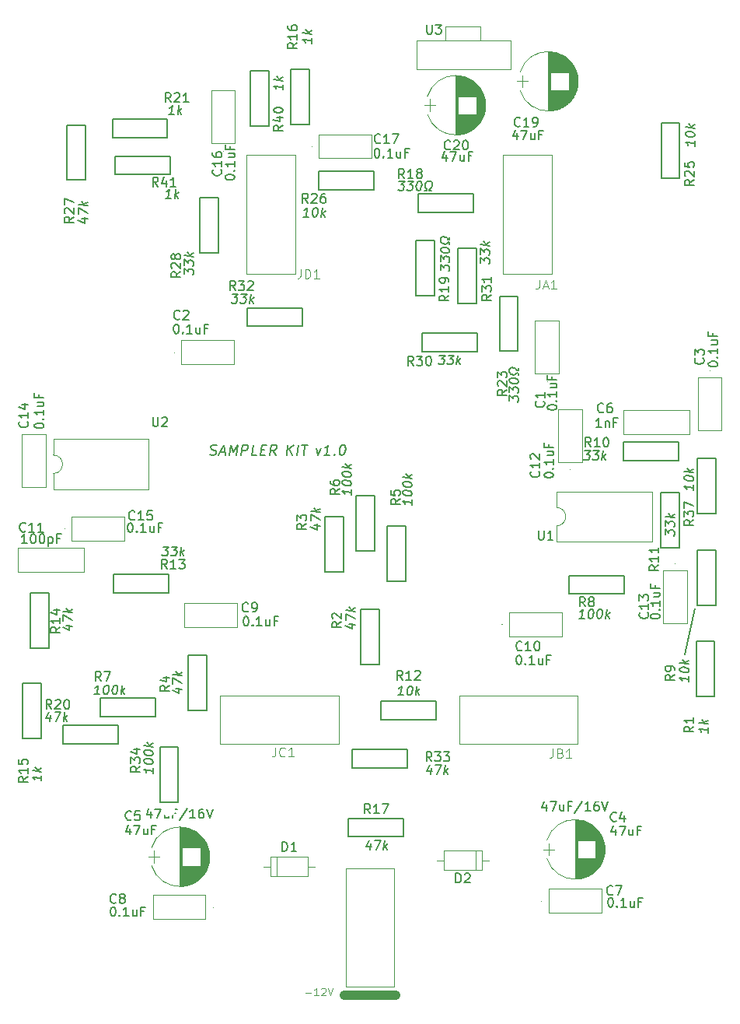
<source format=gbr>
G04 #@! TF.GenerationSoftware,KiCad,Pcbnew,(7.0.0-0)*
G04 #@! TF.CreationDate,2023-03-28T21:35:28-07:00*
G04 #@! TF.ProjectId,Kit-Trig-Sampler,4b69742d-5472-4696-972d-53616d706c65,rev?*
G04 #@! TF.SameCoordinates,PXb745f8PY7402318*
G04 #@! TF.FileFunction,Legend,Top*
G04 #@! TF.FilePolarity,Positive*
%FSLAX46Y46*%
G04 Gerber Fmt 4.6, Leading zero omitted, Abs format (unit mm)*
G04 Created by KiCad (PCBNEW (7.0.0-0)) date 2023-03-28 21:35:28*
%MOMM*%
%LPD*%
G01*
G04 APERTURE LIST*
%ADD10C,0.200000*%
%ADD11C,0.177800*%
%ADD12C,0.152400*%
%ADD13C,0.150000*%
%ADD14C,0.120000*%
%ADD15C,0.120650*%
%ADD16C,0.050000*%
%ADD17C,1.000000*%
%ADD18C,1.397000*%
%ADD19C,1.600000*%
%ADD20R,1.600000X1.600000*%
%ADD21O,1.600000X1.600000*%
%ADD22R,1.700000X1.700000*%
%ADD23O,1.700000X1.700000*%
%ADD24R,1.905000X2.000000*%
%ADD25O,1.905000X2.000000*%
%ADD26C,1.930400*%
%ADD27C,1.800000*%
%ADD28C,1.500000*%
%ADD29O,1.397000X1.092200*%
%ADD30O,1.524000X1.524000*%
%ADD31C,2.540000*%
G04 APERTURE END LIST*
D10*
X74489000Y43443800D02*
X73379000Y38488800D01*
D11*
X21649307Y60178313D02*
X21805789Y60123884D01*
X21805789Y60123884D02*
X22077932Y60123884D01*
X22077932Y60123884D02*
X22193593Y60178313D01*
X22193593Y60178313D02*
X22254825Y60232741D01*
X22254825Y60232741D02*
X22322861Y60341598D01*
X22322861Y60341598D02*
X22336468Y60450455D01*
X22336468Y60450455D02*
X22295646Y60559313D01*
X22295646Y60559313D02*
X22248021Y60613741D01*
X22248021Y60613741D02*
X22145968Y60668170D01*
X22145968Y60668170D02*
X21935057Y60722598D01*
X21935057Y60722598D02*
X21833003Y60777027D01*
X21833003Y60777027D02*
X21785378Y60831455D01*
X21785378Y60831455D02*
X21744557Y60940313D01*
X21744557Y60940313D02*
X21758164Y61049170D01*
X21758164Y61049170D02*
X21826200Y61158027D01*
X21826200Y61158027D02*
X21887432Y61212455D01*
X21887432Y61212455D02*
X22003093Y61266884D01*
X22003093Y61266884D02*
X22275236Y61266884D01*
X22275236Y61266884D02*
X22431718Y61212455D01*
X22771896Y60450455D02*
X23316182Y60450455D01*
X22622217Y60123884D02*
X23146092Y61266884D01*
X23146092Y61266884D02*
X23384217Y60123884D01*
X23765217Y60123884D02*
X23908092Y61266884D01*
X23908092Y61266884D02*
X24187038Y60450455D01*
X24187038Y60450455D02*
X24670092Y61266884D01*
X24670092Y61266884D02*
X24527217Y60123884D01*
X25071503Y60123884D02*
X25214378Y61266884D01*
X25214378Y61266884D02*
X25649807Y61266884D01*
X25649807Y61266884D02*
X25751860Y61212455D01*
X25751860Y61212455D02*
X25799485Y61158027D01*
X25799485Y61158027D02*
X25840307Y61049170D01*
X25840307Y61049170D02*
X25819896Y60885884D01*
X25819896Y60885884D02*
X25751860Y60777027D01*
X25751860Y60777027D02*
X25690628Y60722598D01*
X25690628Y60722598D02*
X25574967Y60668170D01*
X25574967Y60668170D02*
X25139539Y60668170D01*
X26758789Y60123884D02*
X26214503Y60123884D01*
X26214503Y60123884D02*
X26357378Y61266884D01*
X27214628Y60722598D02*
X27595628Y60722598D01*
X27684075Y60123884D02*
X27139789Y60123884D01*
X27139789Y60123884D02*
X27282664Y61266884D01*
X27282664Y61266884D02*
X27826950Y61266884D01*
X28827075Y60123884D02*
X28514111Y60668170D01*
X28173932Y60123884D02*
X28316807Y61266884D01*
X28316807Y61266884D02*
X28752236Y61266884D01*
X28752236Y61266884D02*
X28854289Y61212455D01*
X28854289Y61212455D02*
X28901914Y61158027D01*
X28901914Y61158027D02*
X28942736Y61049170D01*
X28942736Y61049170D02*
X28922325Y60885884D01*
X28922325Y60885884D02*
X28854289Y60777027D01*
X28854289Y60777027D02*
X28793057Y60722598D01*
X28793057Y60722598D02*
X28677396Y60668170D01*
X28677396Y60668170D02*
X28241968Y60668170D01*
X30002732Y60123884D02*
X30145607Y61266884D01*
X30655875Y60123884D02*
X30247661Y60777027D01*
X30798750Y61266884D02*
X30063964Y60613741D01*
X31145732Y60123884D02*
X31288607Y61266884D01*
X31669607Y61266884D02*
X32322750Y61266884D01*
X31853304Y60123884D02*
X31996179Y61266884D01*
X33233068Y60885884D02*
X33409961Y60123884D01*
X33409961Y60123884D02*
X33777354Y60885884D01*
X34716246Y60123884D02*
X34063103Y60123884D01*
X34389675Y60123884D02*
X34532550Y61266884D01*
X34532550Y61266884D02*
X34403282Y61103598D01*
X34403282Y61103598D02*
X34280818Y60994741D01*
X34280818Y60994741D02*
X34165157Y60940313D01*
X35219710Y60232741D02*
X35267335Y60178313D01*
X35267335Y60178313D02*
X35206103Y60123884D01*
X35206103Y60123884D02*
X35158478Y60178313D01*
X35158478Y60178313D02*
X35219710Y60232741D01*
X35219710Y60232741D02*
X35206103Y60123884D01*
X36110978Y61266884D02*
X36219835Y61266884D01*
X36219835Y61266884D02*
X36321889Y61212455D01*
X36321889Y61212455D02*
X36369514Y61158027D01*
X36369514Y61158027D02*
X36410335Y61049170D01*
X36410335Y61049170D02*
X36437550Y60831455D01*
X36437550Y60831455D02*
X36403532Y60559313D01*
X36403532Y60559313D02*
X36321889Y60341598D01*
X36321889Y60341598D02*
X36253853Y60232741D01*
X36253853Y60232741D02*
X36192621Y60178313D01*
X36192621Y60178313D02*
X36076960Y60123884D01*
X36076960Y60123884D02*
X35968103Y60123884D01*
X35968103Y60123884D02*
X35866050Y60178313D01*
X35866050Y60178313D02*
X35818425Y60232741D01*
X35818425Y60232741D02*
X35777603Y60341598D01*
X35777603Y60341598D02*
X35750389Y60559313D01*
X35750389Y60559313D02*
X35784407Y60831455D01*
X35784407Y60831455D02*
X35866050Y61049170D01*
X35866050Y61049170D02*
X35934085Y61158027D01*
X35934085Y61158027D02*
X35995318Y61212455D01*
X35995318Y61212455D02*
X36110978Y61266884D01*
D12*
G04 #@! TO.C,R17*
X39105857Y21150541D02*
X38767190Y21634351D01*
X38525285Y21150541D02*
X38525285Y22166541D01*
X38525285Y22166541D02*
X38912333Y22166541D01*
X38912333Y22166541D02*
X39009095Y22118160D01*
X39009095Y22118160D02*
X39057476Y22069780D01*
X39057476Y22069780D02*
X39105857Y21973018D01*
X39105857Y21973018D02*
X39105857Y21827875D01*
X39105857Y21827875D02*
X39057476Y21731113D01*
X39057476Y21731113D02*
X39009095Y21682732D01*
X39009095Y21682732D02*
X38912333Y21634351D01*
X38912333Y21634351D02*
X38525285Y21634351D01*
X40073476Y21150541D02*
X39492904Y21150541D01*
X39783190Y21150541D02*
X39783190Y22166541D01*
X39783190Y22166541D02*
X39686428Y22021399D01*
X39686428Y22021399D02*
X39589666Y21924637D01*
X39589666Y21924637D02*
X39492904Y21876256D01*
X40412142Y22166541D02*
X41089476Y22166541D01*
X41089476Y22166541D02*
X40654047Y21150541D01*
D13*
X39157809Y17873086D02*
X39074476Y17206420D01*
X38967333Y18254039D02*
X38639952Y17539753D01*
X38639952Y17539753D02*
X39258999Y17539753D01*
X39628047Y18206420D02*
X40294714Y18206420D01*
X40294714Y18206420D02*
X39741142Y17206420D01*
X40550666Y17206420D02*
X40675666Y18206420D01*
X40693523Y17587372D02*
X40931619Y17206420D01*
X41014952Y17873086D02*
X40586380Y17492134D01*
D12*
G04 #@! TO.C,C7*
X65519667Y12367303D02*
X65471286Y12318922D01*
X65471286Y12318922D02*
X65326143Y12270541D01*
X65326143Y12270541D02*
X65229381Y12270541D01*
X65229381Y12270541D02*
X65084238Y12318922D01*
X65084238Y12318922D02*
X64987476Y12415684D01*
X64987476Y12415684D02*
X64939095Y12512446D01*
X64939095Y12512446D02*
X64890714Y12705970D01*
X64890714Y12705970D02*
X64890714Y12851113D01*
X64890714Y12851113D02*
X64939095Y13044637D01*
X64939095Y13044637D02*
X64987476Y13141399D01*
X64987476Y13141399D02*
X65084238Y13238160D01*
X65084238Y13238160D02*
X65229381Y13286541D01*
X65229381Y13286541D02*
X65326143Y13286541D01*
X65326143Y13286541D02*
X65471286Y13238160D01*
X65471286Y13238160D02*
X65519667Y13189780D01*
X65858333Y13286541D02*
X66535667Y13286541D01*
X66535667Y13286541D02*
X66100238Y12270541D01*
D13*
X65246143Y11976420D02*
X65341381Y11976420D01*
X65341381Y11976420D02*
X65436619Y11928800D01*
X65436619Y11928800D02*
X65484238Y11881181D01*
X65484238Y11881181D02*
X65531857Y11785943D01*
X65531857Y11785943D02*
X65579476Y11595467D01*
X65579476Y11595467D02*
X65579476Y11357372D01*
X65579476Y11357372D02*
X65531857Y11166896D01*
X65531857Y11166896D02*
X65484238Y11071658D01*
X65484238Y11071658D02*
X65436619Y11024039D01*
X65436619Y11024039D02*
X65341381Y10976420D01*
X65341381Y10976420D02*
X65246143Y10976420D01*
X65246143Y10976420D02*
X65150905Y11024039D01*
X65150905Y11024039D02*
X65103286Y11071658D01*
X65103286Y11071658D02*
X65055667Y11166896D01*
X65055667Y11166896D02*
X65008048Y11357372D01*
X65008048Y11357372D02*
X65008048Y11595467D01*
X65008048Y11595467D02*
X65055667Y11785943D01*
X65055667Y11785943D02*
X65103286Y11881181D01*
X65103286Y11881181D02*
X65150905Y11928800D01*
X65150905Y11928800D02*
X65246143Y11976420D01*
X66008048Y11071658D02*
X66055667Y11024039D01*
X66055667Y11024039D02*
X66008048Y10976420D01*
X66008048Y10976420D02*
X65960429Y11024039D01*
X65960429Y11024039D02*
X66008048Y11071658D01*
X66008048Y11071658D02*
X66008048Y10976420D01*
X67008047Y10976420D02*
X66436619Y10976420D01*
X66722333Y10976420D02*
X66722333Y11976420D01*
X66722333Y11976420D02*
X66627095Y11833562D01*
X66627095Y11833562D02*
X66531857Y11738324D01*
X66531857Y11738324D02*
X66436619Y11690705D01*
X67865190Y11643086D02*
X67865190Y10976420D01*
X67436619Y11643086D02*
X67436619Y11119277D01*
X67436619Y11119277D02*
X67484238Y11024039D01*
X67484238Y11024039D02*
X67579476Y10976420D01*
X67579476Y10976420D02*
X67722333Y10976420D01*
X67722333Y10976420D02*
X67817571Y11024039D01*
X67817571Y11024039D02*
X67865190Y11071658D01*
X68674714Y11500229D02*
X68341381Y11500229D01*
X68341381Y10976420D02*
X68341381Y11976420D01*
X68341381Y11976420D02*
X68817571Y11976420D01*
D12*
G04 #@! TO.C,C17*
X40205857Y94167303D02*
X40157476Y94118922D01*
X40157476Y94118922D02*
X40012333Y94070541D01*
X40012333Y94070541D02*
X39915571Y94070541D01*
X39915571Y94070541D02*
X39770428Y94118922D01*
X39770428Y94118922D02*
X39673666Y94215684D01*
X39673666Y94215684D02*
X39625285Y94312446D01*
X39625285Y94312446D02*
X39576904Y94505970D01*
X39576904Y94505970D02*
X39576904Y94651113D01*
X39576904Y94651113D02*
X39625285Y94844637D01*
X39625285Y94844637D02*
X39673666Y94941399D01*
X39673666Y94941399D02*
X39770428Y95038160D01*
X39770428Y95038160D02*
X39915571Y95086541D01*
X39915571Y95086541D02*
X40012333Y95086541D01*
X40012333Y95086541D02*
X40157476Y95038160D01*
X40157476Y95038160D02*
X40205857Y94989780D01*
X41173476Y94070541D02*
X40592904Y94070541D01*
X40883190Y94070541D02*
X40883190Y95086541D01*
X40883190Y95086541D02*
X40786428Y94941399D01*
X40786428Y94941399D02*
X40689666Y94844637D01*
X40689666Y94844637D02*
X40592904Y94796256D01*
X41512142Y95086541D02*
X42189476Y95086541D01*
X42189476Y95086541D02*
X41754047Y94070541D01*
D13*
X39806143Y93506420D02*
X39901381Y93506420D01*
X39901381Y93506420D02*
X39996619Y93458800D01*
X39996619Y93458800D02*
X40044238Y93411181D01*
X40044238Y93411181D02*
X40091857Y93315943D01*
X40091857Y93315943D02*
X40139476Y93125467D01*
X40139476Y93125467D02*
X40139476Y92887372D01*
X40139476Y92887372D02*
X40091857Y92696896D01*
X40091857Y92696896D02*
X40044238Y92601658D01*
X40044238Y92601658D02*
X39996619Y92554039D01*
X39996619Y92554039D02*
X39901381Y92506420D01*
X39901381Y92506420D02*
X39806143Y92506420D01*
X39806143Y92506420D02*
X39710905Y92554039D01*
X39710905Y92554039D02*
X39663286Y92601658D01*
X39663286Y92601658D02*
X39615667Y92696896D01*
X39615667Y92696896D02*
X39568048Y92887372D01*
X39568048Y92887372D02*
X39568048Y93125467D01*
X39568048Y93125467D02*
X39615667Y93315943D01*
X39615667Y93315943D02*
X39663286Y93411181D01*
X39663286Y93411181D02*
X39710905Y93458800D01*
X39710905Y93458800D02*
X39806143Y93506420D01*
X40568048Y92601658D02*
X40615667Y92554039D01*
X40615667Y92554039D02*
X40568048Y92506420D01*
X40568048Y92506420D02*
X40520429Y92554039D01*
X40520429Y92554039D02*
X40568048Y92601658D01*
X40568048Y92601658D02*
X40568048Y92506420D01*
X41568047Y92506420D02*
X40996619Y92506420D01*
X41282333Y92506420D02*
X41282333Y93506420D01*
X41282333Y93506420D02*
X41187095Y93363562D01*
X41187095Y93363562D02*
X41091857Y93268324D01*
X41091857Y93268324D02*
X40996619Y93220705D01*
X42425190Y93173086D02*
X42425190Y92506420D01*
X41996619Y93173086D02*
X41996619Y92649277D01*
X41996619Y92649277D02*
X42044238Y92554039D01*
X42044238Y92554039D02*
X42139476Y92506420D01*
X42139476Y92506420D02*
X42282333Y92506420D01*
X42282333Y92506420D02*
X42377571Y92554039D01*
X42377571Y92554039D02*
X42425190Y92601658D01*
X43234714Y93030229D02*
X42901381Y93030229D01*
X42901381Y92506420D02*
X42901381Y93506420D01*
X42901381Y93506420D02*
X43377571Y93506420D01*
D12*
G04 #@! TO.C,R26*
X32335857Y87570541D02*
X31997190Y88054351D01*
X31755285Y87570541D02*
X31755285Y88586541D01*
X31755285Y88586541D02*
X32142333Y88586541D01*
X32142333Y88586541D02*
X32239095Y88538160D01*
X32239095Y88538160D02*
X32287476Y88489780D01*
X32287476Y88489780D02*
X32335857Y88393018D01*
X32335857Y88393018D02*
X32335857Y88247875D01*
X32335857Y88247875D02*
X32287476Y88151113D01*
X32287476Y88151113D02*
X32239095Y88102732D01*
X32239095Y88102732D02*
X32142333Y88054351D01*
X32142333Y88054351D02*
X31755285Y88054351D01*
X32722904Y88489780D02*
X32771285Y88538160D01*
X32771285Y88538160D02*
X32868047Y88586541D01*
X32868047Y88586541D02*
X33109952Y88586541D01*
X33109952Y88586541D02*
X33206714Y88538160D01*
X33206714Y88538160D02*
X33255095Y88489780D01*
X33255095Y88489780D02*
X33303476Y88393018D01*
X33303476Y88393018D02*
X33303476Y88296256D01*
X33303476Y88296256D02*
X33255095Y88151113D01*
X33255095Y88151113D02*
X32674523Y87570541D01*
X32674523Y87570541D02*
X33303476Y87570541D01*
X34174333Y88586541D02*
X33980809Y88586541D01*
X33980809Y88586541D02*
X33884047Y88538160D01*
X33884047Y88538160D02*
X33835666Y88489780D01*
X33835666Y88489780D02*
X33738904Y88344637D01*
X33738904Y88344637D02*
X33690523Y88151113D01*
X33690523Y88151113D02*
X33690523Y87764065D01*
X33690523Y87764065D02*
X33738904Y87667303D01*
X33738904Y87667303D02*
X33787285Y87618922D01*
X33787285Y87618922D02*
X33884047Y87570541D01*
X33884047Y87570541D02*
X34077571Y87570541D01*
X34077571Y87570541D02*
X34174333Y87618922D01*
X34174333Y87618922D02*
X34222714Y87667303D01*
X34222714Y87667303D02*
X34271095Y87764065D01*
X34271095Y87764065D02*
X34271095Y88005970D01*
X34271095Y88005970D02*
X34222714Y88102732D01*
X34222714Y88102732D02*
X34174333Y88151113D01*
X34174333Y88151113D02*
X34077571Y88199494D01*
X34077571Y88199494D02*
X33884047Y88199494D01*
X33884047Y88199494D02*
X33787285Y88151113D01*
X33787285Y88151113D02*
X33738904Y88102732D01*
X33738904Y88102732D02*
X33690523Y88005970D01*
D13*
X32399714Y86076420D02*
X31828285Y86076420D01*
X32113999Y86076420D02*
X32238999Y87076420D01*
X32238999Y87076420D02*
X32125904Y86933562D01*
X32125904Y86933562D02*
X32018761Y86838324D01*
X32018761Y86838324D02*
X31917571Y86790705D01*
X33143761Y87076420D02*
X33238999Y87076420D01*
X33238999Y87076420D02*
X33328285Y87028800D01*
X33328285Y87028800D02*
X33369952Y86981181D01*
X33369952Y86981181D02*
X33405666Y86885943D01*
X33405666Y86885943D02*
X33429476Y86695467D01*
X33429476Y86695467D02*
X33399714Y86457372D01*
X33399714Y86457372D02*
X33328285Y86266896D01*
X33328285Y86266896D02*
X33268761Y86171658D01*
X33268761Y86171658D02*
X33215190Y86124039D01*
X33215190Y86124039D02*
X33113999Y86076420D01*
X33113999Y86076420D02*
X33018761Y86076420D01*
X33018761Y86076420D02*
X32929476Y86124039D01*
X32929476Y86124039D02*
X32887809Y86171658D01*
X32887809Y86171658D02*
X32852095Y86266896D01*
X32852095Y86266896D02*
X32828285Y86457372D01*
X32828285Y86457372D02*
X32858047Y86695467D01*
X32858047Y86695467D02*
X32929476Y86885943D01*
X32929476Y86885943D02*
X32988999Y86981181D01*
X32988999Y86981181D02*
X33042571Y87028800D01*
X33042571Y87028800D02*
X33143761Y87076420D01*
X33780666Y86076420D02*
X33905666Y87076420D01*
X33923523Y86457372D02*
X34161619Y86076420D01*
X34244952Y86743086D02*
X33816380Y86362134D01*
D12*
G04 #@! TO.C,R2*
X35962259Y41974468D02*
X35478449Y41635801D01*
X35962259Y41393896D02*
X34946259Y41393896D01*
X34946259Y41393896D02*
X34946259Y41780944D01*
X34946259Y41780944D02*
X34994640Y41877706D01*
X34994640Y41877706D02*
X35043020Y41926087D01*
X35043020Y41926087D02*
X35139782Y41974468D01*
X35139782Y41974468D02*
X35284925Y41974468D01*
X35284925Y41974468D02*
X35381687Y41926087D01*
X35381687Y41926087D02*
X35430068Y41877706D01*
X35430068Y41877706D02*
X35478449Y41780944D01*
X35478449Y41780944D02*
X35478449Y41393896D01*
X35043020Y42361515D02*
X34994640Y42409896D01*
X34994640Y42409896D02*
X34946259Y42506658D01*
X34946259Y42506658D02*
X34946259Y42748563D01*
X34946259Y42748563D02*
X34994640Y42845325D01*
X34994640Y42845325D02*
X35043020Y42893706D01*
X35043020Y42893706D02*
X35139782Y42942087D01*
X35139782Y42942087D02*
X35236544Y42942087D01*
X35236544Y42942087D02*
X35381687Y42893706D01*
X35381687Y42893706D02*
X35962259Y42313134D01*
X35962259Y42313134D02*
X35962259Y42942087D01*
D13*
X36789714Y41742610D02*
X37456380Y41659277D01*
X36408761Y41552134D02*
X37123047Y41224753D01*
X37123047Y41224753D02*
X37123047Y41843800D01*
X36456380Y42212848D02*
X36456380Y42879515D01*
X36456380Y42879515D02*
X37456380Y42325943D01*
X37456380Y43135467D02*
X36456380Y43260467D01*
X37075428Y43278324D02*
X37456380Y43516419D01*
X36789714Y43599753D02*
X37170666Y43171181D01*
D12*
G04 #@! TO.C,R37*
X74332259Y53100658D02*
X73848449Y52761991D01*
X74332259Y52520086D02*
X73316259Y52520086D01*
X73316259Y52520086D02*
X73316259Y52907134D01*
X73316259Y52907134D02*
X73364640Y53003896D01*
X73364640Y53003896D02*
X73413020Y53052277D01*
X73413020Y53052277D02*
X73509782Y53100658D01*
X73509782Y53100658D02*
X73654925Y53100658D01*
X73654925Y53100658D02*
X73751687Y53052277D01*
X73751687Y53052277D02*
X73800068Y53003896D01*
X73800068Y53003896D02*
X73848449Y52907134D01*
X73848449Y52907134D02*
X73848449Y52520086D01*
X73316259Y53439324D02*
X73316259Y54068277D01*
X73316259Y54068277D02*
X73703306Y53729610D01*
X73703306Y53729610D02*
X73703306Y53874753D01*
X73703306Y53874753D02*
X73751687Y53971515D01*
X73751687Y53971515D02*
X73800068Y54019896D01*
X73800068Y54019896D02*
X73896830Y54068277D01*
X73896830Y54068277D02*
X74138735Y54068277D01*
X74138735Y54068277D02*
X74235497Y54019896D01*
X74235497Y54019896D02*
X74283878Y53971515D01*
X74283878Y53971515D02*
X74332259Y53874753D01*
X74332259Y53874753D02*
X74332259Y53584467D01*
X74332259Y53584467D02*
X74283878Y53487705D01*
X74283878Y53487705D02*
X74235497Y53439324D01*
X73316259Y54406943D02*
X73316259Y55084277D01*
X73316259Y55084277D02*
X74332259Y54648848D01*
D13*
X74326380Y56884515D02*
X74326380Y56313086D01*
X74326380Y56598800D02*
X73326380Y56723800D01*
X73326380Y56723800D02*
X73469238Y56610705D01*
X73469238Y56610705D02*
X73564476Y56503562D01*
X73564476Y56503562D02*
X73612095Y56402372D01*
X73326380Y57628562D02*
X73326380Y57723800D01*
X73326380Y57723800D02*
X73374000Y57813086D01*
X73374000Y57813086D02*
X73421619Y57854753D01*
X73421619Y57854753D02*
X73516857Y57890467D01*
X73516857Y57890467D02*
X73707333Y57914277D01*
X73707333Y57914277D02*
X73945428Y57884515D01*
X73945428Y57884515D02*
X74135904Y57813086D01*
X74135904Y57813086D02*
X74231142Y57753562D01*
X74231142Y57753562D02*
X74278761Y57699991D01*
X74278761Y57699991D02*
X74326380Y57598800D01*
X74326380Y57598800D02*
X74326380Y57503562D01*
X74326380Y57503562D02*
X74278761Y57414277D01*
X74278761Y57414277D02*
X74231142Y57372610D01*
X74231142Y57372610D02*
X74135904Y57336896D01*
X74135904Y57336896D02*
X73945428Y57313086D01*
X73945428Y57313086D02*
X73707333Y57342848D01*
X73707333Y57342848D02*
X73516857Y57414277D01*
X73516857Y57414277D02*
X73421619Y57473800D01*
X73421619Y57473800D02*
X73374000Y57527372D01*
X73374000Y57527372D02*
X73326380Y57628562D01*
X74326380Y58265467D02*
X73326380Y58390467D01*
X73945428Y58408324D02*
X74326380Y58646419D01*
X73659714Y58729753D02*
X74040666Y58301181D01*
D12*
G04 #@! TO.C,D2*
X48439095Y13610541D02*
X48439095Y14626541D01*
X48439095Y14626541D02*
X48681000Y14626541D01*
X48681000Y14626541D02*
X48826143Y14578160D01*
X48826143Y14578160D02*
X48922905Y14481399D01*
X48922905Y14481399D02*
X48971286Y14384637D01*
X48971286Y14384637D02*
X49019667Y14191113D01*
X49019667Y14191113D02*
X49019667Y14045970D01*
X49019667Y14045970D02*
X48971286Y13852446D01*
X48971286Y13852446D02*
X48922905Y13755684D01*
X48922905Y13755684D02*
X48826143Y13658922D01*
X48826143Y13658922D02*
X48681000Y13610541D01*
X48681000Y13610541D02*
X48439095Y13610541D01*
X49406714Y14529780D02*
X49455095Y14578160D01*
X49455095Y14578160D02*
X49551857Y14626541D01*
X49551857Y14626541D02*
X49793762Y14626541D01*
X49793762Y14626541D02*
X49890524Y14578160D01*
X49890524Y14578160D02*
X49938905Y14529780D01*
X49938905Y14529780D02*
X49987286Y14433018D01*
X49987286Y14433018D02*
X49987286Y14336256D01*
X49987286Y14336256D02*
X49938905Y14191113D01*
X49938905Y14191113D02*
X49358333Y13610541D01*
X49358333Y13610541D02*
X49987286Y13610541D01*
G04 #@! TO.C,R33*
X45815857Y26820541D02*
X45477190Y27304351D01*
X45235285Y26820541D02*
X45235285Y27836541D01*
X45235285Y27836541D02*
X45622333Y27836541D01*
X45622333Y27836541D02*
X45719095Y27788160D01*
X45719095Y27788160D02*
X45767476Y27739780D01*
X45767476Y27739780D02*
X45815857Y27643018D01*
X45815857Y27643018D02*
X45815857Y27497875D01*
X45815857Y27497875D02*
X45767476Y27401113D01*
X45767476Y27401113D02*
X45719095Y27352732D01*
X45719095Y27352732D02*
X45622333Y27304351D01*
X45622333Y27304351D02*
X45235285Y27304351D01*
X46154523Y27836541D02*
X46783476Y27836541D01*
X46783476Y27836541D02*
X46444809Y27449494D01*
X46444809Y27449494D02*
X46589952Y27449494D01*
X46589952Y27449494D02*
X46686714Y27401113D01*
X46686714Y27401113D02*
X46735095Y27352732D01*
X46735095Y27352732D02*
X46783476Y27255970D01*
X46783476Y27255970D02*
X46783476Y27014065D01*
X46783476Y27014065D02*
X46735095Y26917303D01*
X46735095Y26917303D02*
X46686714Y26868922D01*
X46686714Y26868922D02*
X46589952Y26820541D01*
X46589952Y26820541D02*
X46299666Y26820541D01*
X46299666Y26820541D02*
X46202904Y26868922D01*
X46202904Y26868922D02*
X46154523Y26917303D01*
X47122142Y27836541D02*
X47751095Y27836541D01*
X47751095Y27836541D02*
X47412428Y27449494D01*
X47412428Y27449494D02*
X47557571Y27449494D01*
X47557571Y27449494D02*
X47654333Y27401113D01*
X47654333Y27401113D02*
X47702714Y27352732D01*
X47702714Y27352732D02*
X47751095Y27255970D01*
X47751095Y27255970D02*
X47751095Y27014065D01*
X47751095Y27014065D02*
X47702714Y26917303D01*
X47702714Y26917303D02*
X47654333Y26868922D01*
X47654333Y26868922D02*
X47557571Y26820541D01*
X47557571Y26820541D02*
X47267285Y26820541D01*
X47267285Y26820541D02*
X47170523Y26868922D01*
X47170523Y26868922D02*
X47122142Y26917303D01*
D13*
X45767809Y26093086D02*
X45684476Y25426420D01*
X45577333Y26474039D02*
X45249952Y25759753D01*
X45249952Y25759753D02*
X45868999Y25759753D01*
X46238047Y26426420D02*
X46904714Y26426420D01*
X46904714Y26426420D02*
X46351142Y25426420D01*
X47160666Y25426420D02*
X47285666Y26426420D01*
X47303523Y25807372D02*
X47541619Y25426420D01*
X47624952Y26093086D02*
X47196380Y25712134D01*
D14*
G04 #@! TO.C,JC1*
X28787012Y28324056D02*
X28787012Y27609770D01*
X28787012Y27609770D02*
X28739393Y27466913D01*
X28739393Y27466913D02*
X28644155Y27371675D01*
X28644155Y27371675D02*
X28501298Y27324056D01*
X28501298Y27324056D02*
X28406060Y27324056D01*
X29834631Y27419294D02*
X29787012Y27371675D01*
X29787012Y27371675D02*
X29644155Y27324056D01*
X29644155Y27324056D02*
X29548917Y27324056D01*
X29548917Y27324056D02*
X29406060Y27371675D01*
X29406060Y27371675D02*
X29310822Y27466913D01*
X29310822Y27466913D02*
X29263203Y27562151D01*
X29263203Y27562151D02*
X29215584Y27752627D01*
X29215584Y27752627D02*
X29215584Y27895484D01*
X29215584Y27895484D02*
X29263203Y28085960D01*
X29263203Y28085960D02*
X29310822Y28181198D01*
X29310822Y28181198D02*
X29406060Y28276436D01*
X29406060Y28276436D02*
X29548917Y28324056D01*
X29548917Y28324056D02*
X29644155Y28324056D01*
X29644155Y28324056D02*
X29787012Y28276436D01*
X29787012Y28276436D02*
X29834631Y28228817D01*
X30787012Y27324056D02*
X30215584Y27324056D01*
X30501298Y27324056D02*
X30501298Y28324056D01*
X30501298Y28324056D02*
X30406060Y28181198D01*
X30406060Y28181198D02*
X30310822Y28085960D01*
X30310822Y28085960D02*
X30215584Y28038341D01*
D12*
G04 #@! TO.C,R16*
X31162259Y104990658D02*
X30678449Y104651991D01*
X31162259Y104410086D02*
X30146259Y104410086D01*
X30146259Y104410086D02*
X30146259Y104797134D01*
X30146259Y104797134D02*
X30194640Y104893896D01*
X30194640Y104893896D02*
X30243020Y104942277D01*
X30243020Y104942277D02*
X30339782Y104990658D01*
X30339782Y104990658D02*
X30484925Y104990658D01*
X30484925Y104990658D02*
X30581687Y104942277D01*
X30581687Y104942277D02*
X30630068Y104893896D01*
X30630068Y104893896D02*
X30678449Y104797134D01*
X30678449Y104797134D02*
X30678449Y104410086D01*
X31162259Y105958277D02*
X31162259Y105377705D01*
X31162259Y105667991D02*
X30146259Y105667991D01*
X30146259Y105667991D02*
X30291401Y105571229D01*
X30291401Y105571229D02*
X30388163Y105474467D01*
X30388163Y105474467D02*
X30436544Y105377705D01*
X30146259Y106829134D02*
X30146259Y106635610D01*
X30146259Y106635610D02*
X30194640Y106538848D01*
X30194640Y106538848D02*
X30243020Y106490467D01*
X30243020Y106490467D02*
X30388163Y106393705D01*
X30388163Y106393705D02*
X30581687Y106345324D01*
X30581687Y106345324D02*
X30968735Y106345324D01*
X30968735Y106345324D02*
X31065497Y106393705D01*
X31065497Y106393705D02*
X31113878Y106442086D01*
X31113878Y106442086D02*
X31162259Y106538848D01*
X31162259Y106538848D02*
X31162259Y106732372D01*
X31162259Y106732372D02*
X31113878Y106829134D01*
X31113878Y106829134D02*
X31065497Y106877515D01*
X31065497Y106877515D02*
X30968735Y106925896D01*
X30968735Y106925896D02*
X30726830Y106925896D01*
X30726830Y106925896D02*
X30630068Y106877515D01*
X30630068Y106877515D02*
X30581687Y106829134D01*
X30581687Y106829134D02*
X30533306Y106732372D01*
X30533306Y106732372D02*
X30533306Y106538848D01*
X30533306Y106538848D02*
X30581687Y106442086D01*
X30581687Y106442086D02*
X30630068Y106393705D01*
X30630068Y106393705D02*
X30726830Y106345324D01*
D13*
X32756380Y105520706D02*
X32756380Y104949277D01*
X32756380Y105234991D02*
X31756380Y105359991D01*
X31756380Y105359991D02*
X31899238Y105246896D01*
X31899238Y105246896D02*
X31994476Y105139753D01*
X31994476Y105139753D02*
X32042095Y105038563D01*
X32756380Y105949277D02*
X31756380Y106074277D01*
X32375428Y106092134D02*
X32756380Y106330229D01*
X32089714Y106413563D02*
X32470666Y105984991D01*
D12*
G04 #@! TO.C,C1*
X58010697Y65997668D02*
X58059078Y65949287D01*
X58059078Y65949287D02*
X58107459Y65804144D01*
X58107459Y65804144D02*
X58107459Y65707382D01*
X58107459Y65707382D02*
X58059078Y65562239D01*
X58059078Y65562239D02*
X57962316Y65465477D01*
X57962316Y65465477D02*
X57865554Y65417096D01*
X57865554Y65417096D02*
X57672030Y65368715D01*
X57672030Y65368715D02*
X57526887Y65368715D01*
X57526887Y65368715D02*
X57333363Y65417096D01*
X57333363Y65417096D02*
X57236601Y65465477D01*
X57236601Y65465477D02*
X57139840Y65562239D01*
X57139840Y65562239D02*
X57091459Y65707382D01*
X57091459Y65707382D02*
X57091459Y65804144D01*
X57091459Y65804144D02*
X57139840Y65949287D01*
X57139840Y65949287D02*
X57188220Y65997668D01*
X58107459Y66965287D02*
X58107459Y66384715D01*
X58107459Y66675001D02*
X57091459Y66675001D01*
X57091459Y66675001D02*
X57236601Y66578239D01*
X57236601Y66578239D02*
X57333363Y66481477D01*
X57333363Y66481477D02*
X57381744Y66384715D01*
D13*
X58422380Y65286144D02*
X58422380Y65381382D01*
X58422380Y65381382D02*
X58470000Y65476620D01*
X58470000Y65476620D02*
X58517619Y65524239D01*
X58517619Y65524239D02*
X58612857Y65571858D01*
X58612857Y65571858D02*
X58803333Y65619477D01*
X58803333Y65619477D02*
X59041428Y65619477D01*
X59041428Y65619477D02*
X59231904Y65571858D01*
X59231904Y65571858D02*
X59327142Y65524239D01*
X59327142Y65524239D02*
X59374761Y65476620D01*
X59374761Y65476620D02*
X59422380Y65381382D01*
X59422380Y65381382D02*
X59422380Y65286144D01*
X59422380Y65286144D02*
X59374761Y65190906D01*
X59374761Y65190906D02*
X59327142Y65143287D01*
X59327142Y65143287D02*
X59231904Y65095668D01*
X59231904Y65095668D02*
X59041428Y65048049D01*
X59041428Y65048049D02*
X58803333Y65048049D01*
X58803333Y65048049D02*
X58612857Y65095668D01*
X58612857Y65095668D02*
X58517619Y65143287D01*
X58517619Y65143287D02*
X58470000Y65190906D01*
X58470000Y65190906D02*
X58422380Y65286144D01*
X59327142Y66048049D02*
X59374761Y66095668D01*
X59374761Y66095668D02*
X59422380Y66048049D01*
X59422380Y66048049D02*
X59374761Y66000430D01*
X59374761Y66000430D02*
X59327142Y66048049D01*
X59327142Y66048049D02*
X59422380Y66048049D01*
X59422380Y67048048D02*
X59422380Y66476620D01*
X59422380Y66762334D02*
X58422380Y66762334D01*
X58422380Y66762334D02*
X58565238Y66667096D01*
X58565238Y66667096D02*
X58660476Y66571858D01*
X58660476Y66571858D02*
X58708095Y66476620D01*
X58755714Y67905191D02*
X59422380Y67905191D01*
X58755714Y67476620D02*
X59279523Y67476620D01*
X59279523Y67476620D02*
X59374761Y67524239D01*
X59374761Y67524239D02*
X59422380Y67619477D01*
X59422380Y67619477D02*
X59422380Y67762334D01*
X59422380Y67762334D02*
X59374761Y67857572D01*
X59374761Y67857572D02*
X59327142Y67905191D01*
X58898571Y68714715D02*
X58898571Y68381382D01*
X59422380Y68381382D02*
X58422380Y68381382D01*
X58422380Y68381382D02*
X58422380Y68857572D01*
D12*
G04 #@! TO.C,C4*
X65919667Y20367303D02*
X65871286Y20318922D01*
X65871286Y20318922D02*
X65726143Y20270541D01*
X65726143Y20270541D02*
X65629381Y20270541D01*
X65629381Y20270541D02*
X65484238Y20318922D01*
X65484238Y20318922D02*
X65387476Y20415684D01*
X65387476Y20415684D02*
X65339095Y20512446D01*
X65339095Y20512446D02*
X65290714Y20705970D01*
X65290714Y20705970D02*
X65290714Y20851113D01*
X65290714Y20851113D02*
X65339095Y21044637D01*
X65339095Y21044637D02*
X65387476Y21141399D01*
X65387476Y21141399D02*
X65484238Y21238160D01*
X65484238Y21238160D02*
X65629381Y21286541D01*
X65629381Y21286541D02*
X65726143Y21286541D01*
X65726143Y21286541D02*
X65871286Y21238160D01*
X65871286Y21238160D02*
X65919667Y21189780D01*
X66790524Y20947875D02*
X66790524Y20270541D01*
X66548619Y21334922D02*
X66306714Y20609208D01*
X66306714Y20609208D02*
X66935667Y20609208D01*
D13*
X65822333Y19443086D02*
X65822333Y18776420D01*
X65584238Y19824039D02*
X65346143Y19109753D01*
X65346143Y19109753D02*
X65965190Y19109753D01*
X66250905Y19776420D02*
X66917571Y19776420D01*
X66917571Y19776420D02*
X66489000Y18776420D01*
X67727095Y19443086D02*
X67727095Y18776420D01*
X67298524Y19443086D02*
X67298524Y18919277D01*
X67298524Y18919277D02*
X67346143Y18824039D01*
X67346143Y18824039D02*
X67441381Y18776420D01*
X67441381Y18776420D02*
X67584238Y18776420D01*
X67584238Y18776420D02*
X67679476Y18824039D01*
X67679476Y18824039D02*
X67727095Y18871658D01*
X68536619Y19300229D02*
X68203286Y19300229D01*
X68203286Y18776420D02*
X68203286Y19776420D01*
X68203286Y19776420D02*
X68679476Y19776420D01*
X58285971Y22115086D02*
X58285971Y21448420D01*
X58047876Y22496039D02*
X57809781Y21781753D01*
X57809781Y21781753D02*
X58428828Y21781753D01*
X58714543Y22448420D02*
X59381209Y22448420D01*
X59381209Y22448420D02*
X58952638Y21448420D01*
X60190733Y22115086D02*
X60190733Y21448420D01*
X59762162Y22115086D02*
X59762162Y21591277D01*
X59762162Y21591277D02*
X59809781Y21496039D01*
X59809781Y21496039D02*
X59905019Y21448420D01*
X59905019Y21448420D02*
X60047876Y21448420D01*
X60047876Y21448420D02*
X60143114Y21496039D01*
X60143114Y21496039D02*
X60190733Y21543658D01*
X61000257Y21972229D02*
X60666924Y21972229D01*
X60666924Y21448420D02*
X60666924Y22448420D01*
X60666924Y22448420D02*
X61143114Y22448420D01*
X62238352Y22496039D02*
X61381210Y21210324D01*
X63095495Y21448420D02*
X62524067Y21448420D01*
X62809781Y21448420D02*
X62809781Y22448420D01*
X62809781Y22448420D02*
X62714543Y22305562D01*
X62714543Y22305562D02*
X62619305Y22210324D01*
X62619305Y22210324D02*
X62524067Y22162705D01*
X63952638Y22448420D02*
X63762162Y22448420D01*
X63762162Y22448420D02*
X63666924Y22400800D01*
X63666924Y22400800D02*
X63619305Y22353181D01*
X63619305Y22353181D02*
X63524067Y22210324D01*
X63524067Y22210324D02*
X63476448Y22019848D01*
X63476448Y22019848D02*
X63476448Y21638896D01*
X63476448Y21638896D02*
X63524067Y21543658D01*
X63524067Y21543658D02*
X63571686Y21496039D01*
X63571686Y21496039D02*
X63666924Y21448420D01*
X63666924Y21448420D02*
X63857400Y21448420D01*
X63857400Y21448420D02*
X63952638Y21496039D01*
X63952638Y21496039D02*
X64000257Y21543658D01*
X64000257Y21543658D02*
X64047876Y21638896D01*
X64047876Y21638896D02*
X64047876Y21876991D01*
X64047876Y21876991D02*
X64000257Y21972229D01*
X64000257Y21972229D02*
X63952638Y22019848D01*
X63952638Y22019848D02*
X63857400Y22067467D01*
X63857400Y22067467D02*
X63666924Y22067467D01*
X63666924Y22067467D02*
X63571686Y22019848D01*
X63571686Y22019848D02*
X63524067Y21972229D01*
X63524067Y21972229D02*
X63476448Y21876991D01*
X64333591Y22448420D02*
X64666924Y21448420D01*
X64666924Y21448420D02*
X65000257Y22448420D01*
D12*
G04 #@! TO.C,R5*
X42362259Y55374468D02*
X41878449Y55035801D01*
X42362259Y54793896D02*
X41346259Y54793896D01*
X41346259Y54793896D02*
X41346259Y55180944D01*
X41346259Y55180944D02*
X41394640Y55277706D01*
X41394640Y55277706D02*
X41443020Y55326087D01*
X41443020Y55326087D02*
X41539782Y55374468D01*
X41539782Y55374468D02*
X41684925Y55374468D01*
X41684925Y55374468D02*
X41781687Y55326087D01*
X41781687Y55326087D02*
X41830068Y55277706D01*
X41830068Y55277706D02*
X41878449Y55180944D01*
X41878449Y55180944D02*
X41878449Y54793896D01*
X41346259Y56293706D02*
X41346259Y55809896D01*
X41346259Y55809896D02*
X41830068Y55761515D01*
X41830068Y55761515D02*
X41781687Y55809896D01*
X41781687Y55809896D02*
X41733306Y55906658D01*
X41733306Y55906658D02*
X41733306Y56148563D01*
X41733306Y56148563D02*
X41781687Y56245325D01*
X41781687Y56245325D02*
X41830068Y56293706D01*
X41830068Y56293706D02*
X41926830Y56342087D01*
X41926830Y56342087D02*
X42168735Y56342087D01*
X42168735Y56342087D02*
X42265497Y56293706D01*
X42265497Y56293706D02*
X42313878Y56245325D01*
X42313878Y56245325D02*
X42362259Y56148563D01*
X42362259Y56148563D02*
X42362259Y55906658D01*
X42362259Y55906658D02*
X42313878Y55809896D01*
X42313878Y55809896D02*
X42265497Y55761515D01*
D13*
X43656380Y55278325D02*
X43656380Y54706896D01*
X43656380Y54992610D02*
X42656380Y55117610D01*
X42656380Y55117610D02*
X42799238Y55004515D01*
X42799238Y55004515D02*
X42894476Y54897372D01*
X42894476Y54897372D02*
X42942095Y54796182D01*
X42656380Y56022372D02*
X42656380Y56117610D01*
X42656380Y56117610D02*
X42704000Y56206896D01*
X42704000Y56206896D02*
X42751619Y56248563D01*
X42751619Y56248563D02*
X42846857Y56284277D01*
X42846857Y56284277D02*
X43037333Y56308087D01*
X43037333Y56308087D02*
X43275428Y56278325D01*
X43275428Y56278325D02*
X43465904Y56206896D01*
X43465904Y56206896D02*
X43561142Y56147372D01*
X43561142Y56147372D02*
X43608761Y56093801D01*
X43608761Y56093801D02*
X43656380Y55992610D01*
X43656380Y55992610D02*
X43656380Y55897372D01*
X43656380Y55897372D02*
X43608761Y55808087D01*
X43608761Y55808087D02*
X43561142Y55766420D01*
X43561142Y55766420D02*
X43465904Y55730706D01*
X43465904Y55730706D02*
X43275428Y55706896D01*
X43275428Y55706896D02*
X43037333Y55736658D01*
X43037333Y55736658D02*
X42846857Y55808087D01*
X42846857Y55808087D02*
X42751619Y55867610D01*
X42751619Y55867610D02*
X42704000Y55921182D01*
X42704000Y55921182D02*
X42656380Y56022372D01*
X42656380Y56974753D02*
X42656380Y57069991D01*
X42656380Y57069991D02*
X42704000Y57159277D01*
X42704000Y57159277D02*
X42751619Y57200944D01*
X42751619Y57200944D02*
X42846857Y57236658D01*
X42846857Y57236658D02*
X43037333Y57260468D01*
X43037333Y57260468D02*
X43275428Y57230706D01*
X43275428Y57230706D02*
X43465904Y57159277D01*
X43465904Y57159277D02*
X43561142Y57099753D01*
X43561142Y57099753D02*
X43608761Y57046182D01*
X43608761Y57046182D02*
X43656380Y56944991D01*
X43656380Y56944991D02*
X43656380Y56849753D01*
X43656380Y56849753D02*
X43608761Y56760468D01*
X43608761Y56760468D02*
X43561142Y56718801D01*
X43561142Y56718801D02*
X43465904Y56683087D01*
X43465904Y56683087D02*
X43275428Y56659277D01*
X43275428Y56659277D02*
X43037333Y56689039D01*
X43037333Y56689039D02*
X42846857Y56760468D01*
X42846857Y56760468D02*
X42751619Y56819991D01*
X42751619Y56819991D02*
X42704000Y56873563D01*
X42704000Y56873563D02*
X42656380Y56974753D01*
X43656380Y57611658D02*
X42656380Y57736658D01*
X43275428Y57754515D02*
X43656380Y57992610D01*
X42989714Y58075944D02*
X43370666Y57647372D01*
D12*
G04 #@! TO.C,R14*
X5332259Y41430658D02*
X4848449Y41091991D01*
X5332259Y40850086D02*
X4316259Y40850086D01*
X4316259Y40850086D02*
X4316259Y41237134D01*
X4316259Y41237134D02*
X4364640Y41333896D01*
X4364640Y41333896D02*
X4413020Y41382277D01*
X4413020Y41382277D02*
X4509782Y41430658D01*
X4509782Y41430658D02*
X4654925Y41430658D01*
X4654925Y41430658D02*
X4751687Y41382277D01*
X4751687Y41382277D02*
X4800068Y41333896D01*
X4800068Y41333896D02*
X4848449Y41237134D01*
X4848449Y41237134D02*
X4848449Y40850086D01*
X5332259Y42398277D02*
X5332259Y41817705D01*
X5332259Y42107991D02*
X4316259Y42107991D01*
X4316259Y42107991D02*
X4461401Y42011229D01*
X4461401Y42011229D02*
X4558163Y41914467D01*
X4558163Y41914467D02*
X4606544Y41817705D01*
X4654925Y43269134D02*
X5332259Y43269134D01*
X4267878Y43027229D02*
X4993592Y42785324D01*
X4993592Y42785324D02*
X4993592Y43414277D01*
D13*
X5999714Y41602610D02*
X6666380Y41519277D01*
X5618761Y41412134D02*
X6333047Y41084753D01*
X6333047Y41084753D02*
X6333047Y41703800D01*
X5666380Y42072848D02*
X5666380Y42739515D01*
X5666380Y42739515D02*
X6666380Y42185943D01*
X6666380Y42995467D02*
X5666380Y43120467D01*
X6285428Y43138324D02*
X6666380Y43376419D01*
X5999714Y43459753D02*
X6380666Y43031181D01*
D12*
G04 #@! TO.C,R25*
X74382259Y90100658D02*
X73898449Y89761991D01*
X74382259Y89520086D02*
X73366259Y89520086D01*
X73366259Y89520086D02*
X73366259Y89907134D01*
X73366259Y89907134D02*
X73414640Y90003896D01*
X73414640Y90003896D02*
X73463020Y90052277D01*
X73463020Y90052277D02*
X73559782Y90100658D01*
X73559782Y90100658D02*
X73704925Y90100658D01*
X73704925Y90100658D02*
X73801687Y90052277D01*
X73801687Y90052277D02*
X73850068Y90003896D01*
X73850068Y90003896D02*
X73898449Y89907134D01*
X73898449Y89907134D02*
X73898449Y89520086D01*
X73463020Y90487705D02*
X73414640Y90536086D01*
X73414640Y90536086D02*
X73366259Y90632848D01*
X73366259Y90632848D02*
X73366259Y90874753D01*
X73366259Y90874753D02*
X73414640Y90971515D01*
X73414640Y90971515D02*
X73463020Y91019896D01*
X73463020Y91019896D02*
X73559782Y91068277D01*
X73559782Y91068277D02*
X73656544Y91068277D01*
X73656544Y91068277D02*
X73801687Y91019896D01*
X73801687Y91019896D02*
X74382259Y90439324D01*
X74382259Y90439324D02*
X74382259Y91068277D01*
X73366259Y91987515D02*
X73366259Y91503705D01*
X73366259Y91503705D02*
X73850068Y91455324D01*
X73850068Y91455324D02*
X73801687Y91503705D01*
X73801687Y91503705D02*
X73753306Y91600467D01*
X73753306Y91600467D02*
X73753306Y91842372D01*
X73753306Y91842372D02*
X73801687Y91939134D01*
X73801687Y91939134D02*
X73850068Y91987515D01*
X73850068Y91987515D02*
X73946830Y92035896D01*
X73946830Y92035896D02*
X74188735Y92035896D01*
X74188735Y92035896D02*
X74285497Y91987515D01*
X74285497Y91987515D02*
X74333878Y91939134D01*
X74333878Y91939134D02*
X74382259Y91842372D01*
X74382259Y91842372D02*
X74382259Y91600467D01*
X74382259Y91600467D02*
X74333878Y91503705D01*
X74333878Y91503705D02*
X74285497Y91455324D01*
D13*
X74456380Y94334515D02*
X74456380Y93763086D01*
X74456380Y94048800D02*
X73456380Y94173800D01*
X73456380Y94173800D02*
X73599238Y94060705D01*
X73599238Y94060705D02*
X73694476Y93953562D01*
X73694476Y93953562D02*
X73742095Y93852372D01*
X73456380Y95078562D02*
X73456380Y95173800D01*
X73456380Y95173800D02*
X73504000Y95263086D01*
X73504000Y95263086D02*
X73551619Y95304753D01*
X73551619Y95304753D02*
X73646857Y95340467D01*
X73646857Y95340467D02*
X73837333Y95364277D01*
X73837333Y95364277D02*
X74075428Y95334515D01*
X74075428Y95334515D02*
X74265904Y95263086D01*
X74265904Y95263086D02*
X74361142Y95203562D01*
X74361142Y95203562D02*
X74408761Y95149991D01*
X74408761Y95149991D02*
X74456380Y95048800D01*
X74456380Y95048800D02*
X74456380Y94953562D01*
X74456380Y94953562D02*
X74408761Y94864277D01*
X74408761Y94864277D02*
X74361142Y94822610D01*
X74361142Y94822610D02*
X74265904Y94786896D01*
X74265904Y94786896D02*
X74075428Y94763086D01*
X74075428Y94763086D02*
X73837333Y94792848D01*
X73837333Y94792848D02*
X73646857Y94864277D01*
X73646857Y94864277D02*
X73551619Y94923800D01*
X73551619Y94923800D02*
X73504000Y94977372D01*
X73504000Y94977372D02*
X73456380Y95078562D01*
X74456380Y95715467D02*
X73456380Y95840467D01*
X74075428Y95858324D02*
X74456380Y96096419D01*
X73789714Y96179753D02*
X74170666Y95751181D01*
D12*
G04 #@! TO.C,C15*
X13455857Y53167303D02*
X13407476Y53118922D01*
X13407476Y53118922D02*
X13262333Y53070541D01*
X13262333Y53070541D02*
X13165571Y53070541D01*
X13165571Y53070541D02*
X13020428Y53118922D01*
X13020428Y53118922D02*
X12923666Y53215684D01*
X12923666Y53215684D02*
X12875285Y53312446D01*
X12875285Y53312446D02*
X12826904Y53505970D01*
X12826904Y53505970D02*
X12826904Y53651113D01*
X12826904Y53651113D02*
X12875285Y53844637D01*
X12875285Y53844637D02*
X12923666Y53941399D01*
X12923666Y53941399D02*
X13020428Y54038160D01*
X13020428Y54038160D02*
X13165571Y54086541D01*
X13165571Y54086541D02*
X13262333Y54086541D01*
X13262333Y54086541D02*
X13407476Y54038160D01*
X13407476Y54038160D02*
X13455857Y53989780D01*
X14423476Y53070541D02*
X13842904Y53070541D01*
X14133190Y53070541D02*
X14133190Y54086541D01*
X14133190Y54086541D02*
X14036428Y53941399D01*
X14036428Y53941399D02*
X13939666Y53844637D01*
X13939666Y53844637D02*
X13842904Y53796256D01*
X15342714Y54086541D02*
X14858904Y54086541D01*
X14858904Y54086541D02*
X14810523Y53602732D01*
X14810523Y53602732D02*
X14858904Y53651113D01*
X14858904Y53651113D02*
X14955666Y53699494D01*
X14955666Y53699494D02*
X15197571Y53699494D01*
X15197571Y53699494D02*
X15294333Y53651113D01*
X15294333Y53651113D02*
X15342714Y53602732D01*
X15342714Y53602732D02*
X15391095Y53505970D01*
X15391095Y53505970D02*
X15391095Y53264065D01*
X15391095Y53264065D02*
X15342714Y53167303D01*
X15342714Y53167303D02*
X15294333Y53118922D01*
X15294333Y53118922D02*
X15197571Y53070541D01*
X15197571Y53070541D02*
X14955666Y53070541D01*
X14955666Y53070541D02*
X14858904Y53118922D01*
X14858904Y53118922D02*
X14810523Y53167303D01*
D13*
X12926143Y52756420D02*
X13021381Y52756420D01*
X13021381Y52756420D02*
X13116619Y52708800D01*
X13116619Y52708800D02*
X13164238Y52661181D01*
X13164238Y52661181D02*
X13211857Y52565943D01*
X13211857Y52565943D02*
X13259476Y52375467D01*
X13259476Y52375467D02*
X13259476Y52137372D01*
X13259476Y52137372D02*
X13211857Y51946896D01*
X13211857Y51946896D02*
X13164238Y51851658D01*
X13164238Y51851658D02*
X13116619Y51804039D01*
X13116619Y51804039D02*
X13021381Y51756420D01*
X13021381Y51756420D02*
X12926143Y51756420D01*
X12926143Y51756420D02*
X12830905Y51804039D01*
X12830905Y51804039D02*
X12783286Y51851658D01*
X12783286Y51851658D02*
X12735667Y51946896D01*
X12735667Y51946896D02*
X12688048Y52137372D01*
X12688048Y52137372D02*
X12688048Y52375467D01*
X12688048Y52375467D02*
X12735667Y52565943D01*
X12735667Y52565943D02*
X12783286Y52661181D01*
X12783286Y52661181D02*
X12830905Y52708800D01*
X12830905Y52708800D02*
X12926143Y52756420D01*
X13688048Y51851658D02*
X13735667Y51804039D01*
X13735667Y51804039D02*
X13688048Y51756420D01*
X13688048Y51756420D02*
X13640429Y51804039D01*
X13640429Y51804039D02*
X13688048Y51851658D01*
X13688048Y51851658D02*
X13688048Y51756420D01*
X14688047Y51756420D02*
X14116619Y51756420D01*
X14402333Y51756420D02*
X14402333Y52756420D01*
X14402333Y52756420D02*
X14307095Y52613562D01*
X14307095Y52613562D02*
X14211857Y52518324D01*
X14211857Y52518324D02*
X14116619Y52470705D01*
X15545190Y52423086D02*
X15545190Y51756420D01*
X15116619Y52423086D02*
X15116619Y51899277D01*
X15116619Y51899277D02*
X15164238Y51804039D01*
X15164238Y51804039D02*
X15259476Y51756420D01*
X15259476Y51756420D02*
X15402333Y51756420D01*
X15402333Y51756420D02*
X15497571Y51804039D01*
X15497571Y51804039D02*
X15545190Y51851658D01*
X16354714Y52280229D02*
X16021381Y52280229D01*
X16021381Y51756420D02*
X16021381Y52756420D01*
X16021381Y52756420D02*
X16497571Y52756420D01*
D12*
G04 #@! TO.C,C19*
X55435857Y95967303D02*
X55387476Y95918922D01*
X55387476Y95918922D02*
X55242333Y95870541D01*
X55242333Y95870541D02*
X55145571Y95870541D01*
X55145571Y95870541D02*
X55000428Y95918922D01*
X55000428Y95918922D02*
X54903666Y96015684D01*
X54903666Y96015684D02*
X54855285Y96112446D01*
X54855285Y96112446D02*
X54806904Y96305970D01*
X54806904Y96305970D02*
X54806904Y96451113D01*
X54806904Y96451113D02*
X54855285Y96644637D01*
X54855285Y96644637D02*
X54903666Y96741399D01*
X54903666Y96741399D02*
X55000428Y96838160D01*
X55000428Y96838160D02*
X55145571Y96886541D01*
X55145571Y96886541D02*
X55242333Y96886541D01*
X55242333Y96886541D02*
X55387476Y96838160D01*
X55387476Y96838160D02*
X55435857Y96789780D01*
X56403476Y95870541D02*
X55822904Y95870541D01*
X56113190Y95870541D02*
X56113190Y96886541D01*
X56113190Y96886541D02*
X56016428Y96741399D01*
X56016428Y96741399D02*
X55919666Y96644637D01*
X55919666Y96644637D02*
X55822904Y96596256D01*
X56887285Y95870541D02*
X57080809Y95870541D01*
X57080809Y95870541D02*
X57177571Y95918922D01*
X57177571Y95918922D02*
X57225952Y95967303D01*
X57225952Y95967303D02*
X57322714Y96112446D01*
X57322714Y96112446D02*
X57371095Y96305970D01*
X57371095Y96305970D02*
X57371095Y96693018D01*
X57371095Y96693018D02*
X57322714Y96789780D01*
X57322714Y96789780D02*
X57274333Y96838160D01*
X57274333Y96838160D02*
X57177571Y96886541D01*
X57177571Y96886541D02*
X56984047Y96886541D01*
X56984047Y96886541D02*
X56887285Y96838160D01*
X56887285Y96838160D02*
X56838904Y96789780D01*
X56838904Y96789780D02*
X56790523Y96693018D01*
X56790523Y96693018D02*
X56790523Y96451113D01*
X56790523Y96451113D02*
X56838904Y96354351D01*
X56838904Y96354351D02*
X56887285Y96305970D01*
X56887285Y96305970D02*
X56984047Y96257589D01*
X56984047Y96257589D02*
X57177571Y96257589D01*
X57177571Y96257589D02*
X57274333Y96305970D01*
X57274333Y96305970D02*
X57322714Y96354351D01*
X57322714Y96354351D02*
X57371095Y96451113D01*
D13*
X55122333Y95143086D02*
X55122333Y94476420D01*
X54884238Y95524039D02*
X54646143Y94809753D01*
X54646143Y94809753D02*
X55265190Y94809753D01*
X55550905Y95476420D02*
X56217571Y95476420D01*
X56217571Y95476420D02*
X55789000Y94476420D01*
X57027095Y95143086D02*
X57027095Y94476420D01*
X56598524Y95143086D02*
X56598524Y94619277D01*
X56598524Y94619277D02*
X56646143Y94524039D01*
X56646143Y94524039D02*
X56741381Y94476420D01*
X56741381Y94476420D02*
X56884238Y94476420D01*
X56884238Y94476420D02*
X56979476Y94524039D01*
X56979476Y94524039D02*
X57027095Y94571658D01*
X57836619Y95000229D02*
X57503286Y95000229D01*
X57503286Y94476420D02*
X57503286Y95476420D01*
X57503286Y95476420D02*
X57979476Y95476420D01*
D12*
G04 #@! TO.C,C20*
X47835857Y93467303D02*
X47787476Y93418922D01*
X47787476Y93418922D02*
X47642333Y93370541D01*
X47642333Y93370541D02*
X47545571Y93370541D01*
X47545571Y93370541D02*
X47400428Y93418922D01*
X47400428Y93418922D02*
X47303666Y93515684D01*
X47303666Y93515684D02*
X47255285Y93612446D01*
X47255285Y93612446D02*
X47206904Y93805970D01*
X47206904Y93805970D02*
X47206904Y93951113D01*
X47206904Y93951113D02*
X47255285Y94144637D01*
X47255285Y94144637D02*
X47303666Y94241399D01*
X47303666Y94241399D02*
X47400428Y94338160D01*
X47400428Y94338160D02*
X47545571Y94386541D01*
X47545571Y94386541D02*
X47642333Y94386541D01*
X47642333Y94386541D02*
X47787476Y94338160D01*
X47787476Y94338160D02*
X47835857Y94289780D01*
X48222904Y94289780D02*
X48271285Y94338160D01*
X48271285Y94338160D02*
X48368047Y94386541D01*
X48368047Y94386541D02*
X48609952Y94386541D01*
X48609952Y94386541D02*
X48706714Y94338160D01*
X48706714Y94338160D02*
X48755095Y94289780D01*
X48755095Y94289780D02*
X48803476Y94193018D01*
X48803476Y94193018D02*
X48803476Y94096256D01*
X48803476Y94096256D02*
X48755095Y93951113D01*
X48755095Y93951113D02*
X48174523Y93370541D01*
X48174523Y93370541D02*
X48803476Y93370541D01*
X49432428Y94386541D02*
X49529190Y94386541D01*
X49529190Y94386541D02*
X49625952Y94338160D01*
X49625952Y94338160D02*
X49674333Y94289780D01*
X49674333Y94289780D02*
X49722714Y94193018D01*
X49722714Y94193018D02*
X49771095Y93999494D01*
X49771095Y93999494D02*
X49771095Y93757589D01*
X49771095Y93757589D02*
X49722714Y93564065D01*
X49722714Y93564065D02*
X49674333Y93467303D01*
X49674333Y93467303D02*
X49625952Y93418922D01*
X49625952Y93418922D02*
X49529190Y93370541D01*
X49529190Y93370541D02*
X49432428Y93370541D01*
X49432428Y93370541D02*
X49335666Y93418922D01*
X49335666Y93418922D02*
X49287285Y93467303D01*
X49287285Y93467303D02*
X49238904Y93564065D01*
X49238904Y93564065D02*
X49190523Y93757589D01*
X49190523Y93757589D02*
X49190523Y93999494D01*
X49190523Y93999494D02*
X49238904Y94193018D01*
X49238904Y94193018D02*
X49287285Y94289780D01*
X49287285Y94289780D02*
X49335666Y94338160D01*
X49335666Y94338160D02*
X49432428Y94386541D01*
D13*
X47422333Y92843086D02*
X47422333Y92176420D01*
X47184238Y93224039D02*
X46946143Y92509753D01*
X46946143Y92509753D02*
X47565190Y92509753D01*
X47850905Y93176420D02*
X48517571Y93176420D01*
X48517571Y93176420D02*
X48089000Y92176420D01*
X49327095Y92843086D02*
X49327095Y92176420D01*
X48898524Y92843086D02*
X48898524Y92319277D01*
X48898524Y92319277D02*
X48946143Y92224039D01*
X48946143Y92224039D02*
X49041381Y92176420D01*
X49041381Y92176420D02*
X49184238Y92176420D01*
X49184238Y92176420D02*
X49279476Y92224039D01*
X49279476Y92224039D02*
X49327095Y92271658D01*
X50136619Y92700229D02*
X49803286Y92700229D01*
X49803286Y92176420D02*
X49803286Y93176420D01*
X49803286Y93176420D02*
X50279476Y93176420D01*
D12*
G04 #@! TO.C,D1*
X29539095Y17030541D02*
X29539095Y18046541D01*
X29539095Y18046541D02*
X29781000Y18046541D01*
X29781000Y18046541D02*
X29926143Y17998160D01*
X29926143Y17998160D02*
X30022905Y17901399D01*
X30022905Y17901399D02*
X30071286Y17804637D01*
X30071286Y17804637D02*
X30119667Y17611113D01*
X30119667Y17611113D02*
X30119667Y17465970D01*
X30119667Y17465970D02*
X30071286Y17272446D01*
X30071286Y17272446D02*
X30022905Y17175684D01*
X30022905Y17175684D02*
X29926143Y17078922D01*
X29926143Y17078922D02*
X29781000Y17030541D01*
X29781000Y17030541D02*
X29539095Y17030541D01*
X31087286Y17030541D02*
X30506714Y17030541D01*
X30797000Y17030541D02*
X30797000Y18046541D01*
X30797000Y18046541D02*
X30700238Y17901399D01*
X30700238Y17901399D02*
X30603476Y17804637D01*
X30603476Y17804637D02*
X30506714Y17756256D01*
G04 #@! TO.C,C13*
X69339097Y43009458D02*
X69387478Y42961077D01*
X69387478Y42961077D02*
X69435859Y42815934D01*
X69435859Y42815934D02*
X69435859Y42719172D01*
X69435859Y42719172D02*
X69387478Y42574029D01*
X69387478Y42574029D02*
X69290716Y42477267D01*
X69290716Y42477267D02*
X69193954Y42428886D01*
X69193954Y42428886D02*
X69000430Y42380505D01*
X69000430Y42380505D02*
X68855287Y42380505D01*
X68855287Y42380505D02*
X68661763Y42428886D01*
X68661763Y42428886D02*
X68565001Y42477267D01*
X68565001Y42477267D02*
X68468240Y42574029D01*
X68468240Y42574029D02*
X68419859Y42719172D01*
X68419859Y42719172D02*
X68419859Y42815934D01*
X68419859Y42815934D02*
X68468240Y42961077D01*
X68468240Y42961077D02*
X68516620Y43009458D01*
X69435859Y43977077D02*
X69435859Y43396505D01*
X69435859Y43686791D02*
X68419859Y43686791D01*
X68419859Y43686791D02*
X68565001Y43590029D01*
X68565001Y43590029D02*
X68661763Y43493267D01*
X68661763Y43493267D02*
X68710144Y43396505D01*
X68419859Y44315743D02*
X68419859Y44944696D01*
X68419859Y44944696D02*
X68806906Y44606029D01*
X68806906Y44606029D02*
X68806906Y44751172D01*
X68806906Y44751172D02*
X68855287Y44847934D01*
X68855287Y44847934D02*
X68903668Y44896315D01*
X68903668Y44896315D02*
X69000430Y44944696D01*
X69000430Y44944696D02*
X69242335Y44944696D01*
X69242335Y44944696D02*
X69339097Y44896315D01*
X69339097Y44896315D02*
X69387478Y44847934D01*
X69387478Y44847934D02*
X69435859Y44751172D01*
X69435859Y44751172D02*
X69435859Y44460886D01*
X69435859Y44460886D02*
X69387478Y44364124D01*
X69387478Y44364124D02*
X69339097Y44315743D01*
D13*
X69649180Y42553144D02*
X69649180Y42648382D01*
X69649180Y42648382D02*
X69696800Y42743620D01*
X69696800Y42743620D02*
X69744419Y42791239D01*
X69744419Y42791239D02*
X69839657Y42838858D01*
X69839657Y42838858D02*
X70030133Y42886477D01*
X70030133Y42886477D02*
X70268228Y42886477D01*
X70268228Y42886477D02*
X70458704Y42838858D01*
X70458704Y42838858D02*
X70553942Y42791239D01*
X70553942Y42791239D02*
X70601561Y42743620D01*
X70601561Y42743620D02*
X70649180Y42648382D01*
X70649180Y42648382D02*
X70649180Y42553144D01*
X70649180Y42553144D02*
X70601561Y42457906D01*
X70601561Y42457906D02*
X70553942Y42410287D01*
X70553942Y42410287D02*
X70458704Y42362668D01*
X70458704Y42362668D02*
X70268228Y42315049D01*
X70268228Y42315049D02*
X70030133Y42315049D01*
X70030133Y42315049D02*
X69839657Y42362668D01*
X69839657Y42362668D02*
X69744419Y42410287D01*
X69744419Y42410287D02*
X69696800Y42457906D01*
X69696800Y42457906D02*
X69649180Y42553144D01*
X70553942Y43315049D02*
X70601561Y43362668D01*
X70601561Y43362668D02*
X70649180Y43315049D01*
X70649180Y43315049D02*
X70601561Y43267430D01*
X70601561Y43267430D02*
X70553942Y43315049D01*
X70553942Y43315049D02*
X70649180Y43315049D01*
X70649180Y44315048D02*
X70649180Y43743620D01*
X70649180Y44029334D02*
X69649180Y44029334D01*
X69649180Y44029334D02*
X69792038Y43934096D01*
X69792038Y43934096D02*
X69887276Y43838858D01*
X69887276Y43838858D02*
X69934895Y43743620D01*
X69982514Y45172191D02*
X70649180Y45172191D01*
X69982514Y44743620D02*
X70506323Y44743620D01*
X70506323Y44743620D02*
X70601561Y44791239D01*
X70601561Y44791239D02*
X70649180Y44886477D01*
X70649180Y44886477D02*
X70649180Y45029334D01*
X70649180Y45029334D02*
X70601561Y45124572D01*
X70601561Y45124572D02*
X70553942Y45172191D01*
X70125371Y45981715D02*
X70125371Y45648382D01*
X70649180Y45648382D02*
X69649180Y45648382D01*
X69649180Y45648382D02*
X69649180Y46124572D01*
D12*
G04 #@! TO.C,R23*
X53992659Y67266458D02*
X53508849Y66927791D01*
X53992659Y66685886D02*
X52976659Y66685886D01*
X52976659Y66685886D02*
X52976659Y67072934D01*
X52976659Y67072934D02*
X53025040Y67169696D01*
X53025040Y67169696D02*
X53073420Y67218077D01*
X53073420Y67218077D02*
X53170182Y67266458D01*
X53170182Y67266458D02*
X53315325Y67266458D01*
X53315325Y67266458D02*
X53412087Y67218077D01*
X53412087Y67218077D02*
X53460468Y67169696D01*
X53460468Y67169696D02*
X53508849Y67072934D01*
X53508849Y67072934D02*
X53508849Y66685886D01*
X53073420Y67653505D02*
X53025040Y67701886D01*
X53025040Y67701886D02*
X52976659Y67798648D01*
X52976659Y67798648D02*
X52976659Y68040553D01*
X52976659Y68040553D02*
X53025040Y68137315D01*
X53025040Y68137315D02*
X53073420Y68185696D01*
X53073420Y68185696D02*
X53170182Y68234077D01*
X53170182Y68234077D02*
X53266944Y68234077D01*
X53266944Y68234077D02*
X53412087Y68185696D01*
X53412087Y68185696D02*
X53992659Y67605124D01*
X53992659Y67605124D02*
X53992659Y68234077D01*
X52976659Y68572743D02*
X52976659Y69201696D01*
X52976659Y69201696D02*
X53363706Y68863029D01*
X53363706Y68863029D02*
X53363706Y69008172D01*
X53363706Y69008172D02*
X53412087Y69104934D01*
X53412087Y69104934D02*
X53460468Y69153315D01*
X53460468Y69153315D02*
X53557230Y69201696D01*
X53557230Y69201696D02*
X53799135Y69201696D01*
X53799135Y69201696D02*
X53895897Y69153315D01*
X53895897Y69153315D02*
X53944278Y69104934D01*
X53944278Y69104934D02*
X53992659Y69008172D01*
X53992659Y69008172D02*
X53992659Y68717886D01*
X53992659Y68717886D02*
X53944278Y68621124D01*
X53944278Y68621124D02*
X53895897Y68572743D01*
D13*
X54256780Y66041010D02*
X54256780Y66660058D01*
X54256780Y66660058D02*
X54637733Y66279105D01*
X54637733Y66279105D02*
X54637733Y66421962D01*
X54637733Y66421962D02*
X54685352Y66511248D01*
X54685352Y66511248D02*
X54732971Y66552915D01*
X54732971Y66552915D02*
X54828209Y66588629D01*
X54828209Y66588629D02*
X55066304Y66558867D01*
X55066304Y66558867D02*
X55161542Y66499343D01*
X55161542Y66499343D02*
X55209161Y66445772D01*
X55209161Y66445772D02*
X55256780Y66344581D01*
X55256780Y66344581D02*
X55256780Y66058867D01*
X55256780Y66058867D02*
X55209161Y65969581D01*
X55209161Y65969581D02*
X55161542Y65927915D01*
X54256780Y66993391D02*
X54256780Y67612439D01*
X54256780Y67612439D02*
X54637733Y67231486D01*
X54637733Y67231486D02*
X54637733Y67374343D01*
X54637733Y67374343D02*
X54685352Y67463629D01*
X54685352Y67463629D02*
X54732971Y67505296D01*
X54732971Y67505296D02*
X54828209Y67541010D01*
X54828209Y67541010D02*
X55066304Y67511248D01*
X55066304Y67511248D02*
X55161542Y67451724D01*
X55161542Y67451724D02*
X55209161Y67398153D01*
X55209161Y67398153D02*
X55256780Y67296962D01*
X55256780Y67296962D02*
X55256780Y67011248D01*
X55256780Y67011248D02*
X55209161Y66921962D01*
X55209161Y66921962D02*
X55161542Y66880296D01*
X54256780Y68231486D02*
X54256780Y68326724D01*
X54256780Y68326724D02*
X54304400Y68416010D01*
X54304400Y68416010D02*
X54352019Y68457677D01*
X54352019Y68457677D02*
X54447257Y68493391D01*
X54447257Y68493391D02*
X54637733Y68517201D01*
X54637733Y68517201D02*
X54875828Y68487439D01*
X54875828Y68487439D02*
X55066304Y68416010D01*
X55066304Y68416010D02*
X55161542Y68356486D01*
X55161542Y68356486D02*
X55209161Y68302915D01*
X55209161Y68302915D02*
X55256780Y68201724D01*
X55256780Y68201724D02*
X55256780Y68106486D01*
X55256780Y68106486D02*
X55209161Y68017201D01*
X55209161Y68017201D02*
X55161542Y67975534D01*
X55161542Y67975534D02*
X55066304Y67939820D01*
X55066304Y67939820D02*
X54875828Y67916010D01*
X54875828Y67916010D02*
X54637733Y67945772D01*
X54637733Y67945772D02*
X54447257Y68017201D01*
X54447257Y68017201D02*
X54352019Y68076724D01*
X54352019Y68076724D02*
X54304400Y68130296D01*
X54304400Y68130296D02*
X54256780Y68231486D01*
X55256780Y68820772D02*
X55256780Y69058867D01*
X55256780Y69058867D02*
X55066304Y69082677D01*
X55066304Y69082677D02*
X55018685Y68993391D01*
X55018685Y68993391D02*
X54923447Y68910058D01*
X54923447Y68910058D02*
X54780590Y68880296D01*
X54780590Y68880296D02*
X54542495Y68910058D01*
X54542495Y68910058D02*
X54399638Y68975534D01*
X54399638Y68975534D02*
X54304400Y69082677D01*
X54304400Y69082677D02*
X54256780Y69231486D01*
X54256780Y69231486D02*
X54256780Y69421963D01*
X54256780Y69421963D02*
X54304400Y69558867D01*
X54304400Y69558867D02*
X54399638Y69642201D01*
X54399638Y69642201D02*
X54542495Y69671963D01*
X54542495Y69671963D02*
X54780590Y69642201D01*
X54780590Y69642201D02*
X54923447Y69576724D01*
X54923447Y69576724D02*
X55018685Y69469582D01*
X55018685Y69469582D02*
X55066304Y69368391D01*
X55066304Y69368391D02*
X55256780Y69344582D01*
X55256780Y69344582D02*
X55256780Y69582677D01*
D12*
G04 #@! TO.C,C9*
X25819667Y43167303D02*
X25771286Y43118922D01*
X25771286Y43118922D02*
X25626143Y43070541D01*
X25626143Y43070541D02*
X25529381Y43070541D01*
X25529381Y43070541D02*
X25384238Y43118922D01*
X25384238Y43118922D02*
X25287476Y43215684D01*
X25287476Y43215684D02*
X25239095Y43312446D01*
X25239095Y43312446D02*
X25190714Y43505970D01*
X25190714Y43505970D02*
X25190714Y43651113D01*
X25190714Y43651113D02*
X25239095Y43844637D01*
X25239095Y43844637D02*
X25287476Y43941399D01*
X25287476Y43941399D02*
X25384238Y44038160D01*
X25384238Y44038160D02*
X25529381Y44086541D01*
X25529381Y44086541D02*
X25626143Y44086541D01*
X25626143Y44086541D02*
X25771286Y44038160D01*
X25771286Y44038160D02*
X25819667Y43989780D01*
X26303476Y43070541D02*
X26497000Y43070541D01*
X26497000Y43070541D02*
X26593762Y43118922D01*
X26593762Y43118922D02*
X26642143Y43167303D01*
X26642143Y43167303D02*
X26738905Y43312446D01*
X26738905Y43312446D02*
X26787286Y43505970D01*
X26787286Y43505970D02*
X26787286Y43893018D01*
X26787286Y43893018D02*
X26738905Y43989780D01*
X26738905Y43989780D02*
X26690524Y44038160D01*
X26690524Y44038160D02*
X26593762Y44086541D01*
X26593762Y44086541D02*
X26400238Y44086541D01*
X26400238Y44086541D02*
X26303476Y44038160D01*
X26303476Y44038160D02*
X26255095Y43989780D01*
X26255095Y43989780D02*
X26206714Y43893018D01*
X26206714Y43893018D02*
X26206714Y43651113D01*
X26206714Y43651113D02*
X26255095Y43554351D01*
X26255095Y43554351D02*
X26303476Y43505970D01*
X26303476Y43505970D02*
X26400238Y43457589D01*
X26400238Y43457589D02*
X26593762Y43457589D01*
X26593762Y43457589D02*
X26690524Y43505970D01*
X26690524Y43505970D02*
X26738905Y43554351D01*
X26738905Y43554351D02*
X26787286Y43651113D01*
D13*
X25546143Y42576420D02*
X25641381Y42576420D01*
X25641381Y42576420D02*
X25736619Y42528800D01*
X25736619Y42528800D02*
X25784238Y42481181D01*
X25784238Y42481181D02*
X25831857Y42385943D01*
X25831857Y42385943D02*
X25879476Y42195467D01*
X25879476Y42195467D02*
X25879476Y41957372D01*
X25879476Y41957372D02*
X25831857Y41766896D01*
X25831857Y41766896D02*
X25784238Y41671658D01*
X25784238Y41671658D02*
X25736619Y41624039D01*
X25736619Y41624039D02*
X25641381Y41576420D01*
X25641381Y41576420D02*
X25546143Y41576420D01*
X25546143Y41576420D02*
X25450905Y41624039D01*
X25450905Y41624039D02*
X25403286Y41671658D01*
X25403286Y41671658D02*
X25355667Y41766896D01*
X25355667Y41766896D02*
X25308048Y41957372D01*
X25308048Y41957372D02*
X25308048Y42195467D01*
X25308048Y42195467D02*
X25355667Y42385943D01*
X25355667Y42385943D02*
X25403286Y42481181D01*
X25403286Y42481181D02*
X25450905Y42528800D01*
X25450905Y42528800D02*
X25546143Y42576420D01*
X26308048Y41671658D02*
X26355667Y41624039D01*
X26355667Y41624039D02*
X26308048Y41576420D01*
X26308048Y41576420D02*
X26260429Y41624039D01*
X26260429Y41624039D02*
X26308048Y41671658D01*
X26308048Y41671658D02*
X26308048Y41576420D01*
X27308047Y41576420D02*
X26736619Y41576420D01*
X27022333Y41576420D02*
X27022333Y42576420D01*
X27022333Y42576420D02*
X26927095Y42433562D01*
X26927095Y42433562D02*
X26831857Y42338324D01*
X26831857Y42338324D02*
X26736619Y42290705D01*
X28165190Y42243086D02*
X28165190Y41576420D01*
X27736619Y42243086D02*
X27736619Y41719277D01*
X27736619Y41719277D02*
X27784238Y41624039D01*
X27784238Y41624039D02*
X27879476Y41576420D01*
X27879476Y41576420D02*
X28022333Y41576420D01*
X28022333Y41576420D02*
X28117571Y41624039D01*
X28117571Y41624039D02*
X28165190Y41671658D01*
X28974714Y42100229D02*
X28641381Y42100229D01*
X28641381Y41576420D02*
X28641381Y42576420D01*
X28641381Y42576420D02*
X29117571Y42576420D01*
G04 #@! TO.C,U1*
X57454895Y51940620D02*
X57454895Y51131096D01*
X57454895Y51131096D02*
X57502514Y51035858D01*
X57502514Y51035858D02*
X57550133Y50988239D01*
X57550133Y50988239D02*
X57645371Y50940620D01*
X57645371Y50940620D02*
X57835847Y50940620D01*
X57835847Y50940620D02*
X57931085Y50988239D01*
X57931085Y50988239D02*
X57978704Y51035858D01*
X57978704Y51035858D02*
X58026323Y51131096D01*
X58026323Y51131096D02*
X58026323Y51940620D01*
X59026323Y50940620D02*
X58454895Y50940620D01*
X58740609Y50940620D02*
X58740609Y51940620D01*
X58740609Y51940620D02*
X58645371Y51797762D01*
X58645371Y51797762D02*
X58550133Y51702524D01*
X58550133Y51702524D02*
X58454895Y51654905D01*
D12*
G04 #@! TO.C,R30*
X43825857Y69890541D02*
X43487190Y70374351D01*
X43245285Y69890541D02*
X43245285Y70906541D01*
X43245285Y70906541D02*
X43632333Y70906541D01*
X43632333Y70906541D02*
X43729095Y70858160D01*
X43729095Y70858160D02*
X43777476Y70809780D01*
X43777476Y70809780D02*
X43825857Y70713018D01*
X43825857Y70713018D02*
X43825857Y70567875D01*
X43825857Y70567875D02*
X43777476Y70471113D01*
X43777476Y70471113D02*
X43729095Y70422732D01*
X43729095Y70422732D02*
X43632333Y70374351D01*
X43632333Y70374351D02*
X43245285Y70374351D01*
X44164523Y70906541D02*
X44793476Y70906541D01*
X44793476Y70906541D02*
X44454809Y70519494D01*
X44454809Y70519494D02*
X44599952Y70519494D01*
X44599952Y70519494D02*
X44696714Y70471113D01*
X44696714Y70471113D02*
X44745095Y70422732D01*
X44745095Y70422732D02*
X44793476Y70325970D01*
X44793476Y70325970D02*
X44793476Y70084065D01*
X44793476Y70084065D02*
X44745095Y69987303D01*
X44745095Y69987303D02*
X44696714Y69938922D01*
X44696714Y69938922D02*
X44599952Y69890541D01*
X44599952Y69890541D02*
X44309666Y69890541D01*
X44309666Y69890541D02*
X44212904Y69938922D01*
X44212904Y69938922D02*
X44164523Y69987303D01*
X45422428Y70906541D02*
X45519190Y70906541D01*
X45519190Y70906541D02*
X45615952Y70858160D01*
X45615952Y70858160D02*
X45664333Y70809780D01*
X45664333Y70809780D02*
X45712714Y70713018D01*
X45712714Y70713018D02*
X45761095Y70519494D01*
X45761095Y70519494D02*
X45761095Y70277589D01*
X45761095Y70277589D02*
X45712714Y70084065D01*
X45712714Y70084065D02*
X45664333Y69987303D01*
X45664333Y69987303D02*
X45615952Y69938922D01*
X45615952Y69938922D02*
X45519190Y69890541D01*
X45519190Y69890541D02*
X45422428Y69890541D01*
X45422428Y69890541D02*
X45325666Y69938922D01*
X45325666Y69938922D02*
X45277285Y69987303D01*
X45277285Y69987303D02*
X45228904Y70084065D01*
X45228904Y70084065D02*
X45180523Y70277589D01*
X45180523Y70277589D02*
X45180523Y70519494D01*
X45180523Y70519494D02*
X45228904Y70713018D01*
X45228904Y70713018D02*
X45277285Y70809780D01*
X45277285Y70809780D02*
X45325666Y70858160D01*
X45325666Y70858160D02*
X45422428Y70906541D01*
D13*
X46655666Y71006420D02*
X47274714Y71006420D01*
X47274714Y71006420D02*
X46893761Y70625467D01*
X46893761Y70625467D02*
X47036618Y70625467D01*
X47036618Y70625467D02*
X47125904Y70577848D01*
X47125904Y70577848D02*
X47167571Y70530229D01*
X47167571Y70530229D02*
X47203285Y70434991D01*
X47203285Y70434991D02*
X47173523Y70196896D01*
X47173523Y70196896D02*
X47113999Y70101658D01*
X47113999Y70101658D02*
X47060428Y70054039D01*
X47060428Y70054039D02*
X46959237Y70006420D01*
X46959237Y70006420D02*
X46673523Y70006420D01*
X46673523Y70006420D02*
X46584237Y70054039D01*
X46584237Y70054039D02*
X46542571Y70101658D01*
X47608047Y71006420D02*
X48227095Y71006420D01*
X48227095Y71006420D02*
X47846142Y70625467D01*
X47846142Y70625467D02*
X47988999Y70625467D01*
X47988999Y70625467D02*
X48078285Y70577848D01*
X48078285Y70577848D02*
X48119952Y70530229D01*
X48119952Y70530229D02*
X48155666Y70434991D01*
X48155666Y70434991D02*
X48125904Y70196896D01*
X48125904Y70196896D02*
X48066380Y70101658D01*
X48066380Y70101658D02*
X48012809Y70054039D01*
X48012809Y70054039D02*
X47911618Y70006420D01*
X47911618Y70006420D02*
X47625904Y70006420D01*
X47625904Y70006420D02*
X47536618Y70054039D01*
X47536618Y70054039D02*
X47494952Y70101658D01*
X48530666Y70006420D02*
X48655666Y71006420D01*
X48673523Y70387372D02*
X48911619Y70006420D01*
X48994952Y70673086D02*
X48566380Y70292134D01*
D12*
G04 #@! TO.C,R21*
X17395857Y98540541D02*
X17057190Y99024351D01*
X16815285Y98540541D02*
X16815285Y99556541D01*
X16815285Y99556541D02*
X17202333Y99556541D01*
X17202333Y99556541D02*
X17299095Y99508160D01*
X17299095Y99508160D02*
X17347476Y99459780D01*
X17347476Y99459780D02*
X17395857Y99363018D01*
X17395857Y99363018D02*
X17395857Y99217875D01*
X17395857Y99217875D02*
X17347476Y99121113D01*
X17347476Y99121113D02*
X17299095Y99072732D01*
X17299095Y99072732D02*
X17202333Y99024351D01*
X17202333Y99024351D02*
X16815285Y99024351D01*
X17782904Y99459780D02*
X17831285Y99508160D01*
X17831285Y99508160D02*
X17928047Y99556541D01*
X17928047Y99556541D02*
X18169952Y99556541D01*
X18169952Y99556541D02*
X18266714Y99508160D01*
X18266714Y99508160D02*
X18315095Y99459780D01*
X18315095Y99459780D02*
X18363476Y99363018D01*
X18363476Y99363018D02*
X18363476Y99266256D01*
X18363476Y99266256D02*
X18315095Y99121113D01*
X18315095Y99121113D02*
X17734523Y98540541D01*
X17734523Y98540541D02*
X18363476Y98540541D01*
X19331095Y98540541D02*
X18750523Y98540541D01*
X19040809Y98540541D02*
X19040809Y99556541D01*
X19040809Y99556541D02*
X18944047Y99411399D01*
X18944047Y99411399D02*
X18847285Y99314637D01*
X18847285Y99314637D02*
X18750523Y99266256D01*
D13*
X17735905Y97206420D02*
X17164476Y97206420D01*
X17450190Y97206420D02*
X17575190Y98206420D01*
X17575190Y98206420D02*
X17462095Y98063562D01*
X17462095Y98063562D02*
X17354952Y97968324D01*
X17354952Y97968324D02*
X17253762Y97920705D01*
X18164476Y97206420D02*
X18289476Y98206420D01*
X18307333Y97587372D02*
X18545429Y97206420D01*
X18628762Y97873086D02*
X18200190Y97492134D01*
D12*
G04 #@! TO.C,R20*
X4415857Y32520541D02*
X4077190Y33004351D01*
X3835285Y32520541D02*
X3835285Y33536541D01*
X3835285Y33536541D02*
X4222333Y33536541D01*
X4222333Y33536541D02*
X4319095Y33488160D01*
X4319095Y33488160D02*
X4367476Y33439780D01*
X4367476Y33439780D02*
X4415857Y33343018D01*
X4415857Y33343018D02*
X4415857Y33197875D01*
X4415857Y33197875D02*
X4367476Y33101113D01*
X4367476Y33101113D02*
X4319095Y33052732D01*
X4319095Y33052732D02*
X4222333Y33004351D01*
X4222333Y33004351D02*
X3835285Y33004351D01*
X4802904Y33439780D02*
X4851285Y33488160D01*
X4851285Y33488160D02*
X4948047Y33536541D01*
X4948047Y33536541D02*
X5189952Y33536541D01*
X5189952Y33536541D02*
X5286714Y33488160D01*
X5286714Y33488160D02*
X5335095Y33439780D01*
X5335095Y33439780D02*
X5383476Y33343018D01*
X5383476Y33343018D02*
X5383476Y33246256D01*
X5383476Y33246256D02*
X5335095Y33101113D01*
X5335095Y33101113D02*
X4754523Y32520541D01*
X4754523Y32520541D02*
X5383476Y32520541D01*
X6012428Y33536541D02*
X6109190Y33536541D01*
X6109190Y33536541D02*
X6205952Y33488160D01*
X6205952Y33488160D02*
X6254333Y33439780D01*
X6254333Y33439780D02*
X6302714Y33343018D01*
X6302714Y33343018D02*
X6351095Y33149494D01*
X6351095Y33149494D02*
X6351095Y32907589D01*
X6351095Y32907589D02*
X6302714Y32714065D01*
X6302714Y32714065D02*
X6254333Y32617303D01*
X6254333Y32617303D02*
X6205952Y32568922D01*
X6205952Y32568922D02*
X6109190Y32520541D01*
X6109190Y32520541D02*
X6012428Y32520541D01*
X6012428Y32520541D02*
X5915666Y32568922D01*
X5915666Y32568922D02*
X5867285Y32617303D01*
X5867285Y32617303D02*
X5818904Y32714065D01*
X5818904Y32714065D02*
X5770523Y32907589D01*
X5770523Y32907589D02*
X5770523Y33149494D01*
X5770523Y33149494D02*
X5818904Y33343018D01*
X5818904Y33343018D02*
X5867285Y33439780D01*
X5867285Y33439780D02*
X5915666Y33488160D01*
X5915666Y33488160D02*
X6012428Y33536541D01*
D13*
X4297809Y31843086D02*
X4214476Y31176420D01*
X4107333Y32224039D02*
X3779952Y31509753D01*
X3779952Y31509753D02*
X4398999Y31509753D01*
X4768047Y32176420D02*
X5434714Y32176420D01*
X5434714Y32176420D02*
X4881142Y31176420D01*
X5690666Y31176420D02*
X5815666Y32176420D01*
X5833523Y31557372D02*
X6071619Y31176420D01*
X6154952Y31843086D02*
X5726380Y31462134D01*
D15*
G04 #@! TO.C,J14*
X32056923Y1654831D02*
X32676200Y1654831D01*
X33489000Y1345193D02*
X33024543Y1345193D01*
X33256771Y1345193D02*
X33256771Y2157993D01*
X33256771Y2157993D02*
X33179362Y2041879D01*
X33179362Y2041879D02*
X33101952Y1964469D01*
X33101952Y1964469D02*
X33024543Y1925765D01*
X33798638Y2080584D02*
X33837342Y2119288D01*
X33837342Y2119288D02*
X33914752Y2157993D01*
X33914752Y2157993D02*
X34108276Y2157993D01*
X34108276Y2157993D02*
X34185685Y2119288D01*
X34185685Y2119288D02*
X34224390Y2080584D01*
X34224390Y2080584D02*
X34263095Y2003174D01*
X34263095Y2003174D02*
X34263095Y1925765D01*
X34263095Y1925765D02*
X34224390Y1809650D01*
X34224390Y1809650D02*
X33759933Y1345193D01*
X33759933Y1345193D02*
X34263095Y1345193D01*
X34495323Y2157993D02*
X34766256Y1345193D01*
X34766256Y1345193D02*
X35037190Y2157993D01*
D12*
G04 #@! TO.C,R4*
X17262259Y35074468D02*
X16778449Y34735801D01*
X17262259Y34493896D02*
X16246259Y34493896D01*
X16246259Y34493896D02*
X16246259Y34880944D01*
X16246259Y34880944D02*
X16294640Y34977706D01*
X16294640Y34977706D02*
X16343020Y35026087D01*
X16343020Y35026087D02*
X16439782Y35074468D01*
X16439782Y35074468D02*
X16584925Y35074468D01*
X16584925Y35074468D02*
X16681687Y35026087D01*
X16681687Y35026087D02*
X16730068Y34977706D01*
X16730068Y34977706D02*
X16778449Y34880944D01*
X16778449Y34880944D02*
X16778449Y34493896D01*
X16584925Y35945325D02*
X17262259Y35945325D01*
X16197878Y35703420D02*
X16923592Y35461515D01*
X16923592Y35461515D02*
X16923592Y36090468D01*
D13*
X17939714Y34742610D02*
X18606380Y34659277D01*
X17558761Y34552134D02*
X18273047Y34224753D01*
X18273047Y34224753D02*
X18273047Y34843800D01*
X17606380Y35212848D02*
X17606380Y35879515D01*
X17606380Y35879515D02*
X18606380Y35325943D01*
X18606380Y36135467D02*
X17606380Y36260467D01*
X18225428Y36278324D02*
X18606380Y36516419D01*
X17939714Y36599753D02*
X18320666Y36171181D01*
D12*
G04 #@! TO.C,R28*
X18462259Y80090658D02*
X17978449Y79751991D01*
X18462259Y79510086D02*
X17446259Y79510086D01*
X17446259Y79510086D02*
X17446259Y79897134D01*
X17446259Y79897134D02*
X17494640Y79993896D01*
X17494640Y79993896D02*
X17543020Y80042277D01*
X17543020Y80042277D02*
X17639782Y80090658D01*
X17639782Y80090658D02*
X17784925Y80090658D01*
X17784925Y80090658D02*
X17881687Y80042277D01*
X17881687Y80042277D02*
X17930068Y79993896D01*
X17930068Y79993896D02*
X17978449Y79897134D01*
X17978449Y79897134D02*
X17978449Y79510086D01*
X17543020Y80477705D02*
X17494640Y80526086D01*
X17494640Y80526086D02*
X17446259Y80622848D01*
X17446259Y80622848D02*
X17446259Y80864753D01*
X17446259Y80864753D02*
X17494640Y80961515D01*
X17494640Y80961515D02*
X17543020Y81009896D01*
X17543020Y81009896D02*
X17639782Y81058277D01*
X17639782Y81058277D02*
X17736544Y81058277D01*
X17736544Y81058277D02*
X17881687Y81009896D01*
X17881687Y81009896D02*
X18462259Y80429324D01*
X18462259Y80429324D02*
X18462259Y81058277D01*
X17881687Y81638848D02*
X17833306Y81542086D01*
X17833306Y81542086D02*
X17784925Y81493705D01*
X17784925Y81493705D02*
X17688163Y81445324D01*
X17688163Y81445324D02*
X17639782Y81445324D01*
X17639782Y81445324D02*
X17543020Y81493705D01*
X17543020Y81493705D02*
X17494640Y81542086D01*
X17494640Y81542086D02*
X17446259Y81638848D01*
X17446259Y81638848D02*
X17446259Y81832372D01*
X17446259Y81832372D02*
X17494640Y81929134D01*
X17494640Y81929134D02*
X17543020Y81977515D01*
X17543020Y81977515D02*
X17639782Y82025896D01*
X17639782Y82025896D02*
X17688163Y82025896D01*
X17688163Y82025896D02*
X17784925Y81977515D01*
X17784925Y81977515D02*
X17833306Y81929134D01*
X17833306Y81929134D02*
X17881687Y81832372D01*
X17881687Y81832372D02*
X17881687Y81638848D01*
X17881687Y81638848D02*
X17930068Y81542086D01*
X17930068Y81542086D02*
X17978449Y81493705D01*
X17978449Y81493705D02*
X18075211Y81445324D01*
X18075211Y81445324D02*
X18268735Y81445324D01*
X18268735Y81445324D02*
X18365497Y81493705D01*
X18365497Y81493705D02*
X18413878Y81542086D01*
X18413878Y81542086D02*
X18462259Y81638848D01*
X18462259Y81638848D02*
X18462259Y81832372D01*
X18462259Y81832372D02*
X18413878Y81929134D01*
X18413878Y81929134D02*
X18365497Y81977515D01*
X18365497Y81977515D02*
X18268735Y82025896D01*
X18268735Y82025896D02*
X18075211Y82025896D01*
X18075211Y82025896D02*
X17978449Y81977515D01*
X17978449Y81977515D02*
X17930068Y81929134D01*
X17930068Y81929134D02*
X17881687Y81832372D01*
D13*
X18856380Y79860467D02*
X18856380Y80479515D01*
X18856380Y80479515D02*
X19237333Y80098562D01*
X19237333Y80098562D02*
X19237333Y80241419D01*
X19237333Y80241419D02*
X19284952Y80330705D01*
X19284952Y80330705D02*
X19332571Y80372372D01*
X19332571Y80372372D02*
X19427809Y80408086D01*
X19427809Y80408086D02*
X19665904Y80378324D01*
X19665904Y80378324D02*
X19761142Y80318800D01*
X19761142Y80318800D02*
X19808761Y80265229D01*
X19808761Y80265229D02*
X19856380Y80164038D01*
X19856380Y80164038D02*
X19856380Y79878324D01*
X19856380Y79878324D02*
X19808761Y79789038D01*
X19808761Y79789038D02*
X19761142Y79747372D01*
X18856380Y80812848D02*
X18856380Y81431896D01*
X18856380Y81431896D02*
X19237333Y81050943D01*
X19237333Y81050943D02*
X19237333Y81193800D01*
X19237333Y81193800D02*
X19284952Y81283086D01*
X19284952Y81283086D02*
X19332571Y81324753D01*
X19332571Y81324753D02*
X19427809Y81360467D01*
X19427809Y81360467D02*
X19665904Y81330705D01*
X19665904Y81330705D02*
X19761142Y81271181D01*
X19761142Y81271181D02*
X19808761Y81217610D01*
X19808761Y81217610D02*
X19856380Y81116419D01*
X19856380Y81116419D02*
X19856380Y80830705D01*
X19856380Y80830705D02*
X19808761Y80741419D01*
X19808761Y80741419D02*
X19761142Y80699753D01*
X19856380Y81735467D02*
X18856380Y81860467D01*
X19475428Y81878324D02*
X19856380Y82116419D01*
X19189714Y82199753D02*
X19570666Y81771181D01*
D12*
G04 #@! TO.C,R40*
X29602259Y96030658D02*
X29118449Y95691991D01*
X29602259Y95450086D02*
X28586259Y95450086D01*
X28586259Y95450086D02*
X28586259Y95837134D01*
X28586259Y95837134D02*
X28634640Y95933896D01*
X28634640Y95933896D02*
X28683020Y95982277D01*
X28683020Y95982277D02*
X28779782Y96030658D01*
X28779782Y96030658D02*
X28924925Y96030658D01*
X28924925Y96030658D02*
X29021687Y95982277D01*
X29021687Y95982277D02*
X29070068Y95933896D01*
X29070068Y95933896D02*
X29118449Y95837134D01*
X29118449Y95837134D02*
X29118449Y95450086D01*
X28924925Y96901515D02*
X29602259Y96901515D01*
X28537878Y96659610D02*
X29263592Y96417705D01*
X29263592Y96417705D02*
X29263592Y97046658D01*
X28586259Y97627229D02*
X28586259Y97723991D01*
X28586259Y97723991D02*
X28634640Y97820753D01*
X28634640Y97820753D02*
X28683020Y97869134D01*
X28683020Y97869134D02*
X28779782Y97917515D01*
X28779782Y97917515D02*
X28973306Y97965896D01*
X28973306Y97965896D02*
X29215211Y97965896D01*
X29215211Y97965896D02*
X29408735Y97917515D01*
X29408735Y97917515D02*
X29505497Y97869134D01*
X29505497Y97869134D02*
X29553878Y97820753D01*
X29553878Y97820753D02*
X29602259Y97723991D01*
X29602259Y97723991D02*
X29602259Y97627229D01*
X29602259Y97627229D02*
X29553878Y97530467D01*
X29553878Y97530467D02*
X29505497Y97482086D01*
X29505497Y97482086D02*
X29408735Y97433705D01*
X29408735Y97433705D02*
X29215211Y97385324D01*
X29215211Y97385324D02*
X28973306Y97385324D01*
X28973306Y97385324D02*
X28779782Y97433705D01*
X28779782Y97433705D02*
X28683020Y97482086D01*
X28683020Y97482086D02*
X28634640Y97530467D01*
X28634640Y97530467D02*
X28586259Y97627229D01*
D13*
X29596380Y100460706D02*
X29596380Y99889277D01*
X29596380Y100174991D02*
X28596380Y100299991D01*
X28596380Y100299991D02*
X28739238Y100186896D01*
X28739238Y100186896D02*
X28834476Y100079753D01*
X28834476Y100079753D02*
X28882095Y99978563D01*
X29596380Y100889277D02*
X28596380Y101014277D01*
X29215428Y101032134D02*
X29596380Y101270229D01*
X28929714Y101353563D02*
X29310666Y100924991D01*
D12*
G04 #@! TO.C,R1*
X74338859Y30613468D02*
X73855049Y30274801D01*
X74338859Y30032896D02*
X73322859Y30032896D01*
X73322859Y30032896D02*
X73322859Y30419944D01*
X73322859Y30419944D02*
X73371240Y30516706D01*
X73371240Y30516706D02*
X73419620Y30565087D01*
X73419620Y30565087D02*
X73516382Y30613468D01*
X73516382Y30613468D02*
X73661525Y30613468D01*
X73661525Y30613468D02*
X73758287Y30565087D01*
X73758287Y30565087D02*
X73806668Y30516706D01*
X73806668Y30516706D02*
X73855049Y30419944D01*
X73855049Y30419944D02*
X73855049Y30032896D01*
X74338859Y31581087D02*
X74338859Y31000515D01*
X74338859Y31290801D02*
X73322859Y31290801D01*
X73322859Y31290801D02*
X73468001Y31194039D01*
X73468001Y31194039D02*
X73564763Y31097277D01*
X73564763Y31097277D02*
X73613144Y31000515D01*
D13*
X75907780Y30491906D02*
X75907780Y29920477D01*
X75907780Y30206191D02*
X74907780Y30331191D01*
X74907780Y30331191D02*
X75050638Y30218096D01*
X75050638Y30218096D02*
X75145876Y30110953D01*
X75145876Y30110953D02*
X75193495Y30009763D01*
X75907780Y30920477D02*
X74907780Y31045477D01*
X75526828Y31063334D02*
X75907780Y31301429D01*
X75241114Y31384763D02*
X75622066Y30956191D01*
D12*
G04 #@! TO.C,R41*
X16015857Y89370541D02*
X15677190Y89854351D01*
X15435285Y89370541D02*
X15435285Y90386541D01*
X15435285Y90386541D02*
X15822333Y90386541D01*
X15822333Y90386541D02*
X15919095Y90338160D01*
X15919095Y90338160D02*
X15967476Y90289780D01*
X15967476Y90289780D02*
X16015857Y90193018D01*
X16015857Y90193018D02*
X16015857Y90047875D01*
X16015857Y90047875D02*
X15967476Y89951113D01*
X15967476Y89951113D02*
X15919095Y89902732D01*
X15919095Y89902732D02*
X15822333Y89854351D01*
X15822333Y89854351D02*
X15435285Y89854351D01*
X16886714Y90047875D02*
X16886714Y89370541D01*
X16644809Y90434922D02*
X16402904Y89709208D01*
X16402904Y89709208D02*
X17031857Y89709208D01*
X17951095Y89370541D02*
X17370523Y89370541D01*
X17660809Y89370541D02*
X17660809Y90386541D01*
X17660809Y90386541D02*
X17564047Y90241399D01*
X17564047Y90241399D02*
X17467285Y90144637D01*
X17467285Y90144637D02*
X17370523Y90096256D01*
D13*
X17375905Y88096420D02*
X16804476Y88096420D01*
X17090190Y88096420D02*
X17215190Y89096420D01*
X17215190Y89096420D02*
X17102095Y88953562D01*
X17102095Y88953562D02*
X16994952Y88858324D01*
X16994952Y88858324D02*
X16893762Y88810705D01*
X17804476Y88096420D02*
X17929476Y89096420D01*
X17947333Y88477372D02*
X18185429Y88096420D01*
X18268762Y88763086D02*
X17840190Y88382134D01*
D12*
G04 #@! TO.C,R12*
X42635857Y35670541D02*
X42297190Y36154351D01*
X42055285Y35670541D02*
X42055285Y36686541D01*
X42055285Y36686541D02*
X42442333Y36686541D01*
X42442333Y36686541D02*
X42539095Y36638160D01*
X42539095Y36638160D02*
X42587476Y36589780D01*
X42587476Y36589780D02*
X42635857Y36493018D01*
X42635857Y36493018D02*
X42635857Y36347875D01*
X42635857Y36347875D02*
X42587476Y36251113D01*
X42587476Y36251113D02*
X42539095Y36202732D01*
X42539095Y36202732D02*
X42442333Y36154351D01*
X42442333Y36154351D02*
X42055285Y36154351D01*
X43603476Y35670541D02*
X43022904Y35670541D01*
X43313190Y35670541D02*
X43313190Y36686541D01*
X43313190Y36686541D02*
X43216428Y36541399D01*
X43216428Y36541399D02*
X43119666Y36444637D01*
X43119666Y36444637D02*
X43022904Y36396256D01*
X43990523Y36589780D02*
X44038904Y36638160D01*
X44038904Y36638160D02*
X44135666Y36686541D01*
X44135666Y36686541D02*
X44377571Y36686541D01*
X44377571Y36686541D02*
X44474333Y36638160D01*
X44474333Y36638160D02*
X44522714Y36589780D01*
X44522714Y36589780D02*
X44571095Y36493018D01*
X44571095Y36493018D02*
X44571095Y36396256D01*
X44571095Y36396256D02*
X44522714Y36251113D01*
X44522714Y36251113D02*
X43942142Y35670541D01*
X43942142Y35670541D02*
X44571095Y35670541D01*
D13*
X42699714Y34026420D02*
X42128285Y34026420D01*
X42413999Y34026420D02*
X42538999Y35026420D01*
X42538999Y35026420D02*
X42425904Y34883562D01*
X42425904Y34883562D02*
X42318761Y34788324D01*
X42318761Y34788324D02*
X42217571Y34740705D01*
X43443761Y35026420D02*
X43538999Y35026420D01*
X43538999Y35026420D02*
X43628285Y34978800D01*
X43628285Y34978800D02*
X43669952Y34931181D01*
X43669952Y34931181D02*
X43705666Y34835943D01*
X43705666Y34835943D02*
X43729476Y34645467D01*
X43729476Y34645467D02*
X43699714Y34407372D01*
X43699714Y34407372D02*
X43628285Y34216896D01*
X43628285Y34216896D02*
X43568761Y34121658D01*
X43568761Y34121658D02*
X43515190Y34074039D01*
X43515190Y34074039D02*
X43413999Y34026420D01*
X43413999Y34026420D02*
X43318761Y34026420D01*
X43318761Y34026420D02*
X43229476Y34074039D01*
X43229476Y34074039D02*
X43187809Y34121658D01*
X43187809Y34121658D02*
X43152095Y34216896D01*
X43152095Y34216896D02*
X43128285Y34407372D01*
X43128285Y34407372D02*
X43158047Y34645467D01*
X43158047Y34645467D02*
X43229476Y34835943D01*
X43229476Y34835943D02*
X43288999Y34931181D01*
X43288999Y34931181D02*
X43342571Y34978800D01*
X43342571Y34978800D02*
X43443761Y35026420D01*
X44080666Y34026420D02*
X44205666Y35026420D01*
X44223523Y34407372D02*
X44461619Y34026420D01*
X44544952Y34693086D02*
X44116380Y34312134D01*
D12*
G04 #@! TO.C,C8*
X11419667Y11467303D02*
X11371286Y11418922D01*
X11371286Y11418922D02*
X11226143Y11370541D01*
X11226143Y11370541D02*
X11129381Y11370541D01*
X11129381Y11370541D02*
X10984238Y11418922D01*
X10984238Y11418922D02*
X10887476Y11515684D01*
X10887476Y11515684D02*
X10839095Y11612446D01*
X10839095Y11612446D02*
X10790714Y11805970D01*
X10790714Y11805970D02*
X10790714Y11951113D01*
X10790714Y11951113D02*
X10839095Y12144637D01*
X10839095Y12144637D02*
X10887476Y12241399D01*
X10887476Y12241399D02*
X10984238Y12338160D01*
X10984238Y12338160D02*
X11129381Y12386541D01*
X11129381Y12386541D02*
X11226143Y12386541D01*
X11226143Y12386541D02*
X11371286Y12338160D01*
X11371286Y12338160D02*
X11419667Y12289780D01*
X12000238Y11951113D02*
X11903476Y11999494D01*
X11903476Y11999494D02*
X11855095Y12047875D01*
X11855095Y12047875D02*
X11806714Y12144637D01*
X11806714Y12144637D02*
X11806714Y12193018D01*
X11806714Y12193018D02*
X11855095Y12289780D01*
X11855095Y12289780D02*
X11903476Y12338160D01*
X11903476Y12338160D02*
X12000238Y12386541D01*
X12000238Y12386541D02*
X12193762Y12386541D01*
X12193762Y12386541D02*
X12290524Y12338160D01*
X12290524Y12338160D02*
X12338905Y12289780D01*
X12338905Y12289780D02*
X12387286Y12193018D01*
X12387286Y12193018D02*
X12387286Y12144637D01*
X12387286Y12144637D02*
X12338905Y12047875D01*
X12338905Y12047875D02*
X12290524Y11999494D01*
X12290524Y11999494D02*
X12193762Y11951113D01*
X12193762Y11951113D02*
X12000238Y11951113D01*
X12000238Y11951113D02*
X11903476Y11902732D01*
X11903476Y11902732D02*
X11855095Y11854351D01*
X11855095Y11854351D02*
X11806714Y11757589D01*
X11806714Y11757589D02*
X11806714Y11564065D01*
X11806714Y11564065D02*
X11855095Y11467303D01*
X11855095Y11467303D02*
X11903476Y11418922D01*
X11903476Y11418922D02*
X12000238Y11370541D01*
X12000238Y11370541D02*
X12193762Y11370541D01*
X12193762Y11370541D02*
X12290524Y11418922D01*
X12290524Y11418922D02*
X12338905Y11467303D01*
X12338905Y11467303D02*
X12387286Y11564065D01*
X12387286Y11564065D02*
X12387286Y11757589D01*
X12387286Y11757589D02*
X12338905Y11854351D01*
X12338905Y11854351D02*
X12290524Y11902732D01*
X12290524Y11902732D02*
X12193762Y11951113D01*
D13*
X11046143Y10976420D02*
X11141381Y10976420D01*
X11141381Y10976420D02*
X11236619Y10928800D01*
X11236619Y10928800D02*
X11284238Y10881181D01*
X11284238Y10881181D02*
X11331857Y10785943D01*
X11331857Y10785943D02*
X11379476Y10595467D01*
X11379476Y10595467D02*
X11379476Y10357372D01*
X11379476Y10357372D02*
X11331857Y10166896D01*
X11331857Y10166896D02*
X11284238Y10071658D01*
X11284238Y10071658D02*
X11236619Y10024039D01*
X11236619Y10024039D02*
X11141381Y9976420D01*
X11141381Y9976420D02*
X11046143Y9976420D01*
X11046143Y9976420D02*
X10950905Y10024039D01*
X10950905Y10024039D02*
X10903286Y10071658D01*
X10903286Y10071658D02*
X10855667Y10166896D01*
X10855667Y10166896D02*
X10808048Y10357372D01*
X10808048Y10357372D02*
X10808048Y10595467D01*
X10808048Y10595467D02*
X10855667Y10785943D01*
X10855667Y10785943D02*
X10903286Y10881181D01*
X10903286Y10881181D02*
X10950905Y10928800D01*
X10950905Y10928800D02*
X11046143Y10976420D01*
X11808048Y10071658D02*
X11855667Y10024039D01*
X11855667Y10024039D02*
X11808048Y9976420D01*
X11808048Y9976420D02*
X11760429Y10024039D01*
X11760429Y10024039D02*
X11808048Y10071658D01*
X11808048Y10071658D02*
X11808048Y9976420D01*
X12808047Y9976420D02*
X12236619Y9976420D01*
X12522333Y9976420D02*
X12522333Y10976420D01*
X12522333Y10976420D02*
X12427095Y10833562D01*
X12427095Y10833562D02*
X12331857Y10738324D01*
X12331857Y10738324D02*
X12236619Y10690705D01*
X13665190Y10643086D02*
X13665190Y9976420D01*
X13236619Y10643086D02*
X13236619Y10119277D01*
X13236619Y10119277D02*
X13284238Y10024039D01*
X13284238Y10024039D02*
X13379476Y9976420D01*
X13379476Y9976420D02*
X13522333Y9976420D01*
X13522333Y9976420D02*
X13617571Y10024039D01*
X13617571Y10024039D02*
X13665190Y10071658D01*
X14474714Y10500229D02*
X14141381Y10500229D01*
X14141381Y9976420D02*
X14141381Y10976420D01*
X14141381Y10976420D02*
X14617571Y10976420D01*
D12*
G04 #@! TO.C,R27*
X6824859Y86062458D02*
X6341049Y85723791D01*
X6824859Y85481886D02*
X5808859Y85481886D01*
X5808859Y85481886D02*
X5808859Y85868934D01*
X5808859Y85868934D02*
X5857240Y85965696D01*
X5857240Y85965696D02*
X5905620Y86014077D01*
X5905620Y86014077D02*
X6002382Y86062458D01*
X6002382Y86062458D02*
X6147525Y86062458D01*
X6147525Y86062458D02*
X6244287Y86014077D01*
X6244287Y86014077D02*
X6292668Y85965696D01*
X6292668Y85965696D02*
X6341049Y85868934D01*
X6341049Y85868934D02*
X6341049Y85481886D01*
X5905620Y86449505D02*
X5857240Y86497886D01*
X5857240Y86497886D02*
X5808859Y86594648D01*
X5808859Y86594648D02*
X5808859Y86836553D01*
X5808859Y86836553D02*
X5857240Y86933315D01*
X5857240Y86933315D02*
X5905620Y86981696D01*
X5905620Y86981696D02*
X6002382Y87030077D01*
X6002382Y87030077D02*
X6099144Y87030077D01*
X6099144Y87030077D02*
X6244287Y86981696D01*
X6244287Y86981696D02*
X6824859Y86401124D01*
X6824859Y86401124D02*
X6824859Y87030077D01*
X5808859Y87368743D02*
X5808859Y88046077D01*
X5808859Y88046077D02*
X6824859Y87610648D01*
D13*
X7650914Y85911210D02*
X8317580Y85827877D01*
X7269961Y85720734D02*
X7984247Y85393353D01*
X7984247Y85393353D02*
X7984247Y86012400D01*
X7317580Y86381448D02*
X7317580Y87048115D01*
X7317580Y87048115D02*
X8317580Y86494543D01*
X8317580Y87304067D02*
X7317580Y87429067D01*
X7936628Y87446924D02*
X8317580Y87685019D01*
X7650914Y87768353D02*
X8031866Y87339781D01*
D12*
G04 #@! TO.C,C6*
X64519667Y64867303D02*
X64471286Y64818922D01*
X64471286Y64818922D02*
X64326143Y64770541D01*
X64326143Y64770541D02*
X64229381Y64770541D01*
X64229381Y64770541D02*
X64084238Y64818922D01*
X64084238Y64818922D02*
X63987476Y64915684D01*
X63987476Y64915684D02*
X63939095Y65012446D01*
X63939095Y65012446D02*
X63890714Y65205970D01*
X63890714Y65205970D02*
X63890714Y65351113D01*
X63890714Y65351113D02*
X63939095Y65544637D01*
X63939095Y65544637D02*
X63987476Y65641399D01*
X63987476Y65641399D02*
X64084238Y65738160D01*
X64084238Y65738160D02*
X64229381Y65786541D01*
X64229381Y65786541D02*
X64326143Y65786541D01*
X64326143Y65786541D02*
X64471286Y65738160D01*
X64471286Y65738160D02*
X64519667Y65689780D01*
X65390524Y65786541D02*
X65197000Y65786541D01*
X65197000Y65786541D02*
X65100238Y65738160D01*
X65100238Y65738160D02*
X65051857Y65689780D01*
X65051857Y65689780D02*
X64955095Y65544637D01*
X64955095Y65544637D02*
X64906714Y65351113D01*
X64906714Y65351113D02*
X64906714Y64964065D01*
X64906714Y64964065D02*
X64955095Y64867303D01*
X64955095Y64867303D02*
X65003476Y64818922D01*
X65003476Y64818922D02*
X65100238Y64770541D01*
X65100238Y64770541D02*
X65293762Y64770541D01*
X65293762Y64770541D02*
X65390524Y64818922D01*
X65390524Y64818922D02*
X65438905Y64867303D01*
X65438905Y64867303D02*
X65487286Y64964065D01*
X65487286Y64964065D02*
X65487286Y65205970D01*
X65487286Y65205970D02*
X65438905Y65302732D01*
X65438905Y65302732D02*
X65390524Y65351113D01*
X65390524Y65351113D02*
X65293762Y65399494D01*
X65293762Y65399494D02*
X65100238Y65399494D01*
X65100238Y65399494D02*
X65003476Y65351113D01*
X65003476Y65351113D02*
X64955095Y65302732D01*
X64955095Y65302732D02*
X64906714Y65205970D01*
D13*
X64293761Y63176420D02*
X63722333Y63176420D01*
X64008047Y63176420D02*
X64008047Y64176420D01*
X64008047Y64176420D02*
X63912809Y64033562D01*
X63912809Y64033562D02*
X63817571Y63938324D01*
X63817571Y63938324D02*
X63722333Y63890705D01*
X64722333Y63843086D02*
X64722333Y63176420D01*
X64722333Y63747848D02*
X64769952Y63795467D01*
X64769952Y63795467D02*
X64865190Y63843086D01*
X64865190Y63843086D02*
X65008047Y63843086D01*
X65008047Y63843086D02*
X65103285Y63795467D01*
X65103285Y63795467D02*
X65150904Y63700229D01*
X65150904Y63700229D02*
X65150904Y63176420D01*
X65960428Y63700229D02*
X65627095Y63700229D01*
X65627095Y63176420D02*
X65627095Y64176420D01*
X65627095Y64176420D02*
X66103285Y64176420D01*
D12*
G04 #@! TO.C,R6*
X35762259Y56474468D02*
X35278449Y56135801D01*
X35762259Y55893896D02*
X34746259Y55893896D01*
X34746259Y55893896D02*
X34746259Y56280944D01*
X34746259Y56280944D02*
X34794640Y56377706D01*
X34794640Y56377706D02*
X34843020Y56426087D01*
X34843020Y56426087D02*
X34939782Y56474468D01*
X34939782Y56474468D02*
X35084925Y56474468D01*
X35084925Y56474468D02*
X35181687Y56426087D01*
X35181687Y56426087D02*
X35230068Y56377706D01*
X35230068Y56377706D02*
X35278449Y56280944D01*
X35278449Y56280944D02*
X35278449Y55893896D01*
X34746259Y57345325D02*
X34746259Y57151801D01*
X34746259Y57151801D02*
X34794640Y57055039D01*
X34794640Y57055039D02*
X34843020Y57006658D01*
X34843020Y57006658D02*
X34988163Y56909896D01*
X34988163Y56909896D02*
X35181687Y56861515D01*
X35181687Y56861515D02*
X35568735Y56861515D01*
X35568735Y56861515D02*
X35665497Y56909896D01*
X35665497Y56909896D02*
X35713878Y56958277D01*
X35713878Y56958277D02*
X35762259Y57055039D01*
X35762259Y57055039D02*
X35762259Y57248563D01*
X35762259Y57248563D02*
X35713878Y57345325D01*
X35713878Y57345325D02*
X35665497Y57393706D01*
X35665497Y57393706D02*
X35568735Y57442087D01*
X35568735Y57442087D02*
X35326830Y57442087D01*
X35326830Y57442087D02*
X35230068Y57393706D01*
X35230068Y57393706D02*
X35181687Y57345325D01*
X35181687Y57345325D02*
X35133306Y57248563D01*
X35133306Y57248563D02*
X35133306Y57055039D01*
X35133306Y57055039D02*
X35181687Y56958277D01*
X35181687Y56958277D02*
X35230068Y56909896D01*
X35230068Y56909896D02*
X35326830Y56861515D01*
D13*
X37056380Y56378325D02*
X37056380Y55806896D01*
X37056380Y56092610D02*
X36056380Y56217610D01*
X36056380Y56217610D02*
X36199238Y56104515D01*
X36199238Y56104515D02*
X36294476Y55997372D01*
X36294476Y55997372D02*
X36342095Y55896182D01*
X36056380Y57122372D02*
X36056380Y57217610D01*
X36056380Y57217610D02*
X36104000Y57306896D01*
X36104000Y57306896D02*
X36151619Y57348563D01*
X36151619Y57348563D02*
X36246857Y57384277D01*
X36246857Y57384277D02*
X36437333Y57408087D01*
X36437333Y57408087D02*
X36675428Y57378325D01*
X36675428Y57378325D02*
X36865904Y57306896D01*
X36865904Y57306896D02*
X36961142Y57247372D01*
X36961142Y57247372D02*
X37008761Y57193801D01*
X37008761Y57193801D02*
X37056380Y57092610D01*
X37056380Y57092610D02*
X37056380Y56997372D01*
X37056380Y56997372D02*
X37008761Y56908087D01*
X37008761Y56908087D02*
X36961142Y56866420D01*
X36961142Y56866420D02*
X36865904Y56830706D01*
X36865904Y56830706D02*
X36675428Y56806896D01*
X36675428Y56806896D02*
X36437333Y56836658D01*
X36437333Y56836658D02*
X36246857Y56908087D01*
X36246857Y56908087D02*
X36151619Y56967610D01*
X36151619Y56967610D02*
X36104000Y57021182D01*
X36104000Y57021182D02*
X36056380Y57122372D01*
X36056380Y58074753D02*
X36056380Y58169991D01*
X36056380Y58169991D02*
X36104000Y58259277D01*
X36104000Y58259277D02*
X36151619Y58300944D01*
X36151619Y58300944D02*
X36246857Y58336658D01*
X36246857Y58336658D02*
X36437333Y58360468D01*
X36437333Y58360468D02*
X36675428Y58330706D01*
X36675428Y58330706D02*
X36865904Y58259277D01*
X36865904Y58259277D02*
X36961142Y58199753D01*
X36961142Y58199753D02*
X37008761Y58146182D01*
X37008761Y58146182D02*
X37056380Y58044991D01*
X37056380Y58044991D02*
X37056380Y57949753D01*
X37056380Y57949753D02*
X37008761Y57860468D01*
X37008761Y57860468D02*
X36961142Y57818801D01*
X36961142Y57818801D02*
X36865904Y57783087D01*
X36865904Y57783087D02*
X36675428Y57759277D01*
X36675428Y57759277D02*
X36437333Y57789039D01*
X36437333Y57789039D02*
X36246857Y57860468D01*
X36246857Y57860468D02*
X36151619Y57919991D01*
X36151619Y57919991D02*
X36104000Y57973563D01*
X36104000Y57973563D02*
X36056380Y58074753D01*
X37056380Y58711658D02*
X36056380Y58836658D01*
X36675428Y58854515D02*
X37056380Y59092610D01*
X36389714Y59175944D02*
X36770666Y58747372D01*
D12*
G04 #@! TO.C,R9*
X72252259Y36244468D02*
X71768449Y35905801D01*
X72252259Y35663896D02*
X71236259Y35663896D01*
X71236259Y35663896D02*
X71236259Y36050944D01*
X71236259Y36050944D02*
X71284640Y36147706D01*
X71284640Y36147706D02*
X71333020Y36196087D01*
X71333020Y36196087D02*
X71429782Y36244468D01*
X71429782Y36244468D02*
X71574925Y36244468D01*
X71574925Y36244468D02*
X71671687Y36196087D01*
X71671687Y36196087D02*
X71720068Y36147706D01*
X71720068Y36147706D02*
X71768449Y36050944D01*
X71768449Y36050944D02*
X71768449Y35663896D01*
X72252259Y36728277D02*
X72252259Y36921801D01*
X72252259Y36921801D02*
X72203878Y37018563D01*
X72203878Y37018563D02*
X72155497Y37066944D01*
X72155497Y37066944D02*
X72010354Y37163706D01*
X72010354Y37163706D02*
X71816830Y37212087D01*
X71816830Y37212087D02*
X71429782Y37212087D01*
X71429782Y37212087D02*
X71333020Y37163706D01*
X71333020Y37163706D02*
X71284640Y37115325D01*
X71284640Y37115325D02*
X71236259Y37018563D01*
X71236259Y37018563D02*
X71236259Y36825039D01*
X71236259Y36825039D02*
X71284640Y36728277D01*
X71284640Y36728277D02*
X71333020Y36679896D01*
X71333020Y36679896D02*
X71429782Y36631515D01*
X71429782Y36631515D02*
X71671687Y36631515D01*
X71671687Y36631515D02*
X71768449Y36679896D01*
X71768449Y36679896D02*
X71816830Y36728277D01*
X71816830Y36728277D02*
X71865211Y36825039D01*
X71865211Y36825039D02*
X71865211Y37018563D01*
X71865211Y37018563D02*
X71816830Y37115325D01*
X71816830Y37115325D02*
X71768449Y37163706D01*
X71768449Y37163706D02*
X71671687Y37212087D01*
D13*
X73826380Y36044515D02*
X73826380Y35473086D01*
X73826380Y35758800D02*
X72826380Y35883800D01*
X72826380Y35883800D02*
X72969238Y35770705D01*
X72969238Y35770705D02*
X73064476Y35663562D01*
X73064476Y35663562D02*
X73112095Y35562372D01*
X72826380Y36788562D02*
X72826380Y36883800D01*
X72826380Y36883800D02*
X72874000Y36973086D01*
X72874000Y36973086D02*
X72921619Y37014753D01*
X72921619Y37014753D02*
X73016857Y37050467D01*
X73016857Y37050467D02*
X73207333Y37074277D01*
X73207333Y37074277D02*
X73445428Y37044515D01*
X73445428Y37044515D02*
X73635904Y36973086D01*
X73635904Y36973086D02*
X73731142Y36913562D01*
X73731142Y36913562D02*
X73778761Y36859991D01*
X73778761Y36859991D02*
X73826380Y36758800D01*
X73826380Y36758800D02*
X73826380Y36663562D01*
X73826380Y36663562D02*
X73778761Y36574277D01*
X73778761Y36574277D02*
X73731142Y36532610D01*
X73731142Y36532610D02*
X73635904Y36496896D01*
X73635904Y36496896D02*
X73445428Y36473086D01*
X73445428Y36473086D02*
X73207333Y36502848D01*
X73207333Y36502848D02*
X73016857Y36574277D01*
X73016857Y36574277D02*
X72921619Y36633800D01*
X72921619Y36633800D02*
X72874000Y36687372D01*
X72874000Y36687372D02*
X72826380Y36788562D01*
X73826380Y37425467D02*
X72826380Y37550467D01*
X73445428Y37568324D02*
X73826380Y37806419D01*
X73159714Y37889753D02*
X73540666Y37461181D01*
D12*
G04 #@! TO.C,R32*
X24435857Y78070541D02*
X24097190Y78554351D01*
X23855285Y78070541D02*
X23855285Y79086541D01*
X23855285Y79086541D02*
X24242333Y79086541D01*
X24242333Y79086541D02*
X24339095Y79038160D01*
X24339095Y79038160D02*
X24387476Y78989780D01*
X24387476Y78989780D02*
X24435857Y78893018D01*
X24435857Y78893018D02*
X24435857Y78747875D01*
X24435857Y78747875D02*
X24387476Y78651113D01*
X24387476Y78651113D02*
X24339095Y78602732D01*
X24339095Y78602732D02*
X24242333Y78554351D01*
X24242333Y78554351D02*
X23855285Y78554351D01*
X24774523Y79086541D02*
X25403476Y79086541D01*
X25403476Y79086541D02*
X25064809Y78699494D01*
X25064809Y78699494D02*
X25209952Y78699494D01*
X25209952Y78699494D02*
X25306714Y78651113D01*
X25306714Y78651113D02*
X25355095Y78602732D01*
X25355095Y78602732D02*
X25403476Y78505970D01*
X25403476Y78505970D02*
X25403476Y78264065D01*
X25403476Y78264065D02*
X25355095Y78167303D01*
X25355095Y78167303D02*
X25306714Y78118922D01*
X25306714Y78118922D02*
X25209952Y78070541D01*
X25209952Y78070541D02*
X24919666Y78070541D01*
X24919666Y78070541D02*
X24822904Y78118922D01*
X24822904Y78118922D02*
X24774523Y78167303D01*
X25790523Y78989780D02*
X25838904Y79038160D01*
X25838904Y79038160D02*
X25935666Y79086541D01*
X25935666Y79086541D02*
X26177571Y79086541D01*
X26177571Y79086541D02*
X26274333Y79038160D01*
X26274333Y79038160D02*
X26322714Y78989780D01*
X26322714Y78989780D02*
X26371095Y78893018D01*
X26371095Y78893018D02*
X26371095Y78796256D01*
X26371095Y78796256D02*
X26322714Y78651113D01*
X26322714Y78651113D02*
X25742142Y78070541D01*
X25742142Y78070541D02*
X26371095Y78070541D01*
D13*
X24105666Y77676420D02*
X24724714Y77676420D01*
X24724714Y77676420D02*
X24343761Y77295467D01*
X24343761Y77295467D02*
X24486618Y77295467D01*
X24486618Y77295467D02*
X24575904Y77247848D01*
X24575904Y77247848D02*
X24617571Y77200229D01*
X24617571Y77200229D02*
X24653285Y77104991D01*
X24653285Y77104991D02*
X24623523Y76866896D01*
X24623523Y76866896D02*
X24563999Y76771658D01*
X24563999Y76771658D02*
X24510428Y76724039D01*
X24510428Y76724039D02*
X24409237Y76676420D01*
X24409237Y76676420D02*
X24123523Y76676420D01*
X24123523Y76676420D02*
X24034237Y76724039D01*
X24034237Y76724039D02*
X23992571Y76771658D01*
X25058047Y77676420D02*
X25677095Y77676420D01*
X25677095Y77676420D02*
X25296142Y77295467D01*
X25296142Y77295467D02*
X25438999Y77295467D01*
X25438999Y77295467D02*
X25528285Y77247848D01*
X25528285Y77247848D02*
X25569952Y77200229D01*
X25569952Y77200229D02*
X25605666Y77104991D01*
X25605666Y77104991D02*
X25575904Y76866896D01*
X25575904Y76866896D02*
X25516380Y76771658D01*
X25516380Y76771658D02*
X25462809Y76724039D01*
X25462809Y76724039D02*
X25361618Y76676420D01*
X25361618Y76676420D02*
X25075904Y76676420D01*
X25075904Y76676420D02*
X24986618Y76724039D01*
X24986618Y76724039D02*
X24944952Y76771658D01*
X25980666Y76676420D02*
X26105666Y77676420D01*
X26123523Y77057372D02*
X26361619Y76676420D01*
X26444952Y77343086D02*
X26016380Y76962134D01*
D12*
G04 #@! TO.C,C2*
X18374667Y74978903D02*
X18326286Y74930522D01*
X18326286Y74930522D02*
X18181143Y74882141D01*
X18181143Y74882141D02*
X18084381Y74882141D01*
X18084381Y74882141D02*
X17939238Y74930522D01*
X17939238Y74930522D02*
X17842476Y75027284D01*
X17842476Y75027284D02*
X17794095Y75124046D01*
X17794095Y75124046D02*
X17745714Y75317570D01*
X17745714Y75317570D02*
X17745714Y75462713D01*
X17745714Y75462713D02*
X17794095Y75656237D01*
X17794095Y75656237D02*
X17842476Y75752999D01*
X17842476Y75752999D02*
X17939238Y75849760D01*
X17939238Y75849760D02*
X18084381Y75898141D01*
X18084381Y75898141D02*
X18181143Y75898141D01*
X18181143Y75898141D02*
X18326286Y75849760D01*
X18326286Y75849760D02*
X18374667Y75801380D01*
X18761714Y75801380D02*
X18810095Y75849760D01*
X18810095Y75849760D02*
X18906857Y75898141D01*
X18906857Y75898141D02*
X19148762Y75898141D01*
X19148762Y75898141D02*
X19245524Y75849760D01*
X19245524Y75849760D02*
X19293905Y75801380D01*
X19293905Y75801380D02*
X19342286Y75704618D01*
X19342286Y75704618D02*
X19342286Y75607856D01*
X19342286Y75607856D02*
X19293905Y75462713D01*
X19293905Y75462713D02*
X18713333Y74882141D01*
X18713333Y74882141D02*
X19342286Y74882141D01*
D13*
X17946143Y74376420D02*
X18041381Y74376420D01*
X18041381Y74376420D02*
X18136619Y74328800D01*
X18136619Y74328800D02*
X18184238Y74281181D01*
X18184238Y74281181D02*
X18231857Y74185943D01*
X18231857Y74185943D02*
X18279476Y73995467D01*
X18279476Y73995467D02*
X18279476Y73757372D01*
X18279476Y73757372D02*
X18231857Y73566896D01*
X18231857Y73566896D02*
X18184238Y73471658D01*
X18184238Y73471658D02*
X18136619Y73424039D01*
X18136619Y73424039D02*
X18041381Y73376420D01*
X18041381Y73376420D02*
X17946143Y73376420D01*
X17946143Y73376420D02*
X17850905Y73424039D01*
X17850905Y73424039D02*
X17803286Y73471658D01*
X17803286Y73471658D02*
X17755667Y73566896D01*
X17755667Y73566896D02*
X17708048Y73757372D01*
X17708048Y73757372D02*
X17708048Y73995467D01*
X17708048Y73995467D02*
X17755667Y74185943D01*
X17755667Y74185943D02*
X17803286Y74281181D01*
X17803286Y74281181D02*
X17850905Y74328800D01*
X17850905Y74328800D02*
X17946143Y74376420D01*
X18708048Y73471658D02*
X18755667Y73424039D01*
X18755667Y73424039D02*
X18708048Y73376420D01*
X18708048Y73376420D02*
X18660429Y73424039D01*
X18660429Y73424039D02*
X18708048Y73471658D01*
X18708048Y73471658D02*
X18708048Y73376420D01*
X19708047Y73376420D02*
X19136619Y73376420D01*
X19422333Y73376420D02*
X19422333Y74376420D01*
X19422333Y74376420D02*
X19327095Y74233562D01*
X19327095Y74233562D02*
X19231857Y74138324D01*
X19231857Y74138324D02*
X19136619Y74090705D01*
X20565190Y74043086D02*
X20565190Y73376420D01*
X20136619Y74043086D02*
X20136619Y73519277D01*
X20136619Y73519277D02*
X20184238Y73424039D01*
X20184238Y73424039D02*
X20279476Y73376420D01*
X20279476Y73376420D02*
X20422333Y73376420D01*
X20422333Y73376420D02*
X20517571Y73424039D01*
X20517571Y73424039D02*
X20565190Y73471658D01*
X21374714Y73900229D02*
X21041381Y73900229D01*
X21041381Y73376420D02*
X21041381Y74376420D01*
X21041381Y74376420D02*
X21517571Y74376420D01*
D12*
G04 #@! TO.C,R13*
X16985857Y47770541D02*
X16647190Y48254351D01*
X16405285Y47770541D02*
X16405285Y48786541D01*
X16405285Y48786541D02*
X16792333Y48786541D01*
X16792333Y48786541D02*
X16889095Y48738160D01*
X16889095Y48738160D02*
X16937476Y48689780D01*
X16937476Y48689780D02*
X16985857Y48593018D01*
X16985857Y48593018D02*
X16985857Y48447875D01*
X16985857Y48447875D02*
X16937476Y48351113D01*
X16937476Y48351113D02*
X16889095Y48302732D01*
X16889095Y48302732D02*
X16792333Y48254351D01*
X16792333Y48254351D02*
X16405285Y48254351D01*
X17953476Y47770541D02*
X17372904Y47770541D01*
X17663190Y47770541D02*
X17663190Y48786541D01*
X17663190Y48786541D02*
X17566428Y48641399D01*
X17566428Y48641399D02*
X17469666Y48544637D01*
X17469666Y48544637D02*
X17372904Y48496256D01*
X18292142Y48786541D02*
X18921095Y48786541D01*
X18921095Y48786541D02*
X18582428Y48399494D01*
X18582428Y48399494D02*
X18727571Y48399494D01*
X18727571Y48399494D02*
X18824333Y48351113D01*
X18824333Y48351113D02*
X18872714Y48302732D01*
X18872714Y48302732D02*
X18921095Y48205970D01*
X18921095Y48205970D02*
X18921095Y47964065D01*
X18921095Y47964065D02*
X18872714Y47867303D01*
X18872714Y47867303D02*
X18824333Y47818922D01*
X18824333Y47818922D02*
X18727571Y47770541D01*
X18727571Y47770541D02*
X18437285Y47770541D01*
X18437285Y47770541D02*
X18340523Y47818922D01*
X18340523Y47818922D02*
X18292142Y47867303D01*
D13*
X16555666Y50176420D02*
X17174714Y50176420D01*
X17174714Y50176420D02*
X16793761Y49795467D01*
X16793761Y49795467D02*
X16936618Y49795467D01*
X16936618Y49795467D02*
X17025904Y49747848D01*
X17025904Y49747848D02*
X17067571Y49700229D01*
X17067571Y49700229D02*
X17103285Y49604991D01*
X17103285Y49604991D02*
X17073523Y49366896D01*
X17073523Y49366896D02*
X17013999Y49271658D01*
X17013999Y49271658D02*
X16960428Y49224039D01*
X16960428Y49224039D02*
X16859237Y49176420D01*
X16859237Y49176420D02*
X16573523Y49176420D01*
X16573523Y49176420D02*
X16484237Y49224039D01*
X16484237Y49224039D02*
X16442571Y49271658D01*
X17508047Y50176420D02*
X18127095Y50176420D01*
X18127095Y50176420D02*
X17746142Y49795467D01*
X17746142Y49795467D02*
X17888999Y49795467D01*
X17888999Y49795467D02*
X17978285Y49747848D01*
X17978285Y49747848D02*
X18019952Y49700229D01*
X18019952Y49700229D02*
X18055666Y49604991D01*
X18055666Y49604991D02*
X18025904Y49366896D01*
X18025904Y49366896D02*
X17966380Y49271658D01*
X17966380Y49271658D02*
X17912809Y49224039D01*
X17912809Y49224039D02*
X17811618Y49176420D01*
X17811618Y49176420D02*
X17525904Y49176420D01*
X17525904Y49176420D02*
X17436618Y49224039D01*
X17436618Y49224039D02*
X17394952Y49271658D01*
X18430666Y49176420D02*
X18555666Y50176420D01*
X18573523Y49557372D02*
X18811619Y49176420D01*
X18894952Y49843086D02*
X18466380Y49462134D01*
D12*
G04 #@! TO.C,R19*
X47682259Y77520658D02*
X47198449Y77181991D01*
X47682259Y76940086D02*
X46666259Y76940086D01*
X46666259Y76940086D02*
X46666259Y77327134D01*
X46666259Y77327134D02*
X46714640Y77423896D01*
X46714640Y77423896D02*
X46763020Y77472277D01*
X46763020Y77472277D02*
X46859782Y77520658D01*
X46859782Y77520658D02*
X47004925Y77520658D01*
X47004925Y77520658D02*
X47101687Y77472277D01*
X47101687Y77472277D02*
X47150068Y77423896D01*
X47150068Y77423896D02*
X47198449Y77327134D01*
X47198449Y77327134D02*
X47198449Y76940086D01*
X47682259Y78488277D02*
X47682259Y77907705D01*
X47682259Y78197991D02*
X46666259Y78197991D01*
X46666259Y78197991D02*
X46811401Y78101229D01*
X46811401Y78101229D02*
X46908163Y78004467D01*
X46908163Y78004467D02*
X46956544Y77907705D01*
X47682259Y78972086D02*
X47682259Y79165610D01*
X47682259Y79165610D02*
X47633878Y79262372D01*
X47633878Y79262372D02*
X47585497Y79310753D01*
X47585497Y79310753D02*
X47440354Y79407515D01*
X47440354Y79407515D02*
X47246830Y79455896D01*
X47246830Y79455896D02*
X46859782Y79455896D01*
X46859782Y79455896D02*
X46763020Y79407515D01*
X46763020Y79407515D02*
X46714640Y79359134D01*
X46714640Y79359134D02*
X46666259Y79262372D01*
X46666259Y79262372D02*
X46666259Y79068848D01*
X46666259Y79068848D02*
X46714640Y78972086D01*
X46714640Y78972086D02*
X46763020Y78923705D01*
X46763020Y78923705D02*
X46859782Y78875324D01*
X46859782Y78875324D02*
X47101687Y78875324D01*
X47101687Y78875324D02*
X47198449Y78923705D01*
X47198449Y78923705D02*
X47246830Y78972086D01*
X47246830Y78972086D02*
X47295211Y79068848D01*
X47295211Y79068848D02*
X47295211Y79262372D01*
X47295211Y79262372D02*
X47246830Y79359134D01*
X47246830Y79359134D02*
X47198449Y79407515D01*
X47198449Y79407515D02*
X47101687Y79455896D01*
D13*
X46766380Y80277610D02*
X46766380Y80896658D01*
X46766380Y80896658D02*
X47147333Y80515705D01*
X47147333Y80515705D02*
X47147333Y80658562D01*
X47147333Y80658562D02*
X47194952Y80747848D01*
X47194952Y80747848D02*
X47242571Y80789515D01*
X47242571Y80789515D02*
X47337809Y80825229D01*
X47337809Y80825229D02*
X47575904Y80795467D01*
X47575904Y80795467D02*
X47671142Y80735943D01*
X47671142Y80735943D02*
X47718761Y80682372D01*
X47718761Y80682372D02*
X47766380Y80581181D01*
X47766380Y80581181D02*
X47766380Y80295467D01*
X47766380Y80295467D02*
X47718761Y80206181D01*
X47718761Y80206181D02*
X47671142Y80164515D01*
X46766380Y81229991D02*
X46766380Y81849039D01*
X46766380Y81849039D02*
X47147333Y81468086D01*
X47147333Y81468086D02*
X47147333Y81610943D01*
X47147333Y81610943D02*
X47194952Y81700229D01*
X47194952Y81700229D02*
X47242571Y81741896D01*
X47242571Y81741896D02*
X47337809Y81777610D01*
X47337809Y81777610D02*
X47575904Y81747848D01*
X47575904Y81747848D02*
X47671142Y81688324D01*
X47671142Y81688324D02*
X47718761Y81634753D01*
X47718761Y81634753D02*
X47766380Y81533562D01*
X47766380Y81533562D02*
X47766380Y81247848D01*
X47766380Y81247848D02*
X47718761Y81158562D01*
X47718761Y81158562D02*
X47671142Y81116896D01*
X46766380Y82468086D02*
X46766380Y82563324D01*
X46766380Y82563324D02*
X46814000Y82652610D01*
X46814000Y82652610D02*
X46861619Y82694277D01*
X46861619Y82694277D02*
X46956857Y82729991D01*
X46956857Y82729991D02*
X47147333Y82753801D01*
X47147333Y82753801D02*
X47385428Y82724039D01*
X47385428Y82724039D02*
X47575904Y82652610D01*
X47575904Y82652610D02*
X47671142Y82593086D01*
X47671142Y82593086D02*
X47718761Y82539515D01*
X47718761Y82539515D02*
X47766380Y82438324D01*
X47766380Y82438324D02*
X47766380Y82343086D01*
X47766380Y82343086D02*
X47718761Y82253801D01*
X47718761Y82253801D02*
X47671142Y82212134D01*
X47671142Y82212134D02*
X47575904Y82176420D01*
X47575904Y82176420D02*
X47385428Y82152610D01*
X47385428Y82152610D02*
X47147333Y82182372D01*
X47147333Y82182372D02*
X46956857Y82253801D01*
X46956857Y82253801D02*
X46861619Y82313324D01*
X46861619Y82313324D02*
X46814000Y82366896D01*
X46814000Y82366896D02*
X46766380Y82468086D01*
X47766380Y83057372D02*
X47766380Y83295467D01*
X47766380Y83295467D02*
X47575904Y83319277D01*
X47575904Y83319277D02*
X47528285Y83229991D01*
X47528285Y83229991D02*
X47433047Y83146658D01*
X47433047Y83146658D02*
X47290190Y83116896D01*
X47290190Y83116896D02*
X47052095Y83146658D01*
X47052095Y83146658D02*
X46909238Y83212134D01*
X46909238Y83212134D02*
X46814000Y83319277D01*
X46814000Y83319277D02*
X46766380Y83468086D01*
X46766380Y83468086D02*
X46766380Y83658563D01*
X46766380Y83658563D02*
X46814000Y83795467D01*
X46814000Y83795467D02*
X46909238Y83878801D01*
X46909238Y83878801D02*
X47052095Y83908563D01*
X47052095Y83908563D02*
X47290190Y83878801D01*
X47290190Y83878801D02*
X47433047Y83813324D01*
X47433047Y83813324D02*
X47528285Y83706182D01*
X47528285Y83706182D02*
X47575904Y83604991D01*
X47575904Y83604991D02*
X47766380Y83581182D01*
X47766380Y83581182D02*
X47766380Y83819277D01*
D12*
G04 #@! TO.C,C5*
X13089467Y20500703D02*
X13041086Y20452322D01*
X13041086Y20452322D02*
X12895943Y20403941D01*
X12895943Y20403941D02*
X12799181Y20403941D01*
X12799181Y20403941D02*
X12654038Y20452322D01*
X12654038Y20452322D02*
X12557276Y20549084D01*
X12557276Y20549084D02*
X12508895Y20645846D01*
X12508895Y20645846D02*
X12460514Y20839370D01*
X12460514Y20839370D02*
X12460514Y20984513D01*
X12460514Y20984513D02*
X12508895Y21178037D01*
X12508895Y21178037D02*
X12557276Y21274799D01*
X12557276Y21274799D02*
X12654038Y21371560D01*
X12654038Y21371560D02*
X12799181Y21419941D01*
X12799181Y21419941D02*
X12895943Y21419941D01*
X12895943Y21419941D02*
X13041086Y21371560D01*
X13041086Y21371560D02*
X13089467Y21323180D01*
X14008705Y21419941D02*
X13524895Y21419941D01*
X13524895Y21419941D02*
X13476514Y20936132D01*
X13476514Y20936132D02*
X13524895Y20984513D01*
X13524895Y20984513D02*
X13621657Y21032894D01*
X13621657Y21032894D02*
X13863562Y21032894D01*
X13863562Y21032894D02*
X13960324Y20984513D01*
X13960324Y20984513D02*
X14008705Y20936132D01*
X14008705Y20936132D02*
X14057086Y20839370D01*
X14057086Y20839370D02*
X14057086Y20597465D01*
X14057086Y20597465D02*
X14008705Y20500703D01*
X14008705Y20500703D02*
X13960324Y20452322D01*
X13960324Y20452322D02*
X13863562Y20403941D01*
X13863562Y20403941D02*
X13621657Y20403941D01*
X13621657Y20403941D02*
X13524895Y20452322D01*
X13524895Y20452322D02*
X13476514Y20500703D01*
D13*
X15235971Y21315086D02*
X15235971Y20648420D01*
X14997876Y21696039D02*
X14759781Y20981753D01*
X14759781Y20981753D02*
X15378828Y20981753D01*
X15664543Y21648420D02*
X16331209Y21648420D01*
X16331209Y21648420D02*
X15902638Y20648420D01*
X17140733Y21315086D02*
X17140733Y20648420D01*
X16712162Y21315086D02*
X16712162Y20791277D01*
X16712162Y20791277D02*
X16759781Y20696039D01*
X16759781Y20696039D02*
X16855019Y20648420D01*
X16855019Y20648420D02*
X16997876Y20648420D01*
X16997876Y20648420D02*
X17093114Y20696039D01*
X17093114Y20696039D02*
X17140733Y20743658D01*
X17950257Y21172229D02*
X17616924Y21172229D01*
X17616924Y20648420D02*
X17616924Y21648420D01*
X17616924Y21648420D02*
X18093114Y21648420D01*
X19188352Y21696039D02*
X18331210Y20410324D01*
X20045495Y20648420D02*
X19474067Y20648420D01*
X19759781Y20648420D02*
X19759781Y21648420D01*
X19759781Y21648420D02*
X19664543Y21505562D01*
X19664543Y21505562D02*
X19569305Y21410324D01*
X19569305Y21410324D02*
X19474067Y21362705D01*
X20902638Y21648420D02*
X20712162Y21648420D01*
X20712162Y21648420D02*
X20616924Y21600800D01*
X20616924Y21600800D02*
X20569305Y21553181D01*
X20569305Y21553181D02*
X20474067Y21410324D01*
X20474067Y21410324D02*
X20426448Y21219848D01*
X20426448Y21219848D02*
X20426448Y20838896D01*
X20426448Y20838896D02*
X20474067Y20743658D01*
X20474067Y20743658D02*
X20521686Y20696039D01*
X20521686Y20696039D02*
X20616924Y20648420D01*
X20616924Y20648420D02*
X20807400Y20648420D01*
X20807400Y20648420D02*
X20902638Y20696039D01*
X20902638Y20696039D02*
X20950257Y20743658D01*
X20950257Y20743658D02*
X20997876Y20838896D01*
X20997876Y20838896D02*
X20997876Y21076991D01*
X20997876Y21076991D02*
X20950257Y21172229D01*
X20950257Y21172229D02*
X20902638Y21219848D01*
X20902638Y21219848D02*
X20807400Y21267467D01*
X20807400Y21267467D02*
X20616924Y21267467D01*
X20616924Y21267467D02*
X20521686Y21219848D01*
X20521686Y21219848D02*
X20474067Y21172229D01*
X20474067Y21172229D02*
X20426448Y21076991D01*
X21283591Y21648420D02*
X21616924Y20648420D01*
X21616924Y20648420D02*
X21950257Y21648420D01*
X12955733Y19527086D02*
X12955733Y18860420D01*
X12717638Y19908039D02*
X12479543Y19193753D01*
X12479543Y19193753D02*
X13098590Y19193753D01*
X13384305Y19860420D02*
X14050971Y19860420D01*
X14050971Y19860420D02*
X13622400Y18860420D01*
X14860495Y19527086D02*
X14860495Y18860420D01*
X14431924Y19527086D02*
X14431924Y19003277D01*
X14431924Y19003277D02*
X14479543Y18908039D01*
X14479543Y18908039D02*
X14574781Y18860420D01*
X14574781Y18860420D02*
X14717638Y18860420D01*
X14717638Y18860420D02*
X14812876Y18908039D01*
X14812876Y18908039D02*
X14860495Y18955658D01*
X15670019Y19384229D02*
X15336686Y19384229D01*
X15336686Y18860420D02*
X15336686Y19860420D01*
X15336686Y19860420D02*
X15812876Y19860420D01*
D12*
G04 #@! TO.C,C14*
X1765497Y63790658D02*
X1813878Y63742277D01*
X1813878Y63742277D02*
X1862259Y63597134D01*
X1862259Y63597134D02*
X1862259Y63500372D01*
X1862259Y63500372D02*
X1813878Y63355229D01*
X1813878Y63355229D02*
X1717116Y63258467D01*
X1717116Y63258467D02*
X1620354Y63210086D01*
X1620354Y63210086D02*
X1426830Y63161705D01*
X1426830Y63161705D02*
X1281687Y63161705D01*
X1281687Y63161705D02*
X1088163Y63210086D01*
X1088163Y63210086D02*
X991401Y63258467D01*
X991401Y63258467D02*
X894640Y63355229D01*
X894640Y63355229D02*
X846259Y63500372D01*
X846259Y63500372D02*
X846259Y63597134D01*
X846259Y63597134D02*
X894640Y63742277D01*
X894640Y63742277D02*
X943020Y63790658D01*
X1862259Y64758277D02*
X1862259Y64177705D01*
X1862259Y64467991D02*
X846259Y64467991D01*
X846259Y64467991D02*
X991401Y64371229D01*
X991401Y64371229D02*
X1088163Y64274467D01*
X1088163Y64274467D02*
X1136544Y64177705D01*
X1184925Y65629134D02*
X1862259Y65629134D01*
X797878Y65387229D02*
X1523592Y65145324D01*
X1523592Y65145324D02*
X1523592Y65774277D01*
D13*
X2556380Y63300944D02*
X2556380Y63396182D01*
X2556380Y63396182D02*
X2604000Y63491420D01*
X2604000Y63491420D02*
X2651619Y63539039D01*
X2651619Y63539039D02*
X2746857Y63586658D01*
X2746857Y63586658D02*
X2937333Y63634277D01*
X2937333Y63634277D02*
X3175428Y63634277D01*
X3175428Y63634277D02*
X3365904Y63586658D01*
X3365904Y63586658D02*
X3461142Y63539039D01*
X3461142Y63539039D02*
X3508761Y63491420D01*
X3508761Y63491420D02*
X3556380Y63396182D01*
X3556380Y63396182D02*
X3556380Y63300944D01*
X3556380Y63300944D02*
X3508761Y63205706D01*
X3508761Y63205706D02*
X3461142Y63158087D01*
X3461142Y63158087D02*
X3365904Y63110468D01*
X3365904Y63110468D02*
X3175428Y63062849D01*
X3175428Y63062849D02*
X2937333Y63062849D01*
X2937333Y63062849D02*
X2746857Y63110468D01*
X2746857Y63110468D02*
X2651619Y63158087D01*
X2651619Y63158087D02*
X2604000Y63205706D01*
X2604000Y63205706D02*
X2556380Y63300944D01*
X3461142Y64062849D02*
X3508761Y64110468D01*
X3508761Y64110468D02*
X3556380Y64062849D01*
X3556380Y64062849D02*
X3508761Y64015230D01*
X3508761Y64015230D02*
X3461142Y64062849D01*
X3461142Y64062849D02*
X3556380Y64062849D01*
X3556380Y65062848D02*
X3556380Y64491420D01*
X3556380Y64777134D02*
X2556380Y64777134D01*
X2556380Y64777134D02*
X2699238Y64681896D01*
X2699238Y64681896D02*
X2794476Y64586658D01*
X2794476Y64586658D02*
X2842095Y64491420D01*
X2889714Y65919991D02*
X3556380Y65919991D01*
X2889714Y65491420D02*
X3413523Y65491420D01*
X3413523Y65491420D02*
X3508761Y65539039D01*
X3508761Y65539039D02*
X3556380Y65634277D01*
X3556380Y65634277D02*
X3556380Y65777134D01*
X3556380Y65777134D02*
X3508761Y65872372D01*
X3508761Y65872372D02*
X3461142Y65919991D01*
X3032571Y66729515D02*
X3032571Y66396182D01*
X3556380Y66396182D02*
X2556380Y66396182D01*
X2556380Y66396182D02*
X2556380Y66872372D01*
D12*
G04 #@! TO.C,R34*
X14062259Y26290658D02*
X13578449Y25951991D01*
X14062259Y25710086D02*
X13046259Y25710086D01*
X13046259Y25710086D02*
X13046259Y26097134D01*
X13046259Y26097134D02*
X13094640Y26193896D01*
X13094640Y26193896D02*
X13143020Y26242277D01*
X13143020Y26242277D02*
X13239782Y26290658D01*
X13239782Y26290658D02*
X13384925Y26290658D01*
X13384925Y26290658D02*
X13481687Y26242277D01*
X13481687Y26242277D02*
X13530068Y26193896D01*
X13530068Y26193896D02*
X13578449Y26097134D01*
X13578449Y26097134D02*
X13578449Y25710086D01*
X13046259Y26629324D02*
X13046259Y27258277D01*
X13046259Y27258277D02*
X13433306Y26919610D01*
X13433306Y26919610D02*
X13433306Y27064753D01*
X13433306Y27064753D02*
X13481687Y27161515D01*
X13481687Y27161515D02*
X13530068Y27209896D01*
X13530068Y27209896D02*
X13626830Y27258277D01*
X13626830Y27258277D02*
X13868735Y27258277D01*
X13868735Y27258277D02*
X13965497Y27209896D01*
X13965497Y27209896D02*
X14013878Y27161515D01*
X14013878Y27161515D02*
X14062259Y27064753D01*
X14062259Y27064753D02*
X14062259Y26774467D01*
X14062259Y26774467D02*
X14013878Y26677705D01*
X14013878Y26677705D02*
X13965497Y26629324D01*
X13384925Y28129134D02*
X14062259Y28129134D01*
X12997878Y27887229D02*
X13723592Y27645324D01*
X13723592Y27645324D02*
X13723592Y28274277D01*
D13*
X15456380Y26078325D02*
X15456380Y25506896D01*
X15456380Y25792610D02*
X14456380Y25917610D01*
X14456380Y25917610D02*
X14599238Y25804515D01*
X14599238Y25804515D02*
X14694476Y25697372D01*
X14694476Y25697372D02*
X14742095Y25596182D01*
X14456380Y26822372D02*
X14456380Y26917610D01*
X14456380Y26917610D02*
X14504000Y27006896D01*
X14504000Y27006896D02*
X14551619Y27048563D01*
X14551619Y27048563D02*
X14646857Y27084277D01*
X14646857Y27084277D02*
X14837333Y27108087D01*
X14837333Y27108087D02*
X15075428Y27078325D01*
X15075428Y27078325D02*
X15265904Y27006896D01*
X15265904Y27006896D02*
X15361142Y26947372D01*
X15361142Y26947372D02*
X15408761Y26893801D01*
X15408761Y26893801D02*
X15456380Y26792610D01*
X15456380Y26792610D02*
X15456380Y26697372D01*
X15456380Y26697372D02*
X15408761Y26608087D01*
X15408761Y26608087D02*
X15361142Y26566420D01*
X15361142Y26566420D02*
X15265904Y26530706D01*
X15265904Y26530706D02*
X15075428Y26506896D01*
X15075428Y26506896D02*
X14837333Y26536658D01*
X14837333Y26536658D02*
X14646857Y26608087D01*
X14646857Y26608087D02*
X14551619Y26667610D01*
X14551619Y26667610D02*
X14504000Y26721182D01*
X14504000Y26721182D02*
X14456380Y26822372D01*
X14456380Y27774753D02*
X14456380Y27869991D01*
X14456380Y27869991D02*
X14504000Y27959277D01*
X14504000Y27959277D02*
X14551619Y28000944D01*
X14551619Y28000944D02*
X14646857Y28036658D01*
X14646857Y28036658D02*
X14837333Y28060468D01*
X14837333Y28060468D02*
X15075428Y28030706D01*
X15075428Y28030706D02*
X15265904Y27959277D01*
X15265904Y27959277D02*
X15361142Y27899753D01*
X15361142Y27899753D02*
X15408761Y27846182D01*
X15408761Y27846182D02*
X15456380Y27744991D01*
X15456380Y27744991D02*
X15456380Y27649753D01*
X15456380Y27649753D02*
X15408761Y27560468D01*
X15408761Y27560468D02*
X15361142Y27518801D01*
X15361142Y27518801D02*
X15265904Y27483087D01*
X15265904Y27483087D02*
X15075428Y27459277D01*
X15075428Y27459277D02*
X14837333Y27489039D01*
X14837333Y27489039D02*
X14646857Y27560468D01*
X14646857Y27560468D02*
X14551619Y27619991D01*
X14551619Y27619991D02*
X14504000Y27673563D01*
X14504000Y27673563D02*
X14456380Y27774753D01*
X15456380Y28411658D02*
X14456380Y28536658D01*
X15075428Y28554515D02*
X15456380Y28792610D01*
X14789714Y28875944D02*
X15170666Y28447372D01*
D14*
G04 #@! TO.C,JA1*
X57531095Y79215620D02*
X57531095Y78501334D01*
X57531095Y78501334D02*
X57483476Y78358477D01*
X57483476Y78358477D02*
X57388238Y78263239D01*
X57388238Y78263239D02*
X57245381Y78215620D01*
X57245381Y78215620D02*
X57150143Y78215620D01*
X57959667Y78501334D02*
X58435857Y78501334D01*
X57864429Y78215620D02*
X58197762Y79215620D01*
X58197762Y79215620D02*
X58531095Y78215620D01*
X59388238Y78215620D02*
X58816810Y78215620D01*
X59102524Y78215620D02*
X59102524Y79215620D01*
X59102524Y79215620D02*
X59007286Y79072762D01*
X59007286Y79072762D02*
X58912048Y78977524D01*
X58912048Y78977524D02*
X58816810Y78929905D01*
D12*
G04 #@! TO.C,R31*
X52302259Y77600658D02*
X51818449Y77261991D01*
X52302259Y77020086D02*
X51286259Y77020086D01*
X51286259Y77020086D02*
X51286259Y77407134D01*
X51286259Y77407134D02*
X51334640Y77503896D01*
X51334640Y77503896D02*
X51383020Y77552277D01*
X51383020Y77552277D02*
X51479782Y77600658D01*
X51479782Y77600658D02*
X51624925Y77600658D01*
X51624925Y77600658D02*
X51721687Y77552277D01*
X51721687Y77552277D02*
X51770068Y77503896D01*
X51770068Y77503896D02*
X51818449Y77407134D01*
X51818449Y77407134D02*
X51818449Y77020086D01*
X51286259Y77939324D02*
X51286259Y78568277D01*
X51286259Y78568277D02*
X51673306Y78229610D01*
X51673306Y78229610D02*
X51673306Y78374753D01*
X51673306Y78374753D02*
X51721687Y78471515D01*
X51721687Y78471515D02*
X51770068Y78519896D01*
X51770068Y78519896D02*
X51866830Y78568277D01*
X51866830Y78568277D02*
X52108735Y78568277D01*
X52108735Y78568277D02*
X52205497Y78519896D01*
X52205497Y78519896D02*
X52253878Y78471515D01*
X52253878Y78471515D02*
X52302259Y78374753D01*
X52302259Y78374753D02*
X52302259Y78084467D01*
X52302259Y78084467D02*
X52253878Y77987705D01*
X52253878Y77987705D02*
X52205497Y77939324D01*
X52302259Y79535896D02*
X52302259Y78955324D01*
X52302259Y79245610D02*
X51286259Y79245610D01*
X51286259Y79245610D02*
X51431401Y79148848D01*
X51431401Y79148848D02*
X51528163Y79052086D01*
X51528163Y79052086D02*
X51576544Y78955324D01*
D13*
X51116380Y81050467D02*
X51116380Y81669515D01*
X51116380Y81669515D02*
X51497333Y81288562D01*
X51497333Y81288562D02*
X51497333Y81431419D01*
X51497333Y81431419D02*
X51544952Y81520705D01*
X51544952Y81520705D02*
X51592571Y81562372D01*
X51592571Y81562372D02*
X51687809Y81598086D01*
X51687809Y81598086D02*
X51925904Y81568324D01*
X51925904Y81568324D02*
X52021142Y81508800D01*
X52021142Y81508800D02*
X52068761Y81455229D01*
X52068761Y81455229D02*
X52116380Y81354038D01*
X52116380Y81354038D02*
X52116380Y81068324D01*
X52116380Y81068324D02*
X52068761Y80979038D01*
X52068761Y80979038D02*
X52021142Y80937372D01*
X51116380Y82002848D02*
X51116380Y82621896D01*
X51116380Y82621896D02*
X51497333Y82240943D01*
X51497333Y82240943D02*
X51497333Y82383800D01*
X51497333Y82383800D02*
X51544952Y82473086D01*
X51544952Y82473086D02*
X51592571Y82514753D01*
X51592571Y82514753D02*
X51687809Y82550467D01*
X51687809Y82550467D02*
X51925904Y82520705D01*
X51925904Y82520705D02*
X52021142Y82461181D01*
X52021142Y82461181D02*
X52068761Y82407610D01*
X52068761Y82407610D02*
X52116380Y82306419D01*
X52116380Y82306419D02*
X52116380Y82020705D01*
X52116380Y82020705D02*
X52068761Y81931419D01*
X52068761Y81931419D02*
X52021142Y81889753D01*
X52116380Y82925467D02*
X51116380Y83050467D01*
X51735428Y83068324D02*
X52116380Y83306419D01*
X51449714Y83389753D02*
X51830666Y82961181D01*
G04 #@! TO.C,U2*
X15427095Y64276420D02*
X15427095Y63466896D01*
X15427095Y63466896D02*
X15474714Y63371658D01*
X15474714Y63371658D02*
X15522333Y63324039D01*
X15522333Y63324039D02*
X15617571Y63276420D01*
X15617571Y63276420D02*
X15808047Y63276420D01*
X15808047Y63276420D02*
X15903285Y63324039D01*
X15903285Y63324039D02*
X15950904Y63371658D01*
X15950904Y63371658D02*
X15998523Y63466896D01*
X15998523Y63466896D02*
X15998523Y64276420D01*
X16427095Y64181181D02*
X16474714Y64228800D01*
X16474714Y64228800D02*
X16569952Y64276420D01*
X16569952Y64276420D02*
X16808047Y64276420D01*
X16808047Y64276420D02*
X16903285Y64228800D01*
X16903285Y64228800D02*
X16950904Y64181181D01*
X16950904Y64181181D02*
X16998523Y64085943D01*
X16998523Y64085943D02*
X16998523Y63990705D01*
X16998523Y63990705D02*
X16950904Y63847848D01*
X16950904Y63847848D02*
X16379476Y63276420D01*
X16379476Y63276420D02*
X16998523Y63276420D01*
D12*
G04 #@! TO.C,R7*
X9799667Y35550541D02*
X9461000Y36034351D01*
X9219095Y35550541D02*
X9219095Y36566541D01*
X9219095Y36566541D02*
X9606143Y36566541D01*
X9606143Y36566541D02*
X9702905Y36518160D01*
X9702905Y36518160D02*
X9751286Y36469780D01*
X9751286Y36469780D02*
X9799667Y36373018D01*
X9799667Y36373018D02*
X9799667Y36227875D01*
X9799667Y36227875D02*
X9751286Y36131113D01*
X9751286Y36131113D02*
X9702905Y36082732D01*
X9702905Y36082732D02*
X9606143Y36034351D01*
X9606143Y36034351D02*
X9219095Y36034351D01*
X10138333Y36566541D02*
X10815667Y36566541D01*
X10815667Y36566541D02*
X10380238Y35550541D01*
D13*
X9633524Y34106420D02*
X9062095Y34106420D01*
X9347809Y34106420D02*
X9472809Y35106420D01*
X9472809Y35106420D02*
X9359714Y34963562D01*
X9359714Y34963562D02*
X9252571Y34868324D01*
X9252571Y34868324D02*
X9151381Y34820705D01*
X10377571Y35106420D02*
X10472809Y35106420D01*
X10472809Y35106420D02*
X10562095Y35058800D01*
X10562095Y35058800D02*
X10603762Y35011181D01*
X10603762Y35011181D02*
X10639476Y34915943D01*
X10639476Y34915943D02*
X10663286Y34725467D01*
X10663286Y34725467D02*
X10633524Y34487372D01*
X10633524Y34487372D02*
X10562095Y34296896D01*
X10562095Y34296896D02*
X10502571Y34201658D01*
X10502571Y34201658D02*
X10449000Y34154039D01*
X10449000Y34154039D02*
X10347809Y34106420D01*
X10347809Y34106420D02*
X10252571Y34106420D01*
X10252571Y34106420D02*
X10163286Y34154039D01*
X10163286Y34154039D02*
X10121619Y34201658D01*
X10121619Y34201658D02*
X10085905Y34296896D01*
X10085905Y34296896D02*
X10062095Y34487372D01*
X10062095Y34487372D02*
X10091857Y34725467D01*
X10091857Y34725467D02*
X10163286Y34915943D01*
X10163286Y34915943D02*
X10222809Y35011181D01*
X10222809Y35011181D02*
X10276381Y35058800D01*
X10276381Y35058800D02*
X10377571Y35106420D01*
X11329952Y35106420D02*
X11425190Y35106420D01*
X11425190Y35106420D02*
X11514476Y35058800D01*
X11514476Y35058800D02*
X11556143Y35011181D01*
X11556143Y35011181D02*
X11591857Y34915943D01*
X11591857Y34915943D02*
X11615667Y34725467D01*
X11615667Y34725467D02*
X11585905Y34487372D01*
X11585905Y34487372D02*
X11514476Y34296896D01*
X11514476Y34296896D02*
X11454952Y34201658D01*
X11454952Y34201658D02*
X11401381Y34154039D01*
X11401381Y34154039D02*
X11300190Y34106420D01*
X11300190Y34106420D02*
X11204952Y34106420D01*
X11204952Y34106420D02*
X11115667Y34154039D01*
X11115667Y34154039D02*
X11074000Y34201658D01*
X11074000Y34201658D02*
X11038286Y34296896D01*
X11038286Y34296896D02*
X11014476Y34487372D01*
X11014476Y34487372D02*
X11044238Y34725467D01*
X11044238Y34725467D02*
X11115667Y34915943D01*
X11115667Y34915943D02*
X11175190Y35011181D01*
X11175190Y35011181D02*
X11228762Y35058800D01*
X11228762Y35058800D02*
X11329952Y35106420D01*
X11966857Y34106420D02*
X12091857Y35106420D01*
X12109714Y34487372D02*
X12347810Y34106420D01*
X12431143Y34773086D02*
X12002571Y34392134D01*
G04 #@! TO.C,U3*
X45282095Y106968920D02*
X45282095Y106159396D01*
X45282095Y106159396D02*
X45329714Y106064158D01*
X45329714Y106064158D02*
X45377333Y106016539D01*
X45377333Y106016539D02*
X45472571Y105968920D01*
X45472571Y105968920D02*
X45663047Y105968920D01*
X45663047Y105968920D02*
X45758285Y106016539D01*
X45758285Y106016539D02*
X45805904Y106064158D01*
X45805904Y106064158D02*
X45853523Y106159396D01*
X45853523Y106159396D02*
X45853523Y106968920D01*
X46234476Y106968920D02*
X46853523Y106968920D01*
X46853523Y106968920D02*
X46520190Y106587967D01*
X46520190Y106587967D02*
X46663047Y106587967D01*
X46663047Y106587967D02*
X46758285Y106540348D01*
X46758285Y106540348D02*
X46805904Y106492729D01*
X46805904Y106492729D02*
X46853523Y106397491D01*
X46853523Y106397491D02*
X46853523Y106159396D01*
X46853523Y106159396D02*
X46805904Y106064158D01*
X46805904Y106064158D02*
X46758285Y106016539D01*
X46758285Y106016539D02*
X46663047Y105968920D01*
X46663047Y105968920D02*
X46377333Y105968920D01*
X46377333Y105968920D02*
X46282095Y106016539D01*
X46282095Y106016539D02*
X46234476Y106064158D01*
D12*
G04 #@! TO.C,C12*
X57477297Y58351058D02*
X57525678Y58302677D01*
X57525678Y58302677D02*
X57574059Y58157534D01*
X57574059Y58157534D02*
X57574059Y58060772D01*
X57574059Y58060772D02*
X57525678Y57915629D01*
X57525678Y57915629D02*
X57428916Y57818867D01*
X57428916Y57818867D02*
X57332154Y57770486D01*
X57332154Y57770486D02*
X57138630Y57722105D01*
X57138630Y57722105D02*
X56993487Y57722105D01*
X56993487Y57722105D02*
X56799963Y57770486D01*
X56799963Y57770486D02*
X56703201Y57818867D01*
X56703201Y57818867D02*
X56606440Y57915629D01*
X56606440Y57915629D02*
X56558059Y58060772D01*
X56558059Y58060772D02*
X56558059Y58157534D01*
X56558059Y58157534D02*
X56606440Y58302677D01*
X56606440Y58302677D02*
X56654820Y58351058D01*
X57574059Y59318677D02*
X57574059Y58738105D01*
X57574059Y59028391D02*
X56558059Y59028391D01*
X56558059Y59028391D02*
X56703201Y58931629D01*
X56703201Y58931629D02*
X56799963Y58834867D01*
X56799963Y58834867D02*
X56848344Y58738105D01*
X56654820Y59705724D02*
X56606440Y59754105D01*
X56606440Y59754105D02*
X56558059Y59850867D01*
X56558059Y59850867D02*
X56558059Y60092772D01*
X56558059Y60092772D02*
X56606440Y60189534D01*
X56606440Y60189534D02*
X56654820Y60237915D01*
X56654820Y60237915D02*
X56751582Y60286296D01*
X56751582Y60286296D02*
X56848344Y60286296D01*
X56848344Y60286296D02*
X56993487Y60237915D01*
X56993487Y60237915D02*
X57574059Y59657343D01*
X57574059Y59657343D02*
X57574059Y60286296D01*
D13*
X58066780Y57920144D02*
X58066780Y58015382D01*
X58066780Y58015382D02*
X58114400Y58110620D01*
X58114400Y58110620D02*
X58162019Y58158239D01*
X58162019Y58158239D02*
X58257257Y58205858D01*
X58257257Y58205858D02*
X58447733Y58253477D01*
X58447733Y58253477D02*
X58685828Y58253477D01*
X58685828Y58253477D02*
X58876304Y58205858D01*
X58876304Y58205858D02*
X58971542Y58158239D01*
X58971542Y58158239D02*
X59019161Y58110620D01*
X59019161Y58110620D02*
X59066780Y58015382D01*
X59066780Y58015382D02*
X59066780Y57920144D01*
X59066780Y57920144D02*
X59019161Y57824906D01*
X59019161Y57824906D02*
X58971542Y57777287D01*
X58971542Y57777287D02*
X58876304Y57729668D01*
X58876304Y57729668D02*
X58685828Y57682049D01*
X58685828Y57682049D02*
X58447733Y57682049D01*
X58447733Y57682049D02*
X58257257Y57729668D01*
X58257257Y57729668D02*
X58162019Y57777287D01*
X58162019Y57777287D02*
X58114400Y57824906D01*
X58114400Y57824906D02*
X58066780Y57920144D01*
X58971542Y58682049D02*
X59019161Y58729668D01*
X59019161Y58729668D02*
X59066780Y58682049D01*
X59066780Y58682049D02*
X59019161Y58634430D01*
X59019161Y58634430D02*
X58971542Y58682049D01*
X58971542Y58682049D02*
X59066780Y58682049D01*
X59066780Y59682048D02*
X59066780Y59110620D01*
X59066780Y59396334D02*
X58066780Y59396334D01*
X58066780Y59396334D02*
X58209638Y59301096D01*
X58209638Y59301096D02*
X58304876Y59205858D01*
X58304876Y59205858D02*
X58352495Y59110620D01*
X58400114Y60539191D02*
X59066780Y60539191D01*
X58400114Y60110620D02*
X58923923Y60110620D01*
X58923923Y60110620D02*
X59019161Y60158239D01*
X59019161Y60158239D02*
X59066780Y60253477D01*
X59066780Y60253477D02*
X59066780Y60396334D01*
X59066780Y60396334D02*
X59019161Y60491572D01*
X59019161Y60491572D02*
X58971542Y60539191D01*
X58542971Y61348715D02*
X58542971Y61015382D01*
X59066780Y61015382D02*
X58066780Y61015382D01*
X58066780Y61015382D02*
X58066780Y61491572D01*
D12*
G04 #@! TO.C,C16*
X22835497Y91190658D02*
X22883878Y91142277D01*
X22883878Y91142277D02*
X22932259Y90997134D01*
X22932259Y90997134D02*
X22932259Y90900372D01*
X22932259Y90900372D02*
X22883878Y90755229D01*
X22883878Y90755229D02*
X22787116Y90658467D01*
X22787116Y90658467D02*
X22690354Y90610086D01*
X22690354Y90610086D02*
X22496830Y90561705D01*
X22496830Y90561705D02*
X22351687Y90561705D01*
X22351687Y90561705D02*
X22158163Y90610086D01*
X22158163Y90610086D02*
X22061401Y90658467D01*
X22061401Y90658467D02*
X21964640Y90755229D01*
X21964640Y90755229D02*
X21916259Y90900372D01*
X21916259Y90900372D02*
X21916259Y90997134D01*
X21916259Y90997134D02*
X21964640Y91142277D01*
X21964640Y91142277D02*
X22013020Y91190658D01*
X22932259Y92158277D02*
X22932259Y91577705D01*
X22932259Y91867991D02*
X21916259Y91867991D01*
X21916259Y91867991D02*
X22061401Y91771229D01*
X22061401Y91771229D02*
X22158163Y91674467D01*
X22158163Y91674467D02*
X22206544Y91577705D01*
X21916259Y93029134D02*
X21916259Y92835610D01*
X21916259Y92835610D02*
X21964640Y92738848D01*
X21964640Y92738848D02*
X22013020Y92690467D01*
X22013020Y92690467D02*
X22158163Y92593705D01*
X22158163Y92593705D02*
X22351687Y92545324D01*
X22351687Y92545324D02*
X22738735Y92545324D01*
X22738735Y92545324D02*
X22835497Y92593705D01*
X22835497Y92593705D02*
X22883878Y92642086D01*
X22883878Y92642086D02*
X22932259Y92738848D01*
X22932259Y92738848D02*
X22932259Y92932372D01*
X22932259Y92932372D02*
X22883878Y93029134D01*
X22883878Y93029134D02*
X22835497Y93077515D01*
X22835497Y93077515D02*
X22738735Y93125896D01*
X22738735Y93125896D02*
X22496830Y93125896D01*
X22496830Y93125896D02*
X22400068Y93077515D01*
X22400068Y93077515D02*
X22351687Y93029134D01*
X22351687Y93029134D02*
X22303306Y92932372D01*
X22303306Y92932372D02*
X22303306Y92738848D01*
X22303306Y92738848D02*
X22351687Y92642086D01*
X22351687Y92642086D02*
X22400068Y92593705D01*
X22400068Y92593705D02*
X22496830Y92545324D01*
D13*
X23336380Y90330944D02*
X23336380Y90426182D01*
X23336380Y90426182D02*
X23384000Y90521420D01*
X23384000Y90521420D02*
X23431619Y90569039D01*
X23431619Y90569039D02*
X23526857Y90616658D01*
X23526857Y90616658D02*
X23717333Y90664277D01*
X23717333Y90664277D02*
X23955428Y90664277D01*
X23955428Y90664277D02*
X24145904Y90616658D01*
X24145904Y90616658D02*
X24241142Y90569039D01*
X24241142Y90569039D02*
X24288761Y90521420D01*
X24288761Y90521420D02*
X24336380Y90426182D01*
X24336380Y90426182D02*
X24336380Y90330944D01*
X24336380Y90330944D02*
X24288761Y90235706D01*
X24288761Y90235706D02*
X24241142Y90188087D01*
X24241142Y90188087D02*
X24145904Y90140468D01*
X24145904Y90140468D02*
X23955428Y90092849D01*
X23955428Y90092849D02*
X23717333Y90092849D01*
X23717333Y90092849D02*
X23526857Y90140468D01*
X23526857Y90140468D02*
X23431619Y90188087D01*
X23431619Y90188087D02*
X23384000Y90235706D01*
X23384000Y90235706D02*
X23336380Y90330944D01*
X24241142Y91092849D02*
X24288761Y91140468D01*
X24288761Y91140468D02*
X24336380Y91092849D01*
X24336380Y91092849D02*
X24288761Y91045230D01*
X24288761Y91045230D02*
X24241142Y91092849D01*
X24241142Y91092849D02*
X24336380Y91092849D01*
X24336380Y92092848D02*
X24336380Y91521420D01*
X24336380Y91807134D02*
X23336380Y91807134D01*
X23336380Y91807134D02*
X23479238Y91711896D01*
X23479238Y91711896D02*
X23574476Y91616658D01*
X23574476Y91616658D02*
X23622095Y91521420D01*
X23669714Y92949991D02*
X24336380Y92949991D01*
X23669714Y92521420D02*
X24193523Y92521420D01*
X24193523Y92521420D02*
X24288761Y92569039D01*
X24288761Y92569039D02*
X24336380Y92664277D01*
X24336380Y92664277D02*
X24336380Y92807134D01*
X24336380Y92807134D02*
X24288761Y92902372D01*
X24288761Y92902372D02*
X24241142Y92949991D01*
X23812571Y93759515D02*
X23812571Y93426182D01*
X24336380Y93426182D02*
X23336380Y93426182D01*
X23336380Y93426182D02*
X23336380Y93902372D01*
D12*
G04 #@! TO.C,R11*
X70522259Y48150658D02*
X70038449Y47811991D01*
X70522259Y47570086D02*
X69506259Y47570086D01*
X69506259Y47570086D02*
X69506259Y47957134D01*
X69506259Y47957134D02*
X69554640Y48053896D01*
X69554640Y48053896D02*
X69603020Y48102277D01*
X69603020Y48102277D02*
X69699782Y48150658D01*
X69699782Y48150658D02*
X69844925Y48150658D01*
X69844925Y48150658D02*
X69941687Y48102277D01*
X69941687Y48102277D02*
X69990068Y48053896D01*
X69990068Y48053896D02*
X70038449Y47957134D01*
X70038449Y47957134D02*
X70038449Y47570086D01*
X70522259Y49118277D02*
X70522259Y48537705D01*
X70522259Y48827991D02*
X69506259Y48827991D01*
X69506259Y48827991D02*
X69651401Y48731229D01*
X69651401Y48731229D02*
X69748163Y48634467D01*
X69748163Y48634467D02*
X69796544Y48537705D01*
X70522259Y50085896D02*
X70522259Y49505324D01*
X70522259Y49795610D02*
X69506259Y49795610D01*
X69506259Y49795610D02*
X69651401Y49698848D01*
X69651401Y49698848D02*
X69748163Y49602086D01*
X69748163Y49602086D02*
X69796544Y49505324D01*
D13*
X71256380Y51460467D02*
X71256380Y52079515D01*
X71256380Y52079515D02*
X71637333Y51698562D01*
X71637333Y51698562D02*
X71637333Y51841419D01*
X71637333Y51841419D02*
X71684952Y51930705D01*
X71684952Y51930705D02*
X71732571Y51972372D01*
X71732571Y51972372D02*
X71827809Y52008086D01*
X71827809Y52008086D02*
X72065904Y51978324D01*
X72065904Y51978324D02*
X72161142Y51918800D01*
X72161142Y51918800D02*
X72208761Y51865229D01*
X72208761Y51865229D02*
X72256380Y51764038D01*
X72256380Y51764038D02*
X72256380Y51478324D01*
X72256380Y51478324D02*
X72208761Y51389038D01*
X72208761Y51389038D02*
X72161142Y51347372D01*
X71256380Y52412848D02*
X71256380Y53031896D01*
X71256380Y53031896D02*
X71637333Y52650943D01*
X71637333Y52650943D02*
X71637333Y52793800D01*
X71637333Y52793800D02*
X71684952Y52883086D01*
X71684952Y52883086D02*
X71732571Y52924753D01*
X71732571Y52924753D02*
X71827809Y52960467D01*
X71827809Y52960467D02*
X72065904Y52930705D01*
X72065904Y52930705D02*
X72161142Y52871181D01*
X72161142Y52871181D02*
X72208761Y52817610D01*
X72208761Y52817610D02*
X72256380Y52716419D01*
X72256380Y52716419D02*
X72256380Y52430705D01*
X72256380Y52430705D02*
X72208761Y52341419D01*
X72208761Y52341419D02*
X72161142Y52299753D01*
X72256380Y53335467D02*
X71256380Y53460467D01*
X71875428Y53478324D02*
X72256380Y53716419D01*
X71589714Y53799753D02*
X71970666Y53371181D01*
D12*
G04 #@! TO.C,R10*
X63145857Y61050541D02*
X62807190Y61534351D01*
X62565285Y61050541D02*
X62565285Y62066541D01*
X62565285Y62066541D02*
X62952333Y62066541D01*
X62952333Y62066541D02*
X63049095Y62018160D01*
X63049095Y62018160D02*
X63097476Y61969780D01*
X63097476Y61969780D02*
X63145857Y61873018D01*
X63145857Y61873018D02*
X63145857Y61727875D01*
X63145857Y61727875D02*
X63097476Y61631113D01*
X63097476Y61631113D02*
X63049095Y61582732D01*
X63049095Y61582732D02*
X62952333Y61534351D01*
X62952333Y61534351D02*
X62565285Y61534351D01*
X64113476Y61050541D02*
X63532904Y61050541D01*
X63823190Y61050541D02*
X63823190Y62066541D01*
X63823190Y62066541D02*
X63726428Y61921399D01*
X63726428Y61921399D02*
X63629666Y61824637D01*
X63629666Y61824637D02*
X63532904Y61776256D01*
X64742428Y62066541D02*
X64839190Y62066541D01*
X64839190Y62066541D02*
X64935952Y62018160D01*
X64935952Y62018160D02*
X64984333Y61969780D01*
X64984333Y61969780D02*
X65032714Y61873018D01*
X65032714Y61873018D02*
X65081095Y61679494D01*
X65081095Y61679494D02*
X65081095Y61437589D01*
X65081095Y61437589D02*
X65032714Y61244065D01*
X65032714Y61244065D02*
X64984333Y61147303D01*
X64984333Y61147303D02*
X64935952Y61098922D01*
X64935952Y61098922D02*
X64839190Y61050541D01*
X64839190Y61050541D02*
X64742428Y61050541D01*
X64742428Y61050541D02*
X64645666Y61098922D01*
X64645666Y61098922D02*
X64597285Y61147303D01*
X64597285Y61147303D02*
X64548904Y61244065D01*
X64548904Y61244065D02*
X64500523Y61437589D01*
X64500523Y61437589D02*
X64500523Y61679494D01*
X64500523Y61679494D02*
X64548904Y61873018D01*
X64548904Y61873018D02*
X64597285Y61969780D01*
X64597285Y61969780D02*
X64645666Y62018160D01*
X64645666Y62018160D02*
X64742428Y62066541D01*
D13*
X62475666Y60616420D02*
X63094714Y60616420D01*
X63094714Y60616420D02*
X62713761Y60235467D01*
X62713761Y60235467D02*
X62856618Y60235467D01*
X62856618Y60235467D02*
X62945904Y60187848D01*
X62945904Y60187848D02*
X62987571Y60140229D01*
X62987571Y60140229D02*
X63023285Y60044991D01*
X63023285Y60044991D02*
X62993523Y59806896D01*
X62993523Y59806896D02*
X62933999Y59711658D01*
X62933999Y59711658D02*
X62880428Y59664039D01*
X62880428Y59664039D02*
X62779237Y59616420D01*
X62779237Y59616420D02*
X62493523Y59616420D01*
X62493523Y59616420D02*
X62404237Y59664039D01*
X62404237Y59664039D02*
X62362571Y59711658D01*
X63428047Y60616420D02*
X64047095Y60616420D01*
X64047095Y60616420D02*
X63666142Y60235467D01*
X63666142Y60235467D02*
X63808999Y60235467D01*
X63808999Y60235467D02*
X63898285Y60187848D01*
X63898285Y60187848D02*
X63939952Y60140229D01*
X63939952Y60140229D02*
X63975666Y60044991D01*
X63975666Y60044991D02*
X63945904Y59806896D01*
X63945904Y59806896D02*
X63886380Y59711658D01*
X63886380Y59711658D02*
X63832809Y59664039D01*
X63832809Y59664039D02*
X63731618Y59616420D01*
X63731618Y59616420D02*
X63445904Y59616420D01*
X63445904Y59616420D02*
X63356618Y59664039D01*
X63356618Y59664039D02*
X63314952Y59711658D01*
X64350666Y59616420D02*
X64475666Y60616420D01*
X64493523Y59997372D02*
X64731619Y59616420D01*
X64814952Y60283086D02*
X64386380Y59902134D01*
D12*
G04 #@! TO.C,R15*
X1812259Y25130658D02*
X1328449Y24791991D01*
X1812259Y24550086D02*
X796259Y24550086D01*
X796259Y24550086D02*
X796259Y24937134D01*
X796259Y24937134D02*
X844640Y25033896D01*
X844640Y25033896D02*
X893020Y25082277D01*
X893020Y25082277D02*
X989782Y25130658D01*
X989782Y25130658D02*
X1134925Y25130658D01*
X1134925Y25130658D02*
X1231687Y25082277D01*
X1231687Y25082277D02*
X1280068Y25033896D01*
X1280068Y25033896D02*
X1328449Y24937134D01*
X1328449Y24937134D02*
X1328449Y24550086D01*
X1812259Y26098277D02*
X1812259Y25517705D01*
X1812259Y25807991D02*
X796259Y25807991D01*
X796259Y25807991D02*
X941401Y25711229D01*
X941401Y25711229D02*
X1038163Y25614467D01*
X1038163Y25614467D02*
X1086544Y25517705D01*
X796259Y27017515D02*
X796259Y26533705D01*
X796259Y26533705D02*
X1280068Y26485324D01*
X1280068Y26485324D02*
X1231687Y26533705D01*
X1231687Y26533705D02*
X1183306Y26630467D01*
X1183306Y26630467D02*
X1183306Y26872372D01*
X1183306Y26872372D02*
X1231687Y26969134D01*
X1231687Y26969134D02*
X1280068Y27017515D01*
X1280068Y27017515D02*
X1376830Y27065896D01*
X1376830Y27065896D02*
X1618735Y27065896D01*
X1618735Y27065896D02*
X1715497Y27017515D01*
X1715497Y27017515D02*
X1763878Y26969134D01*
X1763878Y26969134D02*
X1812259Y26872372D01*
X1812259Y26872372D02*
X1812259Y26630467D01*
X1812259Y26630467D02*
X1763878Y26533705D01*
X1763878Y26533705D02*
X1715497Y26485324D01*
D13*
X3306380Y25270706D02*
X3306380Y24699277D01*
X3306380Y24984991D02*
X2306380Y25109991D01*
X2306380Y25109991D02*
X2449238Y24996896D01*
X2449238Y24996896D02*
X2544476Y24889753D01*
X2544476Y24889753D02*
X2592095Y24788563D01*
X3306380Y25699277D02*
X2306380Y25824277D01*
X2925428Y25842134D02*
X3306380Y26080229D01*
X2639714Y26163563D02*
X3020666Y25734991D01*
D12*
G04 #@! TO.C,C11*
X1565857Y51877303D02*
X1517476Y51828922D01*
X1517476Y51828922D02*
X1372333Y51780541D01*
X1372333Y51780541D02*
X1275571Y51780541D01*
X1275571Y51780541D02*
X1130428Y51828922D01*
X1130428Y51828922D02*
X1033666Y51925684D01*
X1033666Y51925684D02*
X985285Y52022446D01*
X985285Y52022446D02*
X936904Y52215970D01*
X936904Y52215970D02*
X936904Y52361113D01*
X936904Y52361113D02*
X985285Y52554637D01*
X985285Y52554637D02*
X1033666Y52651399D01*
X1033666Y52651399D02*
X1130428Y52748160D01*
X1130428Y52748160D02*
X1275571Y52796541D01*
X1275571Y52796541D02*
X1372333Y52796541D01*
X1372333Y52796541D02*
X1517476Y52748160D01*
X1517476Y52748160D02*
X1565857Y52699780D01*
X2533476Y51780541D02*
X1952904Y51780541D01*
X2243190Y51780541D02*
X2243190Y52796541D01*
X2243190Y52796541D02*
X2146428Y52651399D01*
X2146428Y52651399D02*
X2049666Y52554637D01*
X2049666Y52554637D02*
X1952904Y52506256D01*
X3501095Y51780541D02*
X2920523Y51780541D01*
X3210809Y51780541D02*
X3210809Y52796541D01*
X3210809Y52796541D02*
X3114047Y52651399D01*
X3114047Y52651399D02*
X3017285Y52554637D01*
X3017285Y52554637D02*
X2920523Y52506256D01*
D13*
X1741380Y50556420D02*
X1169952Y50556420D01*
X1455666Y50556420D02*
X1455666Y51556420D01*
X1455666Y51556420D02*
X1360428Y51413562D01*
X1360428Y51413562D02*
X1265190Y51318324D01*
X1265190Y51318324D02*
X1169952Y51270705D01*
X2360428Y51556420D02*
X2455666Y51556420D01*
X2455666Y51556420D02*
X2550904Y51508800D01*
X2550904Y51508800D02*
X2598523Y51461181D01*
X2598523Y51461181D02*
X2646142Y51365943D01*
X2646142Y51365943D02*
X2693761Y51175467D01*
X2693761Y51175467D02*
X2693761Y50937372D01*
X2693761Y50937372D02*
X2646142Y50746896D01*
X2646142Y50746896D02*
X2598523Y50651658D01*
X2598523Y50651658D02*
X2550904Y50604039D01*
X2550904Y50604039D02*
X2455666Y50556420D01*
X2455666Y50556420D02*
X2360428Y50556420D01*
X2360428Y50556420D02*
X2265190Y50604039D01*
X2265190Y50604039D02*
X2217571Y50651658D01*
X2217571Y50651658D02*
X2169952Y50746896D01*
X2169952Y50746896D02*
X2122333Y50937372D01*
X2122333Y50937372D02*
X2122333Y51175467D01*
X2122333Y51175467D02*
X2169952Y51365943D01*
X2169952Y51365943D02*
X2217571Y51461181D01*
X2217571Y51461181D02*
X2265190Y51508800D01*
X2265190Y51508800D02*
X2360428Y51556420D01*
X3312809Y51556420D02*
X3408047Y51556420D01*
X3408047Y51556420D02*
X3503285Y51508800D01*
X3503285Y51508800D02*
X3550904Y51461181D01*
X3550904Y51461181D02*
X3598523Y51365943D01*
X3598523Y51365943D02*
X3646142Y51175467D01*
X3646142Y51175467D02*
X3646142Y50937372D01*
X3646142Y50937372D02*
X3598523Y50746896D01*
X3598523Y50746896D02*
X3550904Y50651658D01*
X3550904Y50651658D02*
X3503285Y50604039D01*
X3503285Y50604039D02*
X3408047Y50556420D01*
X3408047Y50556420D02*
X3312809Y50556420D01*
X3312809Y50556420D02*
X3217571Y50604039D01*
X3217571Y50604039D02*
X3169952Y50651658D01*
X3169952Y50651658D02*
X3122333Y50746896D01*
X3122333Y50746896D02*
X3074714Y50937372D01*
X3074714Y50937372D02*
X3074714Y51175467D01*
X3074714Y51175467D02*
X3122333Y51365943D01*
X3122333Y51365943D02*
X3169952Y51461181D01*
X3169952Y51461181D02*
X3217571Y51508800D01*
X3217571Y51508800D02*
X3312809Y51556420D01*
X4074714Y51223086D02*
X4074714Y50223086D01*
X4074714Y51175467D02*
X4169952Y51223086D01*
X4169952Y51223086D02*
X4360428Y51223086D01*
X4360428Y51223086D02*
X4455666Y51175467D01*
X4455666Y51175467D02*
X4503285Y51127848D01*
X4503285Y51127848D02*
X4550904Y51032610D01*
X4550904Y51032610D02*
X4550904Y50746896D01*
X4550904Y50746896D02*
X4503285Y50651658D01*
X4503285Y50651658D02*
X4455666Y50604039D01*
X4455666Y50604039D02*
X4360428Y50556420D01*
X4360428Y50556420D02*
X4169952Y50556420D01*
X4169952Y50556420D02*
X4074714Y50604039D01*
X5312809Y51080229D02*
X4979476Y51080229D01*
X4979476Y50556420D02*
X4979476Y51556420D01*
X4979476Y51556420D02*
X5455666Y51556420D01*
D12*
G04 #@! TO.C,R18*
X42815857Y90250541D02*
X42477190Y90734351D01*
X42235285Y90250541D02*
X42235285Y91266541D01*
X42235285Y91266541D02*
X42622333Y91266541D01*
X42622333Y91266541D02*
X42719095Y91218160D01*
X42719095Y91218160D02*
X42767476Y91169780D01*
X42767476Y91169780D02*
X42815857Y91073018D01*
X42815857Y91073018D02*
X42815857Y90927875D01*
X42815857Y90927875D02*
X42767476Y90831113D01*
X42767476Y90831113D02*
X42719095Y90782732D01*
X42719095Y90782732D02*
X42622333Y90734351D01*
X42622333Y90734351D02*
X42235285Y90734351D01*
X43783476Y90250541D02*
X43202904Y90250541D01*
X43493190Y90250541D02*
X43493190Y91266541D01*
X43493190Y91266541D02*
X43396428Y91121399D01*
X43396428Y91121399D02*
X43299666Y91024637D01*
X43299666Y91024637D02*
X43202904Y90976256D01*
X44364047Y90831113D02*
X44267285Y90879494D01*
X44267285Y90879494D02*
X44218904Y90927875D01*
X44218904Y90927875D02*
X44170523Y91024637D01*
X44170523Y91024637D02*
X44170523Y91073018D01*
X44170523Y91073018D02*
X44218904Y91169780D01*
X44218904Y91169780D02*
X44267285Y91218160D01*
X44267285Y91218160D02*
X44364047Y91266541D01*
X44364047Y91266541D02*
X44557571Y91266541D01*
X44557571Y91266541D02*
X44654333Y91218160D01*
X44654333Y91218160D02*
X44702714Y91169780D01*
X44702714Y91169780D02*
X44751095Y91073018D01*
X44751095Y91073018D02*
X44751095Y91024637D01*
X44751095Y91024637D02*
X44702714Y90927875D01*
X44702714Y90927875D02*
X44654333Y90879494D01*
X44654333Y90879494D02*
X44557571Y90831113D01*
X44557571Y90831113D02*
X44364047Y90831113D01*
X44364047Y90831113D02*
X44267285Y90782732D01*
X44267285Y90782732D02*
X44218904Y90734351D01*
X44218904Y90734351D02*
X44170523Y90637589D01*
X44170523Y90637589D02*
X44170523Y90444065D01*
X44170523Y90444065D02*
X44218904Y90347303D01*
X44218904Y90347303D02*
X44267285Y90298922D01*
X44267285Y90298922D02*
X44364047Y90250541D01*
X44364047Y90250541D02*
X44557571Y90250541D01*
X44557571Y90250541D02*
X44654333Y90298922D01*
X44654333Y90298922D02*
X44702714Y90347303D01*
X44702714Y90347303D02*
X44751095Y90444065D01*
X44751095Y90444065D02*
X44751095Y90637589D01*
X44751095Y90637589D02*
X44702714Y90734351D01*
X44702714Y90734351D02*
X44654333Y90782732D01*
X44654333Y90782732D02*
X44557571Y90831113D01*
D13*
X42252809Y89946420D02*
X42871857Y89946420D01*
X42871857Y89946420D02*
X42490904Y89565467D01*
X42490904Y89565467D02*
X42633761Y89565467D01*
X42633761Y89565467D02*
X42723047Y89517848D01*
X42723047Y89517848D02*
X42764714Y89470229D01*
X42764714Y89470229D02*
X42800428Y89374991D01*
X42800428Y89374991D02*
X42770666Y89136896D01*
X42770666Y89136896D02*
X42711142Y89041658D01*
X42711142Y89041658D02*
X42657571Y88994039D01*
X42657571Y88994039D02*
X42556380Y88946420D01*
X42556380Y88946420D02*
X42270666Y88946420D01*
X42270666Y88946420D02*
X42181380Y88994039D01*
X42181380Y88994039D02*
X42139714Y89041658D01*
X43205190Y89946420D02*
X43824238Y89946420D01*
X43824238Y89946420D02*
X43443285Y89565467D01*
X43443285Y89565467D02*
X43586142Y89565467D01*
X43586142Y89565467D02*
X43675428Y89517848D01*
X43675428Y89517848D02*
X43717095Y89470229D01*
X43717095Y89470229D02*
X43752809Y89374991D01*
X43752809Y89374991D02*
X43723047Y89136896D01*
X43723047Y89136896D02*
X43663523Y89041658D01*
X43663523Y89041658D02*
X43609952Y88994039D01*
X43609952Y88994039D02*
X43508761Y88946420D01*
X43508761Y88946420D02*
X43223047Y88946420D01*
X43223047Y88946420D02*
X43133761Y88994039D01*
X43133761Y88994039D02*
X43092095Y89041658D01*
X44443285Y89946420D02*
X44538523Y89946420D01*
X44538523Y89946420D02*
X44627809Y89898800D01*
X44627809Y89898800D02*
X44669476Y89851181D01*
X44669476Y89851181D02*
X44705190Y89755943D01*
X44705190Y89755943D02*
X44729000Y89565467D01*
X44729000Y89565467D02*
X44699238Y89327372D01*
X44699238Y89327372D02*
X44627809Y89136896D01*
X44627809Y89136896D02*
X44568285Y89041658D01*
X44568285Y89041658D02*
X44514714Y88994039D01*
X44514714Y88994039D02*
X44413523Y88946420D01*
X44413523Y88946420D02*
X44318285Y88946420D01*
X44318285Y88946420D02*
X44229000Y88994039D01*
X44229000Y88994039D02*
X44187333Y89041658D01*
X44187333Y89041658D02*
X44151619Y89136896D01*
X44151619Y89136896D02*
X44127809Y89327372D01*
X44127809Y89327372D02*
X44157571Y89565467D01*
X44157571Y89565467D02*
X44229000Y89755943D01*
X44229000Y89755943D02*
X44288523Y89851181D01*
X44288523Y89851181D02*
X44342095Y89898800D01*
X44342095Y89898800D02*
X44443285Y89946420D01*
X45032571Y88946420D02*
X45270666Y88946420D01*
X45270666Y88946420D02*
X45294476Y89136896D01*
X45294476Y89136896D02*
X45205190Y89184515D01*
X45205190Y89184515D02*
X45121857Y89279753D01*
X45121857Y89279753D02*
X45092095Y89422610D01*
X45092095Y89422610D02*
X45121857Y89660705D01*
X45121857Y89660705D02*
X45187333Y89803562D01*
X45187333Y89803562D02*
X45294476Y89898800D01*
X45294476Y89898800D02*
X45443285Y89946420D01*
X45443285Y89946420D02*
X45633762Y89946420D01*
X45633762Y89946420D02*
X45770666Y89898800D01*
X45770666Y89898800D02*
X45854000Y89803562D01*
X45854000Y89803562D02*
X45883762Y89660705D01*
X45883762Y89660705D02*
X45854000Y89422610D01*
X45854000Y89422610D02*
X45788523Y89279753D01*
X45788523Y89279753D02*
X45681381Y89184515D01*
X45681381Y89184515D02*
X45580190Y89136896D01*
X45580190Y89136896D02*
X45556381Y88946420D01*
X45556381Y88946420D02*
X45794476Y88946420D01*
D14*
G04 #@! TO.C,JB1*
X59013012Y28197056D02*
X59013012Y27482770D01*
X59013012Y27482770D02*
X58965393Y27339913D01*
X58965393Y27339913D02*
X58870155Y27244675D01*
X58870155Y27244675D02*
X58727298Y27197056D01*
X58727298Y27197056D02*
X58632060Y27197056D01*
X59822536Y27720865D02*
X59965393Y27673246D01*
X59965393Y27673246D02*
X60013012Y27625627D01*
X60013012Y27625627D02*
X60060631Y27530389D01*
X60060631Y27530389D02*
X60060631Y27387532D01*
X60060631Y27387532D02*
X60013012Y27292294D01*
X60013012Y27292294D02*
X59965393Y27244675D01*
X59965393Y27244675D02*
X59870155Y27197056D01*
X59870155Y27197056D02*
X59489203Y27197056D01*
X59489203Y27197056D02*
X59489203Y28197056D01*
X59489203Y28197056D02*
X59822536Y28197056D01*
X59822536Y28197056D02*
X59917774Y28149436D01*
X59917774Y28149436D02*
X59965393Y28101817D01*
X59965393Y28101817D02*
X60013012Y28006579D01*
X60013012Y28006579D02*
X60013012Y27911341D01*
X60013012Y27911341D02*
X59965393Y27816103D01*
X59965393Y27816103D02*
X59917774Y27768484D01*
X59917774Y27768484D02*
X59822536Y27720865D01*
X59822536Y27720865D02*
X59489203Y27720865D01*
X61013012Y27197056D02*
X60441584Y27197056D01*
X60727298Y27197056D02*
X60727298Y28197056D01*
X60727298Y28197056D02*
X60632060Y28054198D01*
X60632060Y28054198D02*
X60536822Y27958960D01*
X60536822Y27958960D02*
X60441584Y27911341D01*
D12*
G04 #@! TO.C,R8*
X62519667Y43670541D02*
X62181000Y44154351D01*
X61939095Y43670541D02*
X61939095Y44686541D01*
X61939095Y44686541D02*
X62326143Y44686541D01*
X62326143Y44686541D02*
X62422905Y44638160D01*
X62422905Y44638160D02*
X62471286Y44589780D01*
X62471286Y44589780D02*
X62519667Y44493018D01*
X62519667Y44493018D02*
X62519667Y44347875D01*
X62519667Y44347875D02*
X62471286Y44251113D01*
X62471286Y44251113D02*
X62422905Y44202732D01*
X62422905Y44202732D02*
X62326143Y44154351D01*
X62326143Y44154351D02*
X61939095Y44154351D01*
X63100238Y44251113D02*
X63003476Y44299494D01*
X63003476Y44299494D02*
X62955095Y44347875D01*
X62955095Y44347875D02*
X62906714Y44444637D01*
X62906714Y44444637D02*
X62906714Y44493018D01*
X62906714Y44493018D02*
X62955095Y44589780D01*
X62955095Y44589780D02*
X63003476Y44638160D01*
X63003476Y44638160D02*
X63100238Y44686541D01*
X63100238Y44686541D02*
X63293762Y44686541D01*
X63293762Y44686541D02*
X63390524Y44638160D01*
X63390524Y44638160D02*
X63438905Y44589780D01*
X63438905Y44589780D02*
X63487286Y44493018D01*
X63487286Y44493018D02*
X63487286Y44444637D01*
X63487286Y44444637D02*
X63438905Y44347875D01*
X63438905Y44347875D02*
X63390524Y44299494D01*
X63390524Y44299494D02*
X63293762Y44251113D01*
X63293762Y44251113D02*
X63100238Y44251113D01*
X63100238Y44251113D02*
X63003476Y44202732D01*
X63003476Y44202732D02*
X62955095Y44154351D01*
X62955095Y44154351D02*
X62906714Y44057589D01*
X62906714Y44057589D02*
X62906714Y43864065D01*
X62906714Y43864065D02*
X62955095Y43767303D01*
X62955095Y43767303D02*
X63003476Y43718922D01*
X63003476Y43718922D02*
X63100238Y43670541D01*
X63100238Y43670541D02*
X63293762Y43670541D01*
X63293762Y43670541D02*
X63390524Y43718922D01*
X63390524Y43718922D02*
X63438905Y43767303D01*
X63438905Y43767303D02*
X63487286Y43864065D01*
X63487286Y43864065D02*
X63487286Y44057589D01*
X63487286Y44057589D02*
X63438905Y44154351D01*
X63438905Y44154351D02*
X63390524Y44202732D01*
X63390524Y44202732D02*
X63293762Y44251113D01*
D13*
X62423524Y42376420D02*
X61852095Y42376420D01*
X62137809Y42376420D02*
X62262809Y43376420D01*
X62262809Y43376420D02*
X62149714Y43233562D01*
X62149714Y43233562D02*
X62042571Y43138324D01*
X62042571Y43138324D02*
X61941381Y43090705D01*
X63167571Y43376420D02*
X63262809Y43376420D01*
X63262809Y43376420D02*
X63352095Y43328800D01*
X63352095Y43328800D02*
X63393762Y43281181D01*
X63393762Y43281181D02*
X63429476Y43185943D01*
X63429476Y43185943D02*
X63453286Y42995467D01*
X63453286Y42995467D02*
X63423524Y42757372D01*
X63423524Y42757372D02*
X63352095Y42566896D01*
X63352095Y42566896D02*
X63292571Y42471658D01*
X63292571Y42471658D02*
X63239000Y42424039D01*
X63239000Y42424039D02*
X63137809Y42376420D01*
X63137809Y42376420D02*
X63042571Y42376420D01*
X63042571Y42376420D02*
X62953286Y42424039D01*
X62953286Y42424039D02*
X62911619Y42471658D01*
X62911619Y42471658D02*
X62875905Y42566896D01*
X62875905Y42566896D02*
X62852095Y42757372D01*
X62852095Y42757372D02*
X62881857Y42995467D01*
X62881857Y42995467D02*
X62953286Y43185943D01*
X62953286Y43185943D02*
X63012809Y43281181D01*
X63012809Y43281181D02*
X63066381Y43328800D01*
X63066381Y43328800D02*
X63167571Y43376420D01*
X64119952Y43376420D02*
X64215190Y43376420D01*
X64215190Y43376420D02*
X64304476Y43328800D01*
X64304476Y43328800D02*
X64346143Y43281181D01*
X64346143Y43281181D02*
X64381857Y43185943D01*
X64381857Y43185943D02*
X64405667Y42995467D01*
X64405667Y42995467D02*
X64375905Y42757372D01*
X64375905Y42757372D02*
X64304476Y42566896D01*
X64304476Y42566896D02*
X64244952Y42471658D01*
X64244952Y42471658D02*
X64191381Y42424039D01*
X64191381Y42424039D02*
X64090190Y42376420D01*
X64090190Y42376420D02*
X63994952Y42376420D01*
X63994952Y42376420D02*
X63905667Y42424039D01*
X63905667Y42424039D02*
X63864000Y42471658D01*
X63864000Y42471658D02*
X63828286Y42566896D01*
X63828286Y42566896D02*
X63804476Y42757372D01*
X63804476Y42757372D02*
X63834238Y42995467D01*
X63834238Y42995467D02*
X63905667Y43185943D01*
X63905667Y43185943D02*
X63965190Y43281181D01*
X63965190Y43281181D02*
X64018762Y43328800D01*
X64018762Y43328800D02*
X64119952Y43376420D01*
X64756857Y42376420D02*
X64881857Y43376420D01*
X64899714Y42757372D02*
X65137810Y42376420D01*
X65221143Y43043086D02*
X64792571Y42662134D01*
D12*
G04 #@! TO.C,C3*
X75365497Y70674468D02*
X75413878Y70626087D01*
X75413878Y70626087D02*
X75462259Y70480944D01*
X75462259Y70480944D02*
X75462259Y70384182D01*
X75462259Y70384182D02*
X75413878Y70239039D01*
X75413878Y70239039D02*
X75317116Y70142277D01*
X75317116Y70142277D02*
X75220354Y70093896D01*
X75220354Y70093896D02*
X75026830Y70045515D01*
X75026830Y70045515D02*
X74881687Y70045515D01*
X74881687Y70045515D02*
X74688163Y70093896D01*
X74688163Y70093896D02*
X74591401Y70142277D01*
X74591401Y70142277D02*
X74494640Y70239039D01*
X74494640Y70239039D02*
X74446259Y70384182D01*
X74446259Y70384182D02*
X74446259Y70480944D01*
X74446259Y70480944D02*
X74494640Y70626087D01*
X74494640Y70626087D02*
X74543020Y70674468D01*
X74446259Y71013134D02*
X74446259Y71642087D01*
X74446259Y71642087D02*
X74833306Y71303420D01*
X74833306Y71303420D02*
X74833306Y71448563D01*
X74833306Y71448563D02*
X74881687Y71545325D01*
X74881687Y71545325D02*
X74930068Y71593706D01*
X74930068Y71593706D02*
X75026830Y71642087D01*
X75026830Y71642087D02*
X75268735Y71642087D01*
X75268735Y71642087D02*
X75365497Y71593706D01*
X75365497Y71593706D02*
X75413878Y71545325D01*
X75413878Y71545325D02*
X75462259Y71448563D01*
X75462259Y71448563D02*
X75462259Y71158277D01*
X75462259Y71158277D02*
X75413878Y71061515D01*
X75413878Y71061515D02*
X75365497Y71013134D01*
D13*
X75956380Y70000944D02*
X75956380Y70096182D01*
X75956380Y70096182D02*
X76004000Y70191420D01*
X76004000Y70191420D02*
X76051619Y70239039D01*
X76051619Y70239039D02*
X76146857Y70286658D01*
X76146857Y70286658D02*
X76337333Y70334277D01*
X76337333Y70334277D02*
X76575428Y70334277D01*
X76575428Y70334277D02*
X76765904Y70286658D01*
X76765904Y70286658D02*
X76861142Y70239039D01*
X76861142Y70239039D02*
X76908761Y70191420D01*
X76908761Y70191420D02*
X76956380Y70096182D01*
X76956380Y70096182D02*
X76956380Y70000944D01*
X76956380Y70000944D02*
X76908761Y69905706D01*
X76908761Y69905706D02*
X76861142Y69858087D01*
X76861142Y69858087D02*
X76765904Y69810468D01*
X76765904Y69810468D02*
X76575428Y69762849D01*
X76575428Y69762849D02*
X76337333Y69762849D01*
X76337333Y69762849D02*
X76146857Y69810468D01*
X76146857Y69810468D02*
X76051619Y69858087D01*
X76051619Y69858087D02*
X76004000Y69905706D01*
X76004000Y69905706D02*
X75956380Y70000944D01*
X76861142Y70762849D02*
X76908761Y70810468D01*
X76908761Y70810468D02*
X76956380Y70762849D01*
X76956380Y70762849D02*
X76908761Y70715230D01*
X76908761Y70715230D02*
X76861142Y70762849D01*
X76861142Y70762849D02*
X76956380Y70762849D01*
X76956380Y71762848D02*
X76956380Y71191420D01*
X76956380Y71477134D02*
X75956380Y71477134D01*
X75956380Y71477134D02*
X76099238Y71381896D01*
X76099238Y71381896D02*
X76194476Y71286658D01*
X76194476Y71286658D02*
X76242095Y71191420D01*
X76289714Y72619991D02*
X76956380Y72619991D01*
X76289714Y72191420D02*
X76813523Y72191420D01*
X76813523Y72191420D02*
X76908761Y72239039D01*
X76908761Y72239039D02*
X76956380Y72334277D01*
X76956380Y72334277D02*
X76956380Y72477134D01*
X76956380Y72477134D02*
X76908761Y72572372D01*
X76908761Y72572372D02*
X76861142Y72619991D01*
X76432571Y73429515D02*
X76432571Y73096182D01*
X76956380Y73096182D02*
X75956380Y73096182D01*
X75956380Y73096182D02*
X75956380Y73572372D01*
D14*
G04 #@! TO.C,JD1*
X31555666Y80376420D02*
X31555666Y79662134D01*
X31555666Y79662134D02*
X31508047Y79519277D01*
X31508047Y79519277D02*
X31412809Y79424039D01*
X31412809Y79424039D02*
X31269952Y79376420D01*
X31269952Y79376420D02*
X31174714Y79376420D01*
X32031857Y79376420D02*
X32031857Y80376420D01*
X32031857Y80376420D02*
X32269952Y80376420D01*
X32269952Y80376420D02*
X32412809Y80328800D01*
X32412809Y80328800D02*
X32508047Y80233562D01*
X32508047Y80233562D02*
X32555666Y80138324D01*
X32555666Y80138324D02*
X32603285Y79947848D01*
X32603285Y79947848D02*
X32603285Y79804991D01*
X32603285Y79804991D02*
X32555666Y79614515D01*
X32555666Y79614515D02*
X32508047Y79519277D01*
X32508047Y79519277D02*
X32412809Y79424039D01*
X32412809Y79424039D02*
X32269952Y79376420D01*
X32269952Y79376420D02*
X32031857Y79376420D01*
X33555666Y79376420D02*
X32984238Y79376420D01*
X33269952Y79376420D02*
X33269952Y80376420D01*
X33269952Y80376420D02*
X33174714Y80233562D01*
X33174714Y80233562D02*
X33079476Y80138324D01*
X33079476Y80138324D02*
X32984238Y80090705D01*
D12*
G04 #@! TO.C,R3*
X32162259Y52674468D02*
X31678449Y52335801D01*
X32162259Y52093896D02*
X31146259Y52093896D01*
X31146259Y52093896D02*
X31146259Y52480944D01*
X31146259Y52480944D02*
X31194640Y52577706D01*
X31194640Y52577706D02*
X31243020Y52626087D01*
X31243020Y52626087D02*
X31339782Y52674468D01*
X31339782Y52674468D02*
X31484925Y52674468D01*
X31484925Y52674468D02*
X31581687Y52626087D01*
X31581687Y52626087D02*
X31630068Y52577706D01*
X31630068Y52577706D02*
X31678449Y52480944D01*
X31678449Y52480944D02*
X31678449Y52093896D01*
X31146259Y53013134D02*
X31146259Y53642087D01*
X31146259Y53642087D02*
X31533306Y53303420D01*
X31533306Y53303420D02*
X31533306Y53448563D01*
X31533306Y53448563D02*
X31581687Y53545325D01*
X31581687Y53545325D02*
X31630068Y53593706D01*
X31630068Y53593706D02*
X31726830Y53642087D01*
X31726830Y53642087D02*
X31968735Y53642087D01*
X31968735Y53642087D02*
X32065497Y53593706D01*
X32065497Y53593706D02*
X32113878Y53545325D01*
X32113878Y53545325D02*
X32162259Y53448563D01*
X32162259Y53448563D02*
X32162259Y53158277D01*
X32162259Y53158277D02*
X32113878Y53061515D01*
X32113878Y53061515D02*
X32065497Y53013134D01*
D13*
X32989714Y52542610D02*
X33656380Y52459277D01*
X32608761Y52352134D02*
X33323047Y52024753D01*
X33323047Y52024753D02*
X33323047Y52643800D01*
X32656380Y53012848D02*
X32656380Y53679515D01*
X32656380Y53679515D02*
X33656380Y53125943D01*
X33656380Y53935467D02*
X32656380Y54060467D01*
X33275428Y54078324D02*
X33656380Y54316419D01*
X32989714Y54399753D02*
X33370666Y53971181D01*
D12*
G04 #@! TO.C,C10*
X55635857Y38967303D02*
X55587476Y38918922D01*
X55587476Y38918922D02*
X55442333Y38870541D01*
X55442333Y38870541D02*
X55345571Y38870541D01*
X55345571Y38870541D02*
X55200428Y38918922D01*
X55200428Y38918922D02*
X55103666Y39015684D01*
X55103666Y39015684D02*
X55055285Y39112446D01*
X55055285Y39112446D02*
X55006904Y39305970D01*
X55006904Y39305970D02*
X55006904Y39451113D01*
X55006904Y39451113D02*
X55055285Y39644637D01*
X55055285Y39644637D02*
X55103666Y39741399D01*
X55103666Y39741399D02*
X55200428Y39838160D01*
X55200428Y39838160D02*
X55345571Y39886541D01*
X55345571Y39886541D02*
X55442333Y39886541D01*
X55442333Y39886541D02*
X55587476Y39838160D01*
X55587476Y39838160D02*
X55635857Y39789780D01*
X56603476Y38870541D02*
X56022904Y38870541D01*
X56313190Y38870541D02*
X56313190Y39886541D01*
X56313190Y39886541D02*
X56216428Y39741399D01*
X56216428Y39741399D02*
X56119666Y39644637D01*
X56119666Y39644637D02*
X56022904Y39596256D01*
X57232428Y39886541D02*
X57329190Y39886541D01*
X57329190Y39886541D02*
X57425952Y39838160D01*
X57425952Y39838160D02*
X57474333Y39789780D01*
X57474333Y39789780D02*
X57522714Y39693018D01*
X57522714Y39693018D02*
X57571095Y39499494D01*
X57571095Y39499494D02*
X57571095Y39257589D01*
X57571095Y39257589D02*
X57522714Y39064065D01*
X57522714Y39064065D02*
X57474333Y38967303D01*
X57474333Y38967303D02*
X57425952Y38918922D01*
X57425952Y38918922D02*
X57329190Y38870541D01*
X57329190Y38870541D02*
X57232428Y38870541D01*
X57232428Y38870541D02*
X57135666Y38918922D01*
X57135666Y38918922D02*
X57087285Y38967303D01*
X57087285Y38967303D02*
X57038904Y39064065D01*
X57038904Y39064065D02*
X56990523Y39257589D01*
X56990523Y39257589D02*
X56990523Y39499494D01*
X56990523Y39499494D02*
X57038904Y39693018D01*
X57038904Y39693018D02*
X57087285Y39789780D01*
X57087285Y39789780D02*
X57135666Y39838160D01*
X57135666Y39838160D02*
X57232428Y39886541D01*
D13*
X55246143Y38376420D02*
X55341381Y38376420D01*
X55341381Y38376420D02*
X55436619Y38328800D01*
X55436619Y38328800D02*
X55484238Y38281181D01*
X55484238Y38281181D02*
X55531857Y38185943D01*
X55531857Y38185943D02*
X55579476Y37995467D01*
X55579476Y37995467D02*
X55579476Y37757372D01*
X55579476Y37757372D02*
X55531857Y37566896D01*
X55531857Y37566896D02*
X55484238Y37471658D01*
X55484238Y37471658D02*
X55436619Y37424039D01*
X55436619Y37424039D02*
X55341381Y37376420D01*
X55341381Y37376420D02*
X55246143Y37376420D01*
X55246143Y37376420D02*
X55150905Y37424039D01*
X55150905Y37424039D02*
X55103286Y37471658D01*
X55103286Y37471658D02*
X55055667Y37566896D01*
X55055667Y37566896D02*
X55008048Y37757372D01*
X55008048Y37757372D02*
X55008048Y37995467D01*
X55008048Y37995467D02*
X55055667Y38185943D01*
X55055667Y38185943D02*
X55103286Y38281181D01*
X55103286Y38281181D02*
X55150905Y38328800D01*
X55150905Y38328800D02*
X55246143Y38376420D01*
X56008048Y37471658D02*
X56055667Y37424039D01*
X56055667Y37424039D02*
X56008048Y37376420D01*
X56008048Y37376420D02*
X55960429Y37424039D01*
X55960429Y37424039D02*
X56008048Y37471658D01*
X56008048Y37471658D02*
X56008048Y37376420D01*
X57008047Y37376420D02*
X56436619Y37376420D01*
X56722333Y37376420D02*
X56722333Y38376420D01*
X56722333Y38376420D02*
X56627095Y38233562D01*
X56627095Y38233562D02*
X56531857Y38138324D01*
X56531857Y38138324D02*
X56436619Y38090705D01*
X57865190Y38043086D02*
X57865190Y37376420D01*
X57436619Y38043086D02*
X57436619Y37519277D01*
X57436619Y37519277D02*
X57484238Y37424039D01*
X57484238Y37424039D02*
X57579476Y37376420D01*
X57579476Y37376420D02*
X57722333Y37376420D01*
X57722333Y37376420D02*
X57817571Y37424039D01*
X57817571Y37424039D02*
X57865190Y37471658D01*
X58674714Y37900229D02*
X58341381Y37900229D01*
X58341381Y37376420D02*
X58341381Y38376420D01*
X58341381Y38376420D02*
X58817571Y38376420D01*
G04 #@! TO.C,R17*
X36759000Y20623800D02*
X36759000Y18623800D01*
X36759000Y18623800D02*
X42759000Y18623800D01*
X42759000Y20623800D02*
X36759000Y20623800D01*
X42759000Y18623800D02*
X42759000Y20623800D01*
D16*
G04 #@! TO.C,C7*
X57748000Y11643800D02*
X57738000Y11643800D01*
D14*
X58544000Y12953800D02*
X58544000Y10333800D01*
X58544000Y12953800D02*
X64284400Y12953800D01*
X58544000Y10333800D02*
X64284400Y10333800D01*
X64284400Y12953800D02*
X64284400Y10333800D01*
D16*
G04 #@! TO.C,C17*
X32748000Y93743800D02*
X32738000Y93743800D01*
D14*
X33544000Y95053800D02*
X33544000Y92433800D01*
X33544000Y95053800D02*
X39284400Y95053800D01*
X33544000Y92433800D02*
X39284400Y92433800D01*
X39284400Y95053800D02*
X39284400Y92433800D01*
D13*
G04 #@! TO.C,R26*
X39489000Y89043800D02*
X39489000Y91043800D01*
X39489000Y91043800D02*
X33489000Y91043800D01*
X33489000Y89043800D02*
X39489000Y89043800D01*
X33489000Y91043800D02*
X33489000Y89043800D01*
G04 #@! TO.C,R2*
X40089000Y43343800D02*
X38089000Y43343800D01*
X38089000Y43343800D02*
X38089000Y37343800D01*
X40089000Y37343800D02*
X40089000Y43343800D01*
X38089000Y37343800D02*
X40089000Y37343800D01*
G04 #@! TO.C,R37*
X74759000Y53793800D02*
X76759000Y53793800D01*
X76759000Y53793800D02*
X76759000Y59793800D01*
X74759000Y59793800D02*
X74759000Y53793800D01*
X76759000Y59793800D02*
X74759000Y59793800D01*
D14*
G04 #@! TO.C,D2*
X52019000Y16043800D02*
X51249000Y16043800D01*
X51249000Y14983800D02*
X51249000Y17103800D01*
X51249000Y17103800D02*
X47129000Y17103800D01*
X50589000Y14983800D02*
X50589000Y17103800D01*
X47129000Y14983800D02*
X51249000Y14983800D01*
X47129000Y17103800D02*
X47129000Y14983800D01*
X46359000Y16043800D02*
X47129000Y16043800D01*
D13*
G04 #@! TO.C,R33*
X43169000Y26093800D02*
X43169000Y28093800D01*
X43169000Y28093800D02*
X37169000Y28093800D01*
X37169000Y26093800D02*
X43169000Y26093800D01*
X37169000Y28093800D02*
X37169000Y26093800D01*
D14*
G04 #@! TO.C,JC1*
X35730978Y34010000D02*
X22790978Y34010000D01*
X22790978Y34010000D02*
X22790978Y28690000D01*
X35730978Y28690000D02*
X35730978Y34010000D01*
X22790978Y28690000D02*
X35730978Y28690000D01*
D13*
G04 #@! TO.C,R16*
X30489000Y96143800D02*
X32489000Y96143800D01*
X32489000Y96143800D02*
X32489000Y102143800D01*
X30489000Y102143800D02*
X30489000Y96143800D01*
X32489000Y102143800D02*
X30489000Y102143800D01*
D16*
G04 #@! TO.C,C1*
X58389000Y68202800D02*
X58389000Y68192800D01*
D14*
X57079000Y68998800D02*
X59699000Y68998800D01*
X57079000Y68998800D02*
X57079000Y74739200D01*
X59699000Y68998800D02*
X59699000Y74739200D01*
X57079000Y74739200D02*
X59699000Y74739200D01*
G04 #@! TO.C,C4*
X57989000Y17243800D02*
X59189000Y17243800D01*
X58589000Y17893800D02*
X58589000Y16593800D01*
X61439000Y20443800D02*
X61439000Y14043800D01*
X61479000Y20443800D02*
X61479000Y14043800D01*
X61519000Y20443800D02*
X61519000Y14043800D01*
X61559000Y20441800D02*
X61559000Y14045800D01*
X61599000Y20440800D02*
X61599000Y14046800D01*
X61639000Y20437800D02*
X61639000Y14049800D01*
X61679000Y20435800D02*
X61679000Y14051800D01*
X61719000Y20431800D02*
X61719000Y18223800D01*
X61719000Y16263800D02*
X61719000Y14055800D01*
X61759000Y20428800D02*
X61759000Y18223800D01*
X61759000Y16263800D02*
X61759000Y14058800D01*
X61799000Y20423800D02*
X61799000Y18223800D01*
X61799000Y16263800D02*
X61799000Y14063800D01*
X61839000Y20419800D02*
X61839000Y18223800D01*
X61839000Y16263800D02*
X61839000Y14067800D01*
X61879000Y20413800D02*
X61879000Y18223800D01*
X61879000Y16263800D02*
X61879000Y14073800D01*
X61919000Y20408800D02*
X61919000Y18223800D01*
X61919000Y16263800D02*
X61919000Y14078800D01*
X61959000Y20401800D02*
X61959000Y18223800D01*
X61959000Y16263800D02*
X61959000Y14085800D01*
X61999000Y20395800D02*
X61999000Y18223800D01*
X61999000Y16263800D02*
X61999000Y14091800D01*
X62039000Y20387800D02*
X62039000Y18223800D01*
X62039000Y16263800D02*
X62039000Y14099800D01*
X62079000Y20380800D02*
X62079000Y18223800D01*
X62079000Y16263800D02*
X62079000Y14106800D01*
X62119000Y20371800D02*
X62119000Y18223800D01*
X62119000Y16263800D02*
X62119000Y14115800D01*
X62160000Y20362800D02*
X62160000Y18223800D01*
X62160000Y16263800D02*
X62160000Y14124800D01*
X62200000Y20353800D02*
X62200000Y18223800D01*
X62200000Y16263800D02*
X62200000Y14133800D01*
X62240000Y20343800D02*
X62240000Y18223800D01*
X62240000Y16263800D02*
X62240000Y14143800D01*
X62280000Y20333800D02*
X62280000Y18223800D01*
X62280000Y16263800D02*
X62280000Y14153800D01*
X62320000Y20322800D02*
X62320000Y18223800D01*
X62320000Y16263800D02*
X62320000Y14164800D01*
X62360000Y20310800D02*
X62360000Y18223800D01*
X62360000Y16263800D02*
X62360000Y14176800D01*
X62400000Y20298800D02*
X62400000Y18223800D01*
X62400000Y16263800D02*
X62400000Y14188800D01*
X62440000Y20285800D02*
X62440000Y18223800D01*
X62440000Y16263800D02*
X62440000Y14201800D01*
X62480000Y20272800D02*
X62480000Y18223800D01*
X62480000Y16263800D02*
X62480000Y14214800D01*
X62520000Y20258800D02*
X62520000Y18223800D01*
X62520000Y16263800D02*
X62520000Y14228800D01*
X62560000Y20244800D02*
X62560000Y18223800D01*
X62560000Y16263800D02*
X62560000Y14242800D01*
X62600000Y20229800D02*
X62600000Y18223800D01*
X62600000Y16263800D02*
X62600000Y14257800D01*
X62640000Y20213800D02*
X62640000Y18223800D01*
X62640000Y16263800D02*
X62640000Y14273800D01*
X62680000Y20197800D02*
X62680000Y18223800D01*
X62680000Y16263800D02*
X62680000Y14289800D01*
X62720000Y20180800D02*
X62720000Y18223800D01*
X62720000Y16263800D02*
X62720000Y14306800D01*
X62760000Y20162800D02*
X62760000Y18223800D01*
X62760000Y16263800D02*
X62760000Y14324800D01*
X62800000Y20144800D02*
X62800000Y18223800D01*
X62800000Y16263800D02*
X62800000Y14342800D01*
X62840000Y20125800D02*
X62840000Y18223800D01*
X62840000Y16263800D02*
X62840000Y14361800D01*
X62880000Y20106800D02*
X62880000Y18223800D01*
X62880000Y16263800D02*
X62880000Y14380800D01*
X62920000Y20086800D02*
X62920000Y18223800D01*
X62920000Y16263800D02*
X62920000Y14400800D01*
X62960000Y20065800D02*
X62960000Y18223800D01*
X62960000Y16263800D02*
X62960000Y14421800D01*
X63000000Y20043800D02*
X63000000Y18223800D01*
X63000000Y16263800D02*
X63000000Y14443800D01*
X63040000Y20021800D02*
X63040000Y18223800D01*
X63040000Y16263800D02*
X63040000Y14465800D01*
X63080000Y19998800D02*
X63080000Y18223800D01*
X63080000Y16263800D02*
X63080000Y14488800D01*
X63120000Y19974800D02*
X63120000Y18223800D01*
X63120000Y16263800D02*
X63120000Y14512800D01*
X63160000Y19949800D02*
X63160000Y18223800D01*
X63160000Y16263800D02*
X63160000Y14537800D01*
X63200000Y19924800D02*
X63200000Y18223800D01*
X63200000Y16263800D02*
X63200000Y14562800D01*
X63240000Y19897800D02*
X63240000Y18223800D01*
X63240000Y16263800D02*
X63240000Y14589800D01*
X63280000Y19870800D02*
X63280000Y18223800D01*
X63280000Y16263800D02*
X63280000Y14616800D01*
X63320000Y19842800D02*
X63320000Y18223800D01*
X63320000Y16263800D02*
X63320000Y14644800D01*
X63360000Y19813800D02*
X63360000Y18223800D01*
X63360000Y16263800D02*
X63360000Y14673800D01*
X63400000Y19783800D02*
X63400000Y18223800D01*
X63400000Y16263800D02*
X63400000Y14703800D01*
X63440000Y19753800D02*
X63440000Y18223800D01*
X63440000Y16263800D02*
X63440000Y14733800D01*
X63480000Y19721800D02*
X63480000Y18223800D01*
X63480000Y16263800D02*
X63480000Y14765800D01*
X63520000Y19688800D02*
X63520000Y18223800D01*
X63520000Y16263800D02*
X63520000Y14798800D01*
X63560000Y19654800D02*
X63560000Y18223800D01*
X63560000Y16263800D02*
X63560000Y14832800D01*
X63600000Y19618800D02*
X63600000Y18223800D01*
X63600000Y16263800D02*
X63600000Y14868800D01*
X63640000Y19582800D02*
X63640000Y18223800D01*
X63640000Y16263800D02*
X63640000Y14904800D01*
X63680000Y19544800D02*
X63680000Y14942800D01*
X63720000Y19505800D02*
X63720000Y14981800D01*
X63760000Y19465800D02*
X63760000Y15021800D01*
X63800000Y19423800D02*
X63800000Y15063800D01*
X63840000Y19380800D02*
X63840000Y15106800D01*
X63880000Y19335800D02*
X63880000Y15151800D01*
X63920000Y19288800D02*
X63920000Y15198800D01*
X63960000Y19240800D02*
X63960000Y15246800D01*
X64000000Y19189800D02*
X64000000Y15297800D01*
X64040000Y19137800D02*
X64040000Y15349800D01*
X64080000Y19082800D02*
X64080000Y15404800D01*
X64120000Y19024800D02*
X64120000Y15462800D01*
X64160000Y18964800D02*
X64160000Y15522800D01*
X64200000Y18901800D02*
X64200000Y15585800D01*
X64240000Y18834800D02*
X64240000Y15652800D01*
X64280000Y18763800D02*
X64280000Y15723800D01*
X64320000Y18688800D02*
X64320000Y15798800D01*
X64360000Y18607800D02*
X64360000Y15879800D01*
X64400000Y18521800D02*
X64400000Y15965800D01*
X64440000Y18427800D02*
X64440000Y16059800D01*
X64480000Y18324800D02*
X64480000Y16162800D01*
X64520000Y18209800D02*
X64520000Y16277800D01*
X64560000Y18077800D02*
X64560000Y16409800D01*
X64600000Y17919800D02*
X64600000Y16567800D01*
X64640000Y17711800D02*
X64640000Y16775800D01*
X64527440Y18223157D02*
G75*
G03*
X58350764Y18223800I-3088440J-979357D01*
G01*
X64527440Y16264443D02*
G75*
G03*
X64527236Y18223800I-3088440J979357D01*
G01*
X58350764Y16263800D02*
G75*
G03*
X64527440Y16264443I3088236J980000D01*
G01*
D13*
G04 #@! TO.C,R5*
X42989000Y52443800D02*
X40989000Y52443800D01*
X40989000Y52443800D02*
X40989000Y46443800D01*
X42989000Y46443800D02*
X42989000Y52443800D01*
X40989000Y46443800D02*
X42989000Y46443800D01*
G04 #@! TO.C,R14*
X4089000Y45153800D02*
X2089000Y45153800D01*
X2089000Y45153800D02*
X2089000Y39153800D01*
X4089000Y39153800D02*
X4089000Y45153800D01*
X2089000Y39153800D02*
X4089000Y39153800D01*
G04 #@! TO.C,R25*
X72805800Y96294200D02*
X70805800Y96294200D01*
X70805800Y96294200D02*
X70805800Y90294200D01*
X72805800Y90294200D02*
X72805800Y96294200D01*
X70805800Y90294200D02*
X72805800Y90294200D01*
D16*
G04 #@! TO.C,C15*
X5809000Y52133800D02*
X5799000Y52133800D01*
D14*
X6605000Y53443800D02*
X6605000Y50823800D01*
X6605000Y53443800D02*
X12345400Y53443800D01*
X6605000Y50823800D02*
X12345400Y50823800D01*
X12345400Y53443800D02*
X12345400Y50823800D01*
G04 #@! TO.C,C19*
X55064000Y100818800D02*
X56264000Y100818800D01*
X55664000Y101468800D02*
X55664000Y100168800D01*
X58514000Y104018800D02*
X58514000Y97618800D01*
X58554000Y104018800D02*
X58554000Y97618800D01*
X58594000Y104018800D02*
X58594000Y97618800D01*
X58634000Y104016800D02*
X58634000Y97620800D01*
X58674000Y104015800D02*
X58674000Y97621800D01*
X58714000Y104012800D02*
X58714000Y97624800D01*
X58754000Y104010800D02*
X58754000Y97626800D01*
X58794000Y104006800D02*
X58794000Y101798800D01*
X58794000Y99838800D02*
X58794000Y97630800D01*
X58834000Y104003800D02*
X58834000Y101798800D01*
X58834000Y99838800D02*
X58834000Y97633800D01*
X58874000Y103998800D02*
X58874000Y101798800D01*
X58874000Y99838800D02*
X58874000Y97638800D01*
X58914000Y103994800D02*
X58914000Y101798800D01*
X58914000Y99838800D02*
X58914000Y97642800D01*
X58954000Y103988800D02*
X58954000Y101798800D01*
X58954000Y99838800D02*
X58954000Y97648800D01*
X58994000Y103983800D02*
X58994000Y101798800D01*
X58994000Y99838800D02*
X58994000Y97653800D01*
X59034000Y103976800D02*
X59034000Y101798800D01*
X59034000Y99838800D02*
X59034000Y97660800D01*
X59074000Y103970800D02*
X59074000Y101798800D01*
X59074000Y99838800D02*
X59074000Y97666800D01*
X59114000Y103962800D02*
X59114000Y101798800D01*
X59114000Y99838800D02*
X59114000Y97674800D01*
X59154000Y103955800D02*
X59154000Y101798800D01*
X59154000Y99838800D02*
X59154000Y97681800D01*
X59194000Y103946800D02*
X59194000Y101798800D01*
X59194000Y99838800D02*
X59194000Y97690800D01*
X59235000Y103937800D02*
X59235000Y101798800D01*
X59235000Y99838800D02*
X59235000Y97699800D01*
X59275000Y103928800D02*
X59275000Y101798800D01*
X59275000Y99838800D02*
X59275000Y97708800D01*
X59315000Y103918800D02*
X59315000Y101798800D01*
X59315000Y99838800D02*
X59315000Y97718800D01*
X59355000Y103908800D02*
X59355000Y101798800D01*
X59355000Y99838800D02*
X59355000Y97728800D01*
X59395000Y103897800D02*
X59395000Y101798800D01*
X59395000Y99838800D02*
X59395000Y97739800D01*
X59435000Y103885800D02*
X59435000Y101798800D01*
X59435000Y99838800D02*
X59435000Y97751800D01*
X59475000Y103873800D02*
X59475000Y101798800D01*
X59475000Y99838800D02*
X59475000Y97763800D01*
X59515000Y103860800D02*
X59515000Y101798800D01*
X59515000Y99838800D02*
X59515000Y97776800D01*
X59555000Y103847800D02*
X59555000Y101798800D01*
X59555000Y99838800D02*
X59555000Y97789800D01*
X59595000Y103833800D02*
X59595000Y101798800D01*
X59595000Y99838800D02*
X59595000Y97803800D01*
X59635000Y103819800D02*
X59635000Y101798800D01*
X59635000Y99838800D02*
X59635000Y97817800D01*
X59675000Y103804800D02*
X59675000Y101798800D01*
X59675000Y99838800D02*
X59675000Y97832800D01*
X59715000Y103788800D02*
X59715000Y101798800D01*
X59715000Y99838800D02*
X59715000Y97848800D01*
X59755000Y103772800D02*
X59755000Y101798800D01*
X59755000Y99838800D02*
X59755000Y97864800D01*
X59795000Y103755800D02*
X59795000Y101798800D01*
X59795000Y99838800D02*
X59795000Y97881800D01*
X59835000Y103737800D02*
X59835000Y101798800D01*
X59835000Y99838800D02*
X59835000Y97899800D01*
X59875000Y103719800D02*
X59875000Y101798800D01*
X59875000Y99838800D02*
X59875000Y97917800D01*
X59915000Y103700800D02*
X59915000Y101798800D01*
X59915000Y99838800D02*
X59915000Y97936800D01*
X59955000Y103681800D02*
X59955000Y101798800D01*
X59955000Y99838800D02*
X59955000Y97955800D01*
X59995000Y103661800D02*
X59995000Y101798800D01*
X59995000Y99838800D02*
X59995000Y97975800D01*
X60035000Y103640800D02*
X60035000Y101798800D01*
X60035000Y99838800D02*
X60035000Y97996800D01*
X60075000Y103618800D02*
X60075000Y101798800D01*
X60075000Y99838800D02*
X60075000Y98018800D01*
X60115000Y103596800D02*
X60115000Y101798800D01*
X60115000Y99838800D02*
X60115000Y98040800D01*
X60155000Y103573800D02*
X60155000Y101798800D01*
X60155000Y99838800D02*
X60155000Y98063800D01*
X60195000Y103549800D02*
X60195000Y101798800D01*
X60195000Y99838800D02*
X60195000Y98087800D01*
X60235000Y103524800D02*
X60235000Y101798800D01*
X60235000Y99838800D02*
X60235000Y98112800D01*
X60275000Y103499800D02*
X60275000Y101798800D01*
X60275000Y99838800D02*
X60275000Y98137800D01*
X60315000Y103472800D02*
X60315000Y101798800D01*
X60315000Y99838800D02*
X60315000Y98164800D01*
X60355000Y103445800D02*
X60355000Y101798800D01*
X60355000Y99838800D02*
X60355000Y98191800D01*
X60395000Y103417800D02*
X60395000Y101798800D01*
X60395000Y99838800D02*
X60395000Y98219800D01*
X60435000Y103388800D02*
X60435000Y101798800D01*
X60435000Y99838800D02*
X60435000Y98248800D01*
X60475000Y103358800D02*
X60475000Y101798800D01*
X60475000Y99838800D02*
X60475000Y98278800D01*
X60515000Y103328800D02*
X60515000Y101798800D01*
X60515000Y99838800D02*
X60515000Y98308800D01*
X60555000Y103296800D02*
X60555000Y101798800D01*
X60555000Y99838800D02*
X60555000Y98340800D01*
X60595000Y103263800D02*
X60595000Y101798800D01*
X60595000Y99838800D02*
X60595000Y98373800D01*
X60635000Y103229800D02*
X60635000Y101798800D01*
X60635000Y99838800D02*
X60635000Y98407800D01*
X60675000Y103193800D02*
X60675000Y101798800D01*
X60675000Y99838800D02*
X60675000Y98443800D01*
X60715000Y103157800D02*
X60715000Y101798800D01*
X60715000Y99838800D02*
X60715000Y98479800D01*
X60755000Y103119800D02*
X60755000Y98517800D01*
X60795000Y103080800D02*
X60795000Y98556800D01*
X60835000Y103040800D02*
X60835000Y98596800D01*
X60875000Y102998800D02*
X60875000Y98638800D01*
X60915000Y102955800D02*
X60915000Y98681800D01*
X60955000Y102910800D02*
X60955000Y98726800D01*
X60995000Y102863800D02*
X60995000Y98773800D01*
X61035000Y102815800D02*
X61035000Y98821800D01*
X61075000Y102764800D02*
X61075000Y98872800D01*
X61115000Y102712800D02*
X61115000Y98924800D01*
X61155000Y102657800D02*
X61155000Y98979800D01*
X61195000Y102599800D02*
X61195000Y99037800D01*
X61235000Y102539800D02*
X61235000Y99097800D01*
X61275000Y102476800D02*
X61275000Y99160800D01*
X61315000Y102409800D02*
X61315000Y99227800D01*
X61355000Y102338800D02*
X61355000Y99298800D01*
X61395000Y102263800D02*
X61395000Y99373800D01*
X61435000Y102182800D02*
X61435000Y99454800D01*
X61475000Y102096800D02*
X61475000Y99540800D01*
X61515000Y102002800D02*
X61515000Y99634800D01*
X61555000Y101899800D02*
X61555000Y99737800D01*
X61595000Y101784800D02*
X61595000Y99852800D01*
X61635000Y101652800D02*
X61635000Y99984800D01*
X61675000Y101494800D02*
X61675000Y100142800D01*
X61715000Y101286800D02*
X61715000Y100350800D01*
X61602440Y101798157D02*
G75*
G03*
X55425764Y101798800I-3088440J-979357D01*
G01*
X61602440Y99839443D02*
G75*
G03*
X61602236Y101798800I-3088440J979357D01*
G01*
X55425764Y99838800D02*
G75*
G03*
X61602440Y99839443I3088236J980000D01*
G01*
G04 #@! TO.C,C20*
X44989000Y98218800D02*
X46189000Y98218800D01*
X45589000Y98868800D02*
X45589000Y97568800D01*
X48439000Y101418800D02*
X48439000Y95018800D01*
X48479000Y101418800D02*
X48479000Y95018800D01*
X48519000Y101418800D02*
X48519000Y95018800D01*
X48559000Y101416800D02*
X48559000Y95020800D01*
X48599000Y101415800D02*
X48599000Y95021800D01*
X48639000Y101412800D02*
X48639000Y95024800D01*
X48679000Y101410800D02*
X48679000Y95026800D01*
X48719000Y101406800D02*
X48719000Y99198800D01*
X48719000Y97238800D02*
X48719000Y95030800D01*
X48759000Y101403800D02*
X48759000Y99198800D01*
X48759000Y97238800D02*
X48759000Y95033800D01*
X48799000Y101398800D02*
X48799000Y99198800D01*
X48799000Y97238800D02*
X48799000Y95038800D01*
X48839000Y101394800D02*
X48839000Y99198800D01*
X48839000Y97238800D02*
X48839000Y95042800D01*
X48879000Y101388800D02*
X48879000Y99198800D01*
X48879000Y97238800D02*
X48879000Y95048800D01*
X48919000Y101383800D02*
X48919000Y99198800D01*
X48919000Y97238800D02*
X48919000Y95053800D01*
X48959000Y101376800D02*
X48959000Y99198800D01*
X48959000Y97238800D02*
X48959000Y95060800D01*
X48999000Y101370800D02*
X48999000Y99198800D01*
X48999000Y97238800D02*
X48999000Y95066800D01*
X49039000Y101362800D02*
X49039000Y99198800D01*
X49039000Y97238800D02*
X49039000Y95074800D01*
X49079000Y101355800D02*
X49079000Y99198800D01*
X49079000Y97238800D02*
X49079000Y95081800D01*
X49119000Y101346800D02*
X49119000Y99198800D01*
X49119000Y97238800D02*
X49119000Y95090800D01*
X49160000Y101337800D02*
X49160000Y99198800D01*
X49160000Y97238800D02*
X49160000Y95099800D01*
X49200000Y101328800D02*
X49200000Y99198800D01*
X49200000Y97238800D02*
X49200000Y95108800D01*
X49240000Y101318800D02*
X49240000Y99198800D01*
X49240000Y97238800D02*
X49240000Y95118800D01*
X49280000Y101308800D02*
X49280000Y99198800D01*
X49280000Y97238800D02*
X49280000Y95128800D01*
X49320000Y101297800D02*
X49320000Y99198800D01*
X49320000Y97238800D02*
X49320000Y95139800D01*
X49360000Y101285800D02*
X49360000Y99198800D01*
X49360000Y97238800D02*
X49360000Y95151800D01*
X49400000Y101273800D02*
X49400000Y99198800D01*
X49400000Y97238800D02*
X49400000Y95163800D01*
X49440000Y101260800D02*
X49440000Y99198800D01*
X49440000Y97238800D02*
X49440000Y95176800D01*
X49480000Y101247800D02*
X49480000Y99198800D01*
X49480000Y97238800D02*
X49480000Y95189800D01*
X49520000Y101233800D02*
X49520000Y99198800D01*
X49520000Y97238800D02*
X49520000Y95203800D01*
X49560000Y101219800D02*
X49560000Y99198800D01*
X49560000Y97238800D02*
X49560000Y95217800D01*
X49600000Y101204800D02*
X49600000Y99198800D01*
X49600000Y97238800D02*
X49600000Y95232800D01*
X49640000Y101188800D02*
X49640000Y99198800D01*
X49640000Y97238800D02*
X49640000Y95248800D01*
X49680000Y101172800D02*
X49680000Y99198800D01*
X49680000Y97238800D02*
X49680000Y95264800D01*
X49720000Y101155800D02*
X49720000Y99198800D01*
X49720000Y97238800D02*
X49720000Y95281800D01*
X49760000Y101137800D02*
X49760000Y99198800D01*
X49760000Y97238800D02*
X49760000Y95299800D01*
X49800000Y101119800D02*
X49800000Y99198800D01*
X49800000Y97238800D02*
X49800000Y95317800D01*
X49840000Y101100800D02*
X49840000Y99198800D01*
X49840000Y97238800D02*
X49840000Y95336800D01*
X49880000Y101081800D02*
X49880000Y99198800D01*
X49880000Y97238800D02*
X49880000Y95355800D01*
X49920000Y101061800D02*
X49920000Y99198800D01*
X49920000Y97238800D02*
X49920000Y95375800D01*
X49960000Y101040800D02*
X49960000Y99198800D01*
X49960000Y97238800D02*
X49960000Y95396800D01*
X50000000Y101018800D02*
X50000000Y99198800D01*
X50000000Y97238800D02*
X50000000Y95418800D01*
X50040000Y100996800D02*
X50040000Y99198800D01*
X50040000Y97238800D02*
X50040000Y95440800D01*
X50080000Y100973800D02*
X50080000Y99198800D01*
X50080000Y97238800D02*
X50080000Y95463800D01*
X50120000Y100949800D02*
X50120000Y99198800D01*
X50120000Y97238800D02*
X50120000Y95487800D01*
X50160000Y100924800D02*
X50160000Y99198800D01*
X50160000Y97238800D02*
X50160000Y95512800D01*
X50200000Y100899800D02*
X50200000Y99198800D01*
X50200000Y97238800D02*
X50200000Y95537800D01*
X50240000Y100872800D02*
X50240000Y99198800D01*
X50240000Y97238800D02*
X50240000Y95564800D01*
X50280000Y100845800D02*
X50280000Y99198800D01*
X50280000Y97238800D02*
X50280000Y95591800D01*
X50320000Y100817800D02*
X50320000Y99198800D01*
X50320000Y97238800D02*
X50320000Y95619800D01*
X50360000Y100788800D02*
X50360000Y99198800D01*
X50360000Y97238800D02*
X50360000Y95648800D01*
X50400000Y100758800D02*
X50400000Y99198800D01*
X50400000Y97238800D02*
X50400000Y95678800D01*
X50440000Y100728800D02*
X50440000Y99198800D01*
X50440000Y97238800D02*
X50440000Y95708800D01*
X50480000Y100696800D02*
X50480000Y99198800D01*
X50480000Y97238800D02*
X50480000Y95740800D01*
X50520000Y100663800D02*
X50520000Y99198800D01*
X50520000Y97238800D02*
X50520000Y95773800D01*
X50560000Y100629800D02*
X50560000Y99198800D01*
X50560000Y97238800D02*
X50560000Y95807800D01*
X50600000Y100593800D02*
X50600000Y99198800D01*
X50600000Y97238800D02*
X50600000Y95843800D01*
X50640000Y100557800D02*
X50640000Y99198800D01*
X50640000Y97238800D02*
X50640000Y95879800D01*
X50680000Y100519800D02*
X50680000Y95917800D01*
X50720000Y100480800D02*
X50720000Y95956800D01*
X50760000Y100440800D02*
X50760000Y95996800D01*
X50800000Y100398800D02*
X50800000Y96038800D01*
X50840000Y100355800D02*
X50840000Y96081800D01*
X50880000Y100310800D02*
X50880000Y96126800D01*
X50920000Y100263800D02*
X50920000Y96173800D01*
X50960000Y100215800D02*
X50960000Y96221800D01*
X51000000Y100164800D02*
X51000000Y96272800D01*
X51040000Y100112800D02*
X51040000Y96324800D01*
X51080000Y100057800D02*
X51080000Y96379800D01*
X51120000Y99999800D02*
X51120000Y96437800D01*
X51160000Y99939800D02*
X51160000Y96497800D01*
X51200000Y99876800D02*
X51200000Y96560800D01*
X51240000Y99809800D02*
X51240000Y96627800D01*
X51280000Y99738800D02*
X51280000Y96698800D01*
X51320000Y99663800D02*
X51320000Y96773800D01*
X51360000Y99582800D02*
X51360000Y96854800D01*
X51400000Y99496800D02*
X51400000Y96940800D01*
X51440000Y99402800D02*
X51440000Y97034800D01*
X51480000Y99299800D02*
X51480000Y97137800D01*
X51520000Y99184800D02*
X51520000Y97252800D01*
X51560000Y99052800D02*
X51560000Y97384800D01*
X51600000Y98894800D02*
X51600000Y97542800D01*
X51640000Y98686800D02*
X51640000Y97750800D01*
X51527440Y99198157D02*
G75*
G03*
X45350764Y99198800I-3088440J-979357D01*
G01*
X51527440Y97239443D02*
G75*
G03*
X51527236Y99198800I-3088440J979357D01*
G01*
X45350764Y97238800D02*
G75*
G03*
X51527440Y97239443I3088236J980000D01*
G01*
G04 #@! TO.C,D1*
X27459000Y15343800D02*
X28229000Y15343800D01*
X28229000Y16403800D02*
X28229000Y14283800D01*
X28229000Y14283800D02*
X32349000Y14283800D01*
X28889000Y16403800D02*
X28889000Y14283800D01*
X32349000Y16403800D02*
X28229000Y16403800D01*
X32349000Y14283800D02*
X32349000Y16403800D01*
X33119000Y15343800D02*
X32349000Y15343800D01*
D16*
G04 #@! TO.C,C13*
X72289000Y48384800D02*
X72289000Y48394800D01*
D14*
X73599000Y47588800D02*
X70979000Y47588800D01*
X73599000Y47588800D02*
X73599000Y41848400D01*
X70979000Y47588800D02*
X70979000Y41848400D01*
X73599000Y41848400D02*
X70979000Y41848400D01*
D13*
G04 #@! TO.C,R23*
X55189000Y77443800D02*
X53189000Y77443800D01*
X53189000Y77443800D02*
X53189000Y71443800D01*
X55189000Y71443800D02*
X55189000Y77443800D01*
X53189000Y71443800D02*
X55189000Y71443800D01*
D16*
G04 #@! TO.C,C9*
X25430000Y42743800D02*
X25440000Y42743800D01*
D14*
X24634000Y41433800D02*
X24634000Y44053800D01*
X24634000Y41433800D02*
X18893600Y41433800D01*
X24634000Y44053800D02*
X18893600Y44053800D01*
X18893600Y41433800D02*
X18893600Y44053800D01*
G04 #@! TO.C,U1*
X59399000Y50703800D02*
X69799000Y50703800D01*
X69799000Y50703800D02*
X69799000Y56183800D01*
X59399000Y52443800D02*
X59399000Y50703800D01*
X59399000Y56183800D02*
X59399000Y54443800D01*
X69799000Y56183800D02*
X59399000Y56183800D01*
X59399000Y52443800D02*
G75*
G03*
X59399000Y54443800I0J1000000D01*
G01*
D13*
G04 #@! TO.C,R30*
X50752000Y71415400D02*
X50752000Y73415400D01*
X50752000Y73415400D02*
X44752000Y73415400D01*
X44752000Y71415400D02*
X50752000Y71415400D01*
X44752000Y73415400D02*
X44752000Y71415400D01*
G04 #@! TO.C,R21*
X11029000Y96703800D02*
X11029000Y94703800D01*
X11029000Y94703800D02*
X17029000Y94703800D01*
X17029000Y96703800D02*
X11029000Y96703800D01*
X17029000Y94703800D02*
X17029000Y96703800D01*
G04 #@! TO.C,R20*
X5639000Y30753800D02*
X5639000Y28753800D01*
X5639000Y28753800D02*
X11639000Y28753800D01*
X11639000Y30753800D02*
X5639000Y30753800D01*
X11639000Y28753800D02*
X11639000Y30753800D01*
D17*
G04 #@! TO.C,J14*
X36339000Y1393800D02*
X41879000Y1393800D01*
D14*
X36429000Y15213800D02*
X36429000Y2273800D01*
X36429000Y2273800D02*
X41749000Y2273800D01*
X41749000Y15213800D02*
X36429000Y15213800D01*
X41749000Y2273800D02*
X41749000Y15213800D01*
D13*
G04 #@! TO.C,R4*
X21289000Y38343800D02*
X19289000Y38343800D01*
X19289000Y38343800D02*
X19289000Y32343800D01*
X21289000Y32343800D02*
X21289000Y38343800D01*
X19289000Y32343800D02*
X21289000Y32343800D01*
G04 #@! TO.C,R28*
X20589000Y82143800D02*
X22589000Y82143800D01*
X22589000Y82143800D02*
X22589000Y88143800D01*
X20589000Y88143800D02*
X20589000Y82143800D01*
X22589000Y88143800D02*
X20589000Y88143800D01*
G04 #@! TO.C,R40*
X26079000Y95983800D02*
X28079000Y95983800D01*
X28079000Y95983800D02*
X28079000Y101983800D01*
X26079000Y101983800D02*
X26079000Y95983800D01*
X28079000Y101983800D02*
X26079000Y101983800D01*
G04 #@! TO.C,R1*
X74639000Y33853800D02*
X76639000Y33853800D01*
X76639000Y33853800D02*
X76639000Y39853800D01*
X74639000Y39853800D02*
X74639000Y33853800D01*
X76639000Y39853800D02*
X74639000Y39853800D01*
G04 #@! TO.C,R41*
X17339000Y90653800D02*
X17339000Y92653800D01*
X17339000Y92653800D02*
X11339000Y92653800D01*
X11339000Y90653800D02*
X17339000Y90653800D01*
X11339000Y92653800D02*
X11339000Y90653800D01*
G04 #@! TO.C,R12*
X46289000Y31343800D02*
X46289000Y33343800D01*
X46289000Y33343800D02*
X40289000Y33343800D01*
X40289000Y31343800D02*
X46289000Y31343800D01*
X40289000Y33343800D02*
X40289000Y31343800D01*
D16*
G04 #@! TO.C,C8*
X21979000Y10943800D02*
X21989000Y10943800D01*
D14*
X21183000Y9633800D02*
X21183000Y12253800D01*
X21183000Y9633800D02*
X15442600Y9633800D01*
X21183000Y12253800D02*
X15442600Y12253800D01*
X15442600Y9633800D02*
X15442600Y12253800D01*
D13*
G04 #@! TO.C,R27*
X8061200Y96065600D02*
X6061200Y96065600D01*
X6061200Y96065600D02*
X6061200Y90065600D01*
X8061200Y90065600D02*
X8061200Y96065600D01*
X6061200Y90065600D02*
X8061200Y90065600D01*
D14*
G04 #@! TO.C,C6*
X66689000Y65053800D02*
X66689000Y62433800D01*
X66689000Y65053800D02*
X73889000Y65053800D01*
X66689000Y62433800D02*
X73889000Y62433800D01*
D16*
X66699000Y63743800D02*
X66689000Y63743800D01*
D14*
X73889000Y65053800D02*
X73889000Y62433800D01*
D13*
G04 #@! TO.C,R6*
X39589000Y55743800D02*
X37589000Y55743800D01*
X37589000Y55743800D02*
X37589000Y49743800D01*
X39589000Y49743800D02*
X39589000Y55743800D01*
X37589000Y49743800D02*
X39589000Y49743800D01*
G04 #@! TO.C,R9*
X74759000Y43773800D02*
X76759000Y43773800D01*
X76759000Y43773800D02*
X76759000Y49773800D01*
X74759000Y49773800D02*
X74759000Y43773800D01*
X76759000Y49773800D02*
X74759000Y49773800D01*
G04 #@! TO.C,R32*
X25689000Y76143800D02*
X25689000Y74143800D01*
X25689000Y74143800D02*
X31689000Y74143800D01*
X31689000Y76143800D02*
X25689000Y76143800D01*
X31689000Y74143800D02*
X31689000Y76143800D01*
D16*
G04 #@! TO.C,C2*
X17748000Y71343800D02*
X17738000Y71343800D01*
D14*
X18544000Y72653800D02*
X18544000Y70033800D01*
X18544000Y72653800D02*
X24284400Y72653800D01*
X18544000Y70033800D02*
X24284400Y70033800D01*
X24284400Y72653800D02*
X24284400Y70033800D01*
D13*
G04 #@! TO.C,R13*
X11139000Y47143800D02*
X11139000Y45143800D01*
X11139000Y45143800D02*
X17139000Y45143800D01*
X17139000Y47143800D02*
X11139000Y47143800D01*
X17139000Y45143800D02*
X17139000Y47143800D01*
G04 #@! TO.C,R19*
X44089000Y77473800D02*
X46089000Y77473800D01*
X46089000Y77473800D02*
X46089000Y83473800D01*
X44089000Y83473800D02*
X44089000Y77473800D01*
X46089000Y83473800D02*
X44089000Y83473800D01*
D14*
G04 #@! TO.C,C5*
X14939000Y16443800D02*
X16139000Y16443800D01*
X15539000Y17093800D02*
X15539000Y15793800D01*
X18389000Y19643800D02*
X18389000Y13243800D01*
X18429000Y19643800D02*
X18429000Y13243800D01*
X18469000Y19643800D02*
X18469000Y13243800D01*
X18509000Y19641800D02*
X18509000Y13245800D01*
X18549000Y19640800D02*
X18549000Y13246800D01*
X18589000Y19637800D02*
X18589000Y13249800D01*
X18629000Y19635800D02*
X18629000Y13251800D01*
X18669000Y19631800D02*
X18669000Y17423800D01*
X18669000Y15463800D02*
X18669000Y13255800D01*
X18709000Y19628800D02*
X18709000Y17423800D01*
X18709000Y15463800D02*
X18709000Y13258800D01*
X18749000Y19623800D02*
X18749000Y17423800D01*
X18749000Y15463800D02*
X18749000Y13263800D01*
X18789000Y19619800D02*
X18789000Y17423800D01*
X18789000Y15463800D02*
X18789000Y13267800D01*
X18829000Y19613800D02*
X18829000Y17423800D01*
X18829000Y15463800D02*
X18829000Y13273800D01*
X18869000Y19608800D02*
X18869000Y17423800D01*
X18869000Y15463800D02*
X18869000Y13278800D01*
X18909000Y19601800D02*
X18909000Y17423800D01*
X18909000Y15463800D02*
X18909000Y13285800D01*
X18949000Y19595800D02*
X18949000Y17423800D01*
X18949000Y15463800D02*
X18949000Y13291800D01*
X18989000Y19587800D02*
X18989000Y17423800D01*
X18989000Y15463800D02*
X18989000Y13299800D01*
X19029000Y19580800D02*
X19029000Y17423800D01*
X19029000Y15463800D02*
X19029000Y13306800D01*
X19069000Y19571800D02*
X19069000Y17423800D01*
X19069000Y15463800D02*
X19069000Y13315800D01*
X19110000Y19562800D02*
X19110000Y17423800D01*
X19110000Y15463800D02*
X19110000Y13324800D01*
X19150000Y19553800D02*
X19150000Y17423800D01*
X19150000Y15463800D02*
X19150000Y13333800D01*
X19190000Y19543800D02*
X19190000Y17423800D01*
X19190000Y15463800D02*
X19190000Y13343800D01*
X19230000Y19533800D02*
X19230000Y17423800D01*
X19230000Y15463800D02*
X19230000Y13353800D01*
X19270000Y19522800D02*
X19270000Y17423800D01*
X19270000Y15463800D02*
X19270000Y13364800D01*
X19310000Y19510800D02*
X19310000Y17423800D01*
X19310000Y15463800D02*
X19310000Y13376800D01*
X19350000Y19498800D02*
X19350000Y17423800D01*
X19350000Y15463800D02*
X19350000Y13388800D01*
X19390000Y19485800D02*
X19390000Y17423800D01*
X19390000Y15463800D02*
X19390000Y13401800D01*
X19430000Y19472800D02*
X19430000Y17423800D01*
X19430000Y15463800D02*
X19430000Y13414800D01*
X19470000Y19458800D02*
X19470000Y17423800D01*
X19470000Y15463800D02*
X19470000Y13428800D01*
X19510000Y19444800D02*
X19510000Y17423800D01*
X19510000Y15463800D02*
X19510000Y13442800D01*
X19550000Y19429800D02*
X19550000Y17423800D01*
X19550000Y15463800D02*
X19550000Y13457800D01*
X19590000Y19413800D02*
X19590000Y17423800D01*
X19590000Y15463800D02*
X19590000Y13473800D01*
X19630000Y19397800D02*
X19630000Y17423800D01*
X19630000Y15463800D02*
X19630000Y13489800D01*
X19670000Y19380800D02*
X19670000Y17423800D01*
X19670000Y15463800D02*
X19670000Y13506800D01*
X19710000Y19362800D02*
X19710000Y17423800D01*
X19710000Y15463800D02*
X19710000Y13524800D01*
X19750000Y19344800D02*
X19750000Y17423800D01*
X19750000Y15463800D02*
X19750000Y13542800D01*
X19790000Y19325800D02*
X19790000Y17423800D01*
X19790000Y15463800D02*
X19790000Y13561800D01*
X19830000Y19306800D02*
X19830000Y17423800D01*
X19830000Y15463800D02*
X19830000Y13580800D01*
X19870000Y19286800D02*
X19870000Y17423800D01*
X19870000Y15463800D02*
X19870000Y13600800D01*
X19910000Y19265800D02*
X19910000Y17423800D01*
X19910000Y15463800D02*
X19910000Y13621800D01*
X19950000Y19243800D02*
X19950000Y17423800D01*
X19950000Y15463800D02*
X19950000Y13643800D01*
X19990000Y19221800D02*
X19990000Y17423800D01*
X19990000Y15463800D02*
X19990000Y13665800D01*
X20030000Y19198800D02*
X20030000Y17423800D01*
X20030000Y15463800D02*
X20030000Y13688800D01*
X20070000Y19174800D02*
X20070000Y17423800D01*
X20070000Y15463800D02*
X20070000Y13712800D01*
X20110000Y19149800D02*
X20110000Y17423800D01*
X20110000Y15463800D02*
X20110000Y13737800D01*
X20150000Y19124800D02*
X20150000Y17423800D01*
X20150000Y15463800D02*
X20150000Y13762800D01*
X20190000Y19097800D02*
X20190000Y17423800D01*
X20190000Y15463800D02*
X20190000Y13789800D01*
X20230000Y19070800D02*
X20230000Y17423800D01*
X20230000Y15463800D02*
X20230000Y13816800D01*
X20270000Y19042800D02*
X20270000Y17423800D01*
X20270000Y15463800D02*
X20270000Y13844800D01*
X20310000Y19013800D02*
X20310000Y17423800D01*
X20310000Y15463800D02*
X20310000Y13873800D01*
X20350000Y18983800D02*
X20350000Y17423800D01*
X20350000Y15463800D02*
X20350000Y13903800D01*
X20390000Y18953800D02*
X20390000Y17423800D01*
X20390000Y15463800D02*
X20390000Y13933800D01*
X20430000Y18921800D02*
X20430000Y17423800D01*
X20430000Y15463800D02*
X20430000Y13965800D01*
X20470000Y18888800D02*
X20470000Y17423800D01*
X20470000Y15463800D02*
X20470000Y13998800D01*
X20510000Y18854800D02*
X20510000Y17423800D01*
X20510000Y15463800D02*
X20510000Y14032800D01*
X20550000Y18818800D02*
X20550000Y17423800D01*
X20550000Y15463800D02*
X20550000Y14068800D01*
X20590000Y18782800D02*
X20590000Y17423800D01*
X20590000Y15463800D02*
X20590000Y14104800D01*
X20630000Y18744800D02*
X20630000Y14142800D01*
X20670000Y18705800D02*
X20670000Y14181800D01*
X20710000Y18665800D02*
X20710000Y14221800D01*
X20750000Y18623800D02*
X20750000Y14263800D01*
X20790000Y18580800D02*
X20790000Y14306800D01*
X20830000Y18535800D02*
X20830000Y14351800D01*
X20870000Y18488800D02*
X20870000Y14398800D01*
X20910000Y18440800D02*
X20910000Y14446800D01*
X20950000Y18389800D02*
X20950000Y14497800D01*
X20990000Y18337800D02*
X20990000Y14549800D01*
X21030000Y18282800D02*
X21030000Y14604800D01*
X21070000Y18224800D02*
X21070000Y14662800D01*
X21110000Y18164800D02*
X21110000Y14722800D01*
X21150000Y18101800D02*
X21150000Y14785800D01*
X21190000Y18034800D02*
X21190000Y14852800D01*
X21230000Y17963800D02*
X21230000Y14923800D01*
X21270000Y17888800D02*
X21270000Y14998800D01*
X21310000Y17807800D02*
X21310000Y15079800D01*
X21350000Y17721800D02*
X21350000Y15165800D01*
X21390000Y17627800D02*
X21390000Y15259800D01*
X21430000Y17524800D02*
X21430000Y15362800D01*
X21470000Y17409800D02*
X21470000Y15477800D01*
X21510000Y17277800D02*
X21510000Y15609800D01*
X21550000Y17119800D02*
X21550000Y15767800D01*
X21590000Y16911800D02*
X21590000Y15975800D01*
X21477440Y17423157D02*
G75*
G03*
X15300764Y17423800I-3088440J-979357D01*
G01*
X21477440Y15464443D02*
G75*
G03*
X21477236Y17423800I-3088440J979357D01*
G01*
X15300764Y15463800D02*
G75*
G03*
X21477440Y15464443I3088236J980000D01*
G01*
D16*
G04 #@! TO.C,C14*
X2489000Y63184800D02*
X2489000Y63194800D01*
D14*
X3799000Y62388800D02*
X1179000Y62388800D01*
X3799000Y62388800D02*
X3799000Y56648400D01*
X1179000Y62388800D02*
X1179000Y56648400D01*
X3799000Y56648400D02*
X1179000Y56648400D01*
D13*
G04 #@! TO.C,R34*
X16189000Y22343800D02*
X18189000Y22343800D01*
X18189000Y22343800D02*
X18189000Y28343800D01*
X16189000Y28343800D02*
X16189000Y22343800D01*
X18189000Y28343800D02*
X16189000Y28343800D01*
D14*
G04 #@! TO.C,JA1*
X53601000Y92819992D02*
X53601000Y79879992D01*
X53601000Y79879992D02*
X58921000Y79879992D01*
X58921000Y92819992D02*
X53601000Y92819992D01*
X58921000Y79879992D02*
X58921000Y92819992D0
... [12871 chars truncated]
</source>
